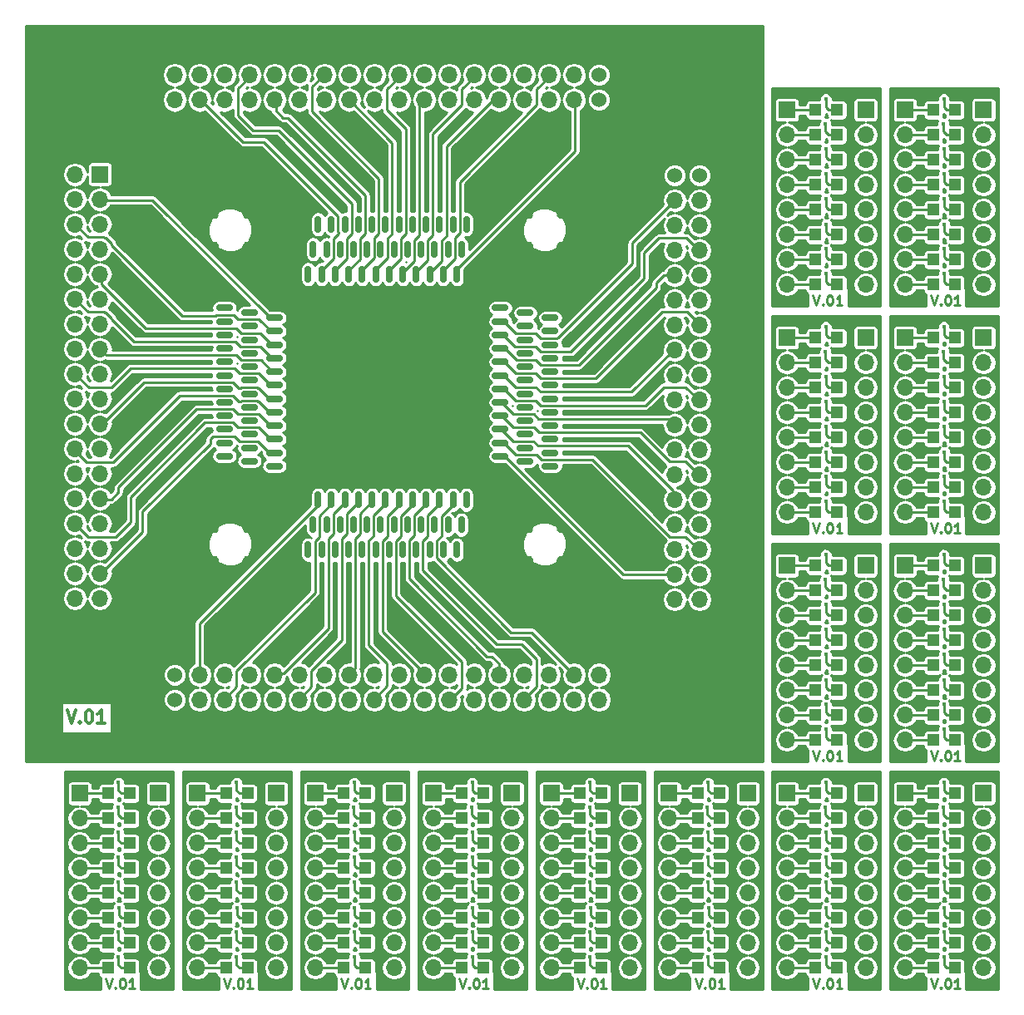
<source format=gtl>
%MOIN*%
%OFA0B0*%
%FSLAX46Y46*%
%IPPOS*%
%LPD*%
%ADD10C,0.0039370078740157488*%
%ADD11C,0.012795275590551183*%
%ADD12O,0.027559055118110236X0.068503937007874022*%
%ADD13O,0.068503937007874022X0.027559055118110236*%
%ADD14R,0.066929133858267723X0.066929133858267723*%
%ADD15O,0.066929133858267723X0.066929133858267723*%
%ADD16C,0.060000000000000005*%
%ADD17C,0.00984251968503937*%
%ADD18C,0.01*%
%ADD29C,0.0039370078740157488*%
%ADD30C,0.00984251968503937*%
%ADD31R,0.047244094488188976X0.047244094488188976*%
%ADD32R,0.066929133858267723X0.066929133858267723*%
%ADD33O,0.066929133858267723X0.066929133858267723*%
%ADD34C,0.017834645669291341*%
%ADD35C,0.01*%
%ADD36C,0.0039370078740157488*%
%ADD37C,0.00984251968503937*%
%ADD38R,0.047244094488188976X0.047244094488188976*%
%ADD39R,0.066929133858267723X0.066929133858267723*%
%ADD40O,0.066929133858267723X0.066929133858267723*%
%ADD41C,0.017834645669291341*%
%ADD42C,0.01*%
%ADD43C,0.0039370078740157488*%
%ADD44C,0.00984251968503937*%
%ADD45R,0.047244094488188976X0.047244094488188976*%
%ADD46R,0.066929133858267723X0.066929133858267723*%
%ADD47O,0.066929133858267723X0.066929133858267723*%
%ADD48C,0.017834645669291341*%
%ADD49C,0.01*%
%ADD50C,0.0039370078740157488*%
%ADD51C,0.00984251968503937*%
%ADD52R,0.047244094488188976X0.047244094488188976*%
%ADD53R,0.066929133858267723X0.066929133858267723*%
%ADD54O,0.066929133858267723X0.066929133858267723*%
%ADD55C,0.017834645669291341*%
%ADD56C,0.01*%
%ADD57C,0.0039370078740157488*%
%ADD58C,0.00984251968503937*%
%ADD59R,0.047244094488188976X0.047244094488188976*%
%ADD60R,0.066929133858267723X0.066929133858267723*%
%ADD61O,0.066929133858267723X0.066929133858267723*%
%ADD62C,0.017834645669291341*%
%ADD63C,0.01*%
%ADD64C,0.0039370078740157488*%
%ADD65C,0.00984251968503937*%
%ADD66R,0.047244094488188976X0.047244094488188976*%
%ADD67R,0.066929133858267723X0.066929133858267723*%
%ADD68O,0.066929133858267723X0.066929133858267723*%
%ADD69C,0.017834645669291341*%
%ADD70C,0.01*%
%ADD71C,0.0039370078740157488*%
%ADD72C,0.00984251968503937*%
%ADD73R,0.047244094488188976X0.047244094488188976*%
%ADD74R,0.066929133858267723X0.066929133858267723*%
%ADD75O,0.066929133858267723X0.066929133858267723*%
%ADD76C,0.017834645669291341*%
%ADD77C,0.01*%
%ADD78C,0.0039370078740157488*%
%ADD79C,0.00984251968503937*%
%ADD80R,0.047244094488188976X0.047244094488188976*%
%ADD81R,0.066929133858267723X0.066929133858267723*%
%ADD82O,0.066929133858267723X0.066929133858267723*%
%ADD83C,0.017834645669291341*%
%ADD84C,0.01*%
%ADD85C,0.0039370078740157488*%
%ADD86C,0.00984251968503937*%
%ADD87R,0.047244094488188976X0.047244094488188976*%
%ADD88R,0.066929133858267723X0.066929133858267723*%
%ADD89O,0.066929133858267723X0.066929133858267723*%
%ADD90C,0.017834645669291341*%
%ADD91C,0.01*%
%ADD92C,0.0039370078740157488*%
%ADD93C,0.00984251968503937*%
%ADD94R,0.047244094488188976X0.047244094488188976*%
%ADD95R,0.066929133858267723X0.066929133858267723*%
%ADD96O,0.066929133858267723X0.066929133858267723*%
%ADD97C,0.017834645669291341*%
%ADD98C,0.01*%
%ADD99C,0.0039370078740157488*%
%ADD100C,0.00984251968503937*%
%ADD101R,0.047244094488188976X0.047244094488188976*%
%ADD102R,0.066929133858267723X0.066929133858267723*%
%ADD103O,0.066929133858267723X0.066929133858267723*%
%ADD104C,0.017834645669291341*%
%ADD105C,0.01*%
%ADD106C,0.0039370078740157488*%
%ADD107C,0.00984251968503937*%
%ADD108R,0.047244094488188976X0.047244094488188976*%
%ADD109R,0.066929133858267723X0.066929133858267723*%
%ADD110O,0.066929133858267723X0.066929133858267723*%
%ADD111C,0.017834645669291341*%
%ADD112C,0.01*%
%ADD113C,0.0039370078740157488*%
%ADD114C,0.00984251968503937*%
%ADD115R,0.047244094488188976X0.047244094488188976*%
%ADD116R,0.066929133858267723X0.066929133858267723*%
%ADD117O,0.066929133858267723X0.066929133858267723*%
%ADD118C,0.017834645669291341*%
%ADD119C,0.01*%
%ADD120C,0.0039370078740157488*%
%ADD121C,0.00984251968503937*%
%ADD122R,0.047244094488188976X0.047244094488188976*%
%ADD123R,0.066929133858267723X0.066929133858267723*%
%ADD124O,0.066929133858267723X0.066929133858267723*%
%ADD125C,0.017834645669291341*%
%ADD126C,0.01*%
G01G01*
D10*
D11*
X0000185789Y0001171728D02*
X0000202849Y0001120547D01*
X0000219910Y0001171728D01*
X0000236970Y0001125421D02*
X0000239407Y0001122984D01*
X0000236970Y0001120547D01*
X0000234533Y0001122984D01*
X0000236970Y0001125421D01*
X0000236970Y0001120547D01*
X0000271091Y0001171728D02*
X0000275965Y0001171728D01*
X0000280839Y0001169291D01*
X0000283277Y0001166854D01*
X0000285714Y0001161979D01*
X0000288151Y0001152230D01*
X0000288151Y0001140045D01*
X0000285714Y0001130296D01*
X0000283277Y0001125421D01*
X0000280839Y0001122984D01*
X0000275965Y0001120547D01*
X0000271091Y0001120547D01*
X0000266216Y0001122984D01*
X0000263779Y0001125421D01*
X0000261342Y0001130296D01*
X0000258905Y0001140045D01*
X0000258905Y0001152230D01*
X0000261342Y0001161979D01*
X0000263779Y0001166854D01*
X0000266216Y0001169291D01*
X0000271091Y0001171728D01*
X0000336895Y0001120547D02*
X0000307649Y0001120547D01*
X0000322272Y0001120547D02*
X0000322272Y0001171728D01*
X0000317397Y0001164416D01*
X0000312523Y0001159542D01*
X0000307649Y0001157105D01*
D12*
X0001461712Y0002014763D03*
X0001407578Y0002014763D03*
D13*
X0000816338Y0002784940D03*
X0000816338Y0002730807D03*
X0000816338Y0002676673D03*
X0000816338Y0002622539D03*
X0000816338Y0002568405D03*
X0000816338Y0002514271D03*
X0000816338Y0002460137D03*
X0000816338Y0002406003D03*
X0000816338Y0002351870D03*
X0000816338Y0002297736D03*
X0000816338Y0002243602D03*
X0000816338Y0002189468D03*
X0002121850Y0002745570D03*
X0002121850Y0002691437D03*
X0002121850Y0002637303D03*
X0002121850Y0002583169D03*
X0002121850Y0002529035D03*
X0002121850Y0002474901D03*
X0002121850Y0002420767D03*
X0002121850Y0002366633D03*
X0002121850Y0002312500D03*
X0002121850Y0002258366D03*
X0002121850Y0002204232D03*
X0002121850Y0002150098D03*
X0002021850Y0002765255D03*
X0002021850Y0002711122D03*
X0002021850Y0002656988D03*
X0002021850Y0002602854D03*
X0002021850Y0002548720D03*
X0002021850Y0002494586D03*
X0002021850Y0002440452D03*
X0002021850Y0002386318D03*
X0002021850Y0002332185D03*
X0002021850Y0002278051D03*
X0002021850Y0002223917D03*
X0002021850Y0002169783D03*
X0000916338Y0002765255D03*
X0000916338Y0002711122D03*
X0000916338Y0002656988D03*
X0000916338Y0002602854D03*
X0000916338Y0002548720D03*
X0000916338Y0002494586D03*
X0000916338Y0002440452D03*
X0000916338Y0002386318D03*
X0000916338Y0002332185D03*
X0000916338Y0002278051D03*
X0000916338Y0002223917D03*
X0000916338Y0002169783D03*
X0001921850Y0002784940D03*
X0001921850Y0002730807D03*
X0001921850Y0002676673D03*
X0001921850Y0002622539D03*
X0001921850Y0002568405D03*
X0001921850Y0002514271D03*
X0001921850Y0002460137D03*
X0001921850Y0002406003D03*
X0001921850Y0002351870D03*
X0001921850Y0002297736D03*
X0001921850Y0002243602D03*
X0001016338Y0002745570D03*
X0001016338Y0002691437D03*
X0001016338Y0002637303D03*
X0001016338Y0002583169D03*
X0001016338Y0002529035D03*
X0001016338Y0002474901D03*
X0001016338Y0002420767D03*
X0001016338Y0002366633D03*
X0001016338Y0002312500D03*
X0001016338Y0002258366D03*
X0001016338Y0002204232D03*
X0001921850Y0002189468D03*
X0001016338Y0002150098D03*
D12*
X0001191043Y0003120275D03*
X0001191043Y0002014763D03*
X0001245177Y0003120275D03*
X0001299311Y0003120275D03*
X0001353444Y0003120275D03*
X0001407578Y0003120275D03*
X0001461712Y0003120275D03*
X0001515846Y0003120275D03*
X0001569980Y0003120275D03*
X0001624114Y0003120275D03*
X0001678248Y0003120275D03*
X0001732381Y0003120275D03*
X0001786515Y0003120275D03*
X0001245177Y0002014763D03*
X0001299311Y0002014763D03*
X0001353444Y0002014763D03*
X0001515846Y0002014763D03*
X0001569980Y0002014763D03*
X0001624114Y0002014763D03*
X0001678248Y0002014763D03*
X0001732381Y0002014763D03*
X0001786515Y0002014763D03*
X0001171358Y0003020275D03*
X0001225492Y0003020275D03*
X0001279626Y0003020275D03*
X0001333759Y0003020275D03*
X0001387893Y0003020275D03*
X0001442027Y0003020275D03*
X0001496161Y0003020275D03*
X0001550295Y0003020275D03*
X0001604429Y0003020275D03*
X0001658563Y0003020275D03*
X0001712696Y0003020275D03*
X0001766830Y0003020275D03*
X0001171358Y0001914763D03*
X0001225492Y0001914763D03*
X0001279626Y0001914763D03*
X0001333759Y0001914763D03*
X0001387893Y0001914763D03*
X0001442027Y0001914763D03*
X0001496161Y0001914763D03*
X0001550295Y0001914763D03*
X0001604429Y0001914763D03*
X0001658563Y0001914763D03*
X0001712696Y0001914763D03*
X0001766830Y0001914763D03*
X0001151673Y0001814763D03*
X0001205807Y0001814763D03*
X0001259940Y0001814763D03*
X0001314074Y0001814763D03*
X0001368208Y0001814763D03*
X0001422342Y0001814763D03*
X0001476476Y0001814763D03*
X0001530610Y0001814763D03*
X0001584744Y0001814763D03*
X0001638877Y0001814763D03*
X0001693011Y0001814763D03*
X0001747145Y0001814763D03*
X0001151673Y0002920275D03*
X0001205807Y0002920275D03*
X0001259940Y0002920275D03*
X0001314074Y0002920275D03*
X0001368208Y0002920275D03*
X0001422342Y0002920275D03*
X0001476476Y0002920275D03*
X0001530610Y0002920275D03*
X0001584744Y0002920275D03*
X0001638877Y0002920275D03*
X0001693011Y0002920275D03*
X0001747145Y0002920275D03*
D14*
X0000317716Y0003320472D03*
D15*
X0000217716Y0003320472D03*
X0000317716Y0003220472D03*
X0000217716Y0003220472D03*
X0000317716Y0003120472D03*
X0000217716Y0003120472D03*
X0000317716Y0003020472D03*
X0000217716Y0003020472D03*
X0000317716Y0002920472D03*
X0000217716Y0002920472D03*
X0000317716Y0002820472D03*
X0000217716Y0002820472D03*
X0000317716Y0002720472D03*
X0000217716Y0002720472D03*
X0000317716Y0002620472D03*
X0000217716Y0002620472D03*
X0000317716Y0002520472D03*
X0000217716Y0002520472D03*
X0000317716Y0002420472D03*
X0000217716Y0002420472D03*
X0000317716Y0002320472D03*
X0000217716Y0002320472D03*
X0000317716Y0002220472D03*
X0000217716Y0002220472D03*
X0000317716Y0002120472D03*
X0000217716Y0002120472D03*
X0000317716Y0002020472D03*
X0000217716Y0002020472D03*
X0000317716Y0001920472D03*
X0000217716Y0001920472D03*
X0000317716Y0001820472D03*
X0000217716Y0001820472D03*
X0000317716Y0001720472D03*
X0000217716Y0001720472D03*
X0000317716Y0001620472D03*
X0000217716Y0001620472D03*
D16*
X0000616929Y0001314173D03*
X0000616929Y0001214173D03*
D15*
X0000716929Y0001314173D03*
X0000716929Y0001214173D03*
X0000816929Y0001314173D03*
X0000816929Y0001214173D03*
X0000916929Y0001314173D03*
X0000916929Y0001214173D03*
X0001016929Y0001314173D03*
X0001016929Y0001214173D03*
X0001116929Y0001314173D03*
X0001116929Y0001214173D03*
X0001216929Y0001314173D03*
X0001216929Y0001214173D03*
X0001316929Y0001314173D03*
X0001316929Y0001214173D03*
X0001416929Y0001314173D03*
X0001416929Y0001214173D03*
X0001516929Y0001314173D03*
X0001516929Y0001214173D03*
X0001616929Y0001314173D03*
X0001616929Y0001214173D03*
X0001716929Y0001314173D03*
X0001716929Y0001214173D03*
X0001816929Y0001314173D03*
X0001816929Y0001214173D03*
X0001916929Y0001314173D03*
X0001916929Y0001214173D03*
X0002016929Y0001314173D03*
X0002016929Y0001214173D03*
X0002116929Y0001314173D03*
X0002116929Y0001214173D03*
X0002216929Y0001314173D03*
X0002216929Y0001214173D03*
X0002316929Y0001314173D03*
X0002316929Y0001214173D03*
D16*
X0002720472Y0003315354D03*
X0002620472Y0003315354D03*
D15*
X0002720472Y0003215354D03*
X0002620472Y0003215354D03*
X0002720472Y0003115354D03*
X0002620472Y0003115354D03*
X0002720472Y0003015354D03*
X0002620472Y0003015354D03*
X0002720472Y0002915354D03*
X0002620472Y0002915354D03*
X0002720472Y0002815354D03*
X0002620472Y0002815354D03*
X0002720472Y0002715354D03*
X0002620472Y0002715354D03*
X0002720472Y0002615354D03*
X0002620472Y0002615354D03*
X0002720472Y0002515354D03*
X0002620472Y0002515354D03*
X0002720472Y0002415354D03*
X0002620472Y0002415354D03*
X0002720472Y0002315354D03*
X0002620472Y0002315354D03*
X0002720472Y0002215354D03*
X0002620472Y0002215354D03*
X0002720472Y0002115354D03*
X0002620472Y0002115354D03*
X0002720472Y0002015354D03*
X0002620472Y0002015354D03*
X0002720472Y0001915354D03*
X0002620472Y0001915354D03*
X0002720472Y0001815354D03*
X0002620472Y0001815354D03*
X0002720472Y0001715354D03*
X0002620472Y0001715354D03*
X0002720472Y0001615354D03*
X0002620472Y0001615354D03*
D16*
X0002316929Y0003618897D03*
X0002316929Y0003718897D03*
D15*
X0002216929Y0003618897D03*
X0002216929Y0003718897D03*
X0002116929Y0003618897D03*
X0002116929Y0003718897D03*
X0002016929Y0003618897D03*
X0002016929Y0003718897D03*
X0001916929Y0003618897D03*
X0001916929Y0003718897D03*
X0001816929Y0003618897D03*
X0001816929Y0003718897D03*
X0001716929Y0003618897D03*
X0001716929Y0003718897D03*
X0001616929Y0003618897D03*
X0001616929Y0003718897D03*
X0001516929Y0003618897D03*
X0001516929Y0003718897D03*
X0001416929Y0003618897D03*
X0001416929Y0003718897D03*
X0001316929Y0003618897D03*
X0001316929Y0003718897D03*
X0001216929Y0003618897D03*
X0001216929Y0003718897D03*
X0001116929Y0003618897D03*
X0001116929Y0003718897D03*
X0001016929Y0003618897D03*
X0001016929Y0003718897D03*
X0000916929Y0003618897D03*
X0000916929Y0003718897D03*
X0000816929Y0003618897D03*
X0000816929Y0003718897D03*
X0000716929Y0003618897D03*
X0000716929Y0003718897D03*
X0000616929Y0003618897D03*
X0000616929Y0003718897D03*
D17*
X0001018700Y0002742027D02*
X0001002066Y0002742027D01*
X0001002066Y0002742027D02*
X0000527952Y0003216141D01*
X0000527952Y0003216141D02*
X0000318110Y0003216141D01*
X0000323841Y0003214099D02*
X0000321085Y0003216855D01*
X0000221085Y0003116855D02*
X0000269510Y0003068430D01*
X0000269510Y0003068430D02*
X0000333144Y0003068430D01*
X0000333144Y0003068430D02*
X0000334842Y0003066732D01*
X0000781733Y0002754257D02*
X0000784858Y0002757382D01*
X0000334842Y0003066732D02*
X0000339921Y0003066732D01*
X0000339921Y0003066732D02*
X0000363976Y0003042677D01*
X0000363976Y0003037598D02*
X0000647317Y0002754257D01*
X0000852853Y0002757382D02*
X0000871653Y0002738582D01*
X0000959055Y0002734251D02*
X0000959448Y0002734251D01*
X0000363976Y0003042677D02*
X0000363976Y0003037598D01*
X0000784858Y0002757382D02*
X0000852853Y0002757382D01*
X0000647317Y0002754257D02*
X0000781733Y0002754257D01*
X0000871653Y0002738582D02*
X0000954724Y0002738582D01*
X0000959448Y0002734251D02*
X0001005880Y0002687820D01*
X0000954724Y0002738582D02*
X0000959055Y0002734251D01*
X0001005880Y0002687820D02*
X0001019707Y0002687820D01*
X0001019707Y0002633686D02*
X0001011341Y0002633686D01*
X0001011341Y0002633686D02*
X0000961464Y0002683563D01*
X0000961464Y0002683563D02*
X0000884858Y0002683563D01*
X0000884858Y0002683563D02*
X0000864484Y0002703937D01*
X0000864484Y0002703937D02*
X0000500787Y0002703937D01*
X0000500787Y0002703937D02*
X0000324628Y0002880095D01*
X0000324628Y0002880095D02*
X0000324628Y0002920398D01*
X0000324628Y0002920398D02*
X0000321085Y0002916855D01*
X0001019707Y0002579552D02*
X0001010356Y0002579552D01*
X0000452362Y0002650000D02*
X0000363976Y0002738385D01*
X0001010356Y0002579552D02*
X0000960479Y0002629429D01*
X0000960479Y0002629429D02*
X0000879377Y0002629429D01*
X0000879377Y0002629429D02*
X0000858806Y0002650000D01*
X0000858806Y0002650000D02*
X0000452362Y0002650000D01*
X0000363976Y0002738385D02*
X0000363976Y0002742677D01*
X0000363976Y0002742677D02*
X0000339921Y0002766732D01*
X0000339921Y0002766732D02*
X0000335629Y0002766732D01*
X0000335629Y0002766732D02*
X0000333740Y0002768622D01*
X0000333740Y0002768622D02*
X0000269318Y0002768622D01*
X0000269318Y0002768622D02*
X0000221085Y0002816855D01*
X0001019707Y0002525418D02*
X0001011734Y0002525418D01*
X0001011734Y0002525418D02*
X0000962350Y0002574803D01*
X0000954231Y0002575295D02*
X0000884858Y0002575295D01*
X0000962350Y0002574803D02*
X0000954724Y0002574803D01*
X0000954724Y0002574803D02*
X0000954231Y0002575295D01*
X0000864566Y0002595275D02*
X0000342665Y0002595275D01*
X0000884858Y0002575295D02*
X0000884702Y0002575139D01*
X0000884702Y0002575139D02*
X0000864566Y0002595275D01*
X0000342665Y0002595275D02*
X0000321085Y0002616855D01*
X0000221085Y0002516855D02*
X0000272743Y0002465197D01*
X0000272743Y0002465197D02*
X0000293976Y0002465197D01*
X0000293976Y0002465197D02*
X0000295511Y0002466732D01*
X0000295511Y0002466732D02*
X0000339921Y0002466732D01*
X0001002876Y0002471284D02*
X0001019707Y0002471284D01*
X0000339921Y0002466732D02*
X0000341456Y0002465197D01*
X0000341456Y0002465197D02*
X0000362834Y0002465197D01*
X0000362834Y0002465197D02*
X0000438976Y0002541338D01*
X0000438976Y0002541338D02*
X0000858267Y0002541338D01*
X0000877952Y0002521653D02*
X0000884366Y0002521653D01*
X0000858267Y0002541338D02*
X0000877952Y0002521653D01*
X0000884366Y0002521653D02*
X0000884858Y0002521161D01*
X0000884858Y0002521161D02*
X0000952999Y0002521161D01*
X0000952999Y0002521161D02*
X0001002876Y0002471284D01*
X0000321085Y0002316855D02*
X0000325854Y0002312086D01*
X0000325854Y0002312086D02*
X0000325854Y0002317980D01*
X0000325854Y0002317980D02*
X0000495275Y0002487401D01*
X0000874234Y0002463705D02*
X0000881536Y0002463705D01*
X0000495275Y0002487401D02*
X0000850539Y0002487401D01*
X0000850539Y0002487401D02*
X0000874234Y0002463705D01*
X0000881536Y0002463705D02*
X0000884858Y0002467027D01*
X0000884858Y0002467027D02*
X0000947818Y0002467027D01*
X0000947818Y0002467027D02*
X0000951140Y0002463705D01*
X0000951140Y0002463705D02*
X0000953762Y0002463705D01*
X0000953762Y0002463705D02*
X0001000317Y0002417150D01*
X0001000317Y0002417150D02*
X0001019707Y0002417150D01*
X0000953762Y0002410162D02*
X0001000908Y0002363016D01*
X0000221085Y0002216855D02*
X0000221085Y0002207800D01*
X0000221085Y0002207800D02*
X0000263211Y0002165674D01*
X0000884858Y0002412894D02*
X0000947818Y0002412894D01*
X0000340979Y0002165674D02*
X0000370297Y0002165674D01*
X0000263211Y0002165674D02*
X0000294453Y0002165674D01*
X0000294453Y0002165674D02*
X0000295511Y0002166732D01*
X0000295511Y0002166732D02*
X0000339921Y0002166732D01*
X0000339921Y0002166732D02*
X0000340979Y0002165674D01*
X0000873841Y0002410162D02*
X0000882126Y0002410162D01*
X0000851326Y0002432677D02*
X0000873841Y0002410162D01*
X0000370297Y0002165674D02*
X0000637300Y0002432677D01*
X0001000908Y0002363016D02*
X0001019707Y0002363016D01*
X0000637300Y0002432677D02*
X0000851326Y0002432677D01*
X0000882126Y0002410162D02*
X0000884858Y0002412894D01*
X0000947818Y0002412894D02*
X0000950550Y0002410162D01*
X0000950550Y0002410162D02*
X0000953762Y0002410162D01*
X0000321085Y0002016855D02*
X0000362423Y0002016855D01*
X0000851326Y0002379527D02*
X0000871799Y0002359055D01*
X0000362423Y0002016855D02*
X0000391557Y0002045989D01*
X0000391557Y0002045989D02*
X0000391557Y0002064786D01*
X0000391557Y0002064786D02*
X0000705216Y0002378445D01*
X0001003073Y0002308883D02*
X0001019707Y0002308883D01*
X0000705216Y0002378445D02*
X0000846835Y0002378445D01*
X0000846835Y0002378445D02*
X0000847917Y0002379527D01*
X0000871799Y0002359055D02*
X0000879133Y0002359055D01*
X0000847917Y0002379527D02*
X0000851326Y0002379527D01*
X0000879428Y0002358760D02*
X0000953196Y0002358760D01*
X0001019707Y0002308883D02*
X0001001892Y0002308883D01*
X0000879133Y0002359055D02*
X0000879428Y0002358760D01*
X0000953196Y0002358760D02*
X0001003073Y0002308883D01*
X0000221085Y0001916855D02*
X0000271478Y0001866461D01*
X0000271478Y0001866461D02*
X0000295241Y0001866461D01*
X0000295511Y0001866732D02*
X0000339921Y0001866732D01*
X0000295241Y0001866461D02*
X0000295511Y0001866732D01*
X0000339921Y0001866732D02*
X0000340191Y0001866461D01*
X0000340191Y0001866461D02*
X0000381321Y0001866461D01*
X0000381321Y0001866461D02*
X0000440914Y0001926055D01*
X0000440914Y0001926055D02*
X0000440914Y0002027529D01*
X0000440914Y0002027529D02*
X0000737795Y0002324409D01*
X0000737795Y0002324409D02*
X0000851326Y0002324409D01*
X0000851326Y0002324409D02*
X0000871011Y0002304724D01*
X0000871011Y0002304724D02*
X0000953295Y0002304724D01*
X0000953295Y0002304724D02*
X0001003270Y0002254749D01*
X0001003270Y0002254749D02*
X0001019707Y0002254749D01*
X0000321085Y0001716855D02*
X0000321085Y0001718723D01*
X0000884858Y0002250492D02*
X0000951621Y0002250492D01*
X0000321085Y0001718723D02*
X0000488188Y0001885826D01*
X0000488188Y0001885826D02*
X0000488188Y0001968503D01*
X0000759842Y0002240157D02*
X0000759842Y0002258661D01*
X0001001498Y0002200615D02*
X0001019707Y0002200615D01*
X0000488188Y0001968503D02*
X0000759842Y0002240157D01*
X0000759842Y0002258661D02*
X0000772047Y0002270866D01*
X0000877952Y0002250787D02*
X0000884563Y0002250787D01*
X0000772047Y0002270866D02*
X0000857874Y0002270866D01*
X0000857874Y0002270866D02*
X0000877952Y0002250787D01*
X0000951621Y0002250492D02*
X0001001498Y0002200615D01*
X0000884563Y0002250787D02*
X0000884858Y0002250492D01*
X0002219611Y0003614347D02*
X0002222367Y0003617103D01*
X0002221653Y0003414173D02*
X0002221653Y0003620078D01*
X0001747539Y0002940059D02*
X0002221653Y0003414173D01*
X0001747539Y0002919488D02*
X0001747539Y0002940059D01*
X0002122367Y0003717103D02*
X0002066929Y0003661665D01*
X0001740255Y0002988795D02*
X0001740477Y0002988573D01*
X0002066929Y0003661665D02*
X0002066929Y0003598031D01*
X0002066929Y0003598031D02*
X0001759768Y0003290871D01*
X0001759768Y0003290871D02*
X0001759768Y0003086001D01*
X0001740255Y0003051755D02*
X0001740255Y0002988795D01*
X0001759768Y0003086001D02*
X0001740477Y0003066710D01*
X0001740477Y0003066710D02*
X0001740477Y0003051977D01*
X0001740477Y0003051977D02*
X0001740255Y0003051755D01*
X0001740477Y0002988573D02*
X0001740477Y0002983639D01*
X0001740477Y0002983639D02*
X0001693331Y0002936493D01*
X0001693331Y0002936493D02*
X0001693331Y0002918481D01*
X0001639198Y0002918481D02*
X0001639198Y0002926847D01*
X0001705438Y0003433390D02*
X0001885607Y0003613560D01*
X0001639198Y0002926847D02*
X0001686220Y0002973870D01*
X0001686220Y0002973870D02*
X0001686220Y0002988696D01*
X0001686220Y0002988696D02*
X0001686121Y0002988795D01*
X0001686121Y0002988795D02*
X0001686121Y0003051755D01*
X0001686121Y0003051755D02*
X0001686220Y0003051854D01*
X0001686220Y0003051854D02*
X0001686220Y0003054578D01*
X0001686220Y0003054578D02*
X0001705438Y0003073796D01*
X0001705438Y0003073796D02*
X0001705438Y0003433390D01*
X0001925910Y0003613560D02*
X0001922367Y0003617103D01*
X0001885607Y0003613560D02*
X0001925910Y0003613560D01*
X0001585064Y0002918481D02*
X0001585064Y0002927832D01*
X0001585064Y0002927832D02*
X0001631816Y0002974584D01*
X0001631816Y0002974584D02*
X0001631816Y0003055686D01*
X0001631816Y0003055686D02*
X0001651894Y0003075765D01*
X0001651672Y0003151755D02*
X0001651894Y0003151977D01*
X0001651894Y0003075765D02*
X0001651894Y0003088573D01*
X0001651894Y0003482209D02*
X0001767716Y0003598031D01*
X0001651894Y0003088573D02*
X0001651672Y0003088795D01*
X0001651672Y0003088795D02*
X0001651672Y0003151755D01*
X0001651894Y0003151977D02*
X0001651894Y0003482209D01*
X0001767716Y0003598031D02*
X0001767716Y0003662452D01*
X0001767716Y0003662452D02*
X0001822367Y0003717103D01*
X0001530930Y0002918481D02*
X0001530930Y0002926454D01*
X0001578346Y0002988302D02*
X0001577853Y0002988795D01*
X0001530930Y0002926454D02*
X0001578346Y0002973870D01*
X0001578346Y0002973870D02*
X0001578346Y0002988302D01*
X0001597564Y0003151781D02*
X0001597564Y0003592300D01*
X0001577853Y0002988795D02*
X0001577853Y0003051755D01*
X0001597564Y0003074977D02*
X0001597564Y0003088770D01*
X0001577853Y0003051755D02*
X0001578346Y0003052248D01*
X0001578346Y0003052248D02*
X0001578346Y0003055760D01*
X0001578346Y0003055760D02*
X0001597564Y0003074977D01*
X0001597564Y0003088770D02*
X0001597539Y0003088795D01*
X0001597539Y0003088795D02*
X0001597539Y0003151755D01*
X0001597539Y0003151755D02*
X0001597564Y0003151781D01*
X0001597564Y0003592300D02*
X0001622367Y0003617103D01*
X0001522367Y0003717103D02*
X0001466929Y0003661665D01*
X0001466929Y0003661665D02*
X0001466929Y0003579133D01*
X0001466929Y0003579133D02*
X0001543233Y0003502829D01*
X0001543233Y0003502829D02*
X0001543233Y0003083245D01*
X0001543233Y0003083245D02*
X0001523548Y0003063560D01*
X0001523548Y0003063560D02*
X0001523548Y0002982064D01*
X0001523548Y0002982064D02*
X0001476796Y0002935312D01*
X0001476796Y0002935312D02*
X0001476796Y0002918481D01*
X0001322367Y0003617103D02*
X0001317597Y0003612334D01*
X0001317597Y0003612334D02*
X0001323492Y0003612334D01*
X0001469217Y0003063954D02*
X0001469217Y0002984426D01*
X0001323492Y0003612334D02*
X0001488582Y0003447244D01*
X0001488582Y0003447244D02*
X0001488582Y0003083319D01*
X0001488582Y0003083319D02*
X0001469217Y0003063954D01*
X0001469217Y0002984426D02*
X0001422662Y0002937871D01*
X0001422662Y0002937871D02*
X0001422662Y0002918481D01*
X0001222367Y0003717103D02*
X0001213312Y0003717103D01*
X0001213312Y0003717103D02*
X0001167716Y0003671508D01*
X0001167716Y0003671508D02*
X0001167716Y0003571360D01*
X0001167716Y0003571360D02*
X0001434965Y0003304111D01*
X0001434965Y0003304111D02*
X0001434965Y0003083639D01*
X0001434965Y0003083639D02*
X0001415674Y0003064347D01*
X0001415674Y0002984426D02*
X0001368528Y0002937280D01*
X0001415674Y0003064347D02*
X0001415674Y0003051977D01*
X0001415674Y0003051977D02*
X0001415452Y0003051755D01*
X0001415452Y0003051755D02*
X0001415452Y0002988795D01*
X0001415452Y0002988795D02*
X0001415674Y0002988573D01*
X0001415674Y0002988573D02*
X0001415674Y0002984426D01*
X0001368528Y0002937280D02*
X0001368528Y0002918481D01*
X0001381003Y0003151755D02*
X0001381003Y0003088795D01*
X0001360335Y0003051755D02*
X0001360335Y0002988795D01*
X0001022367Y0003617103D02*
X0001022367Y0003575765D01*
X0001022367Y0003575765D02*
X0001051501Y0003546631D01*
X0001051501Y0003546631D02*
X0001070297Y0003546631D01*
X0001070297Y0003546631D02*
X0001381028Y0003235900D01*
X0001381028Y0003235900D02*
X0001381028Y0003151781D01*
X0001381028Y0003082851D02*
X0001360236Y0003062059D01*
X0001381028Y0003151781D02*
X0001381003Y0003151755D01*
X0001381003Y0003088795D02*
X0001381028Y0003088770D01*
X0001360236Y0002980956D02*
X0001314394Y0002935115D01*
X0001381028Y0003088770D02*
X0001381028Y0003082851D01*
X0001360236Y0003062059D02*
X0001360236Y0003051854D01*
X0001360236Y0003051854D02*
X0001360335Y0003051755D01*
X0001360335Y0002988795D02*
X0001360236Y0002988696D01*
X0001360236Y0002988696D02*
X0001360236Y0002980956D01*
X0001314394Y0002935115D02*
X0001314394Y0002918481D01*
X0001314394Y0002918481D02*
X0001314394Y0002936296D01*
X0000922367Y0003717103D02*
X0000871973Y0003666710D01*
X0000871973Y0003556867D02*
X0000931567Y0003497274D01*
X0000871973Y0003595388D02*
X0000871973Y0003556867D01*
X0000871973Y0003666710D02*
X0000871973Y0003642406D01*
X0000871973Y0003642406D02*
X0000870669Y0003641102D01*
X0001326869Y0003151755D02*
X0001326869Y0003088795D01*
X0001327091Y0003151977D02*
X0001326869Y0003151755D01*
X0000870669Y0003641102D02*
X0000870669Y0003596692D01*
X0000931567Y0003497274D02*
X0001033040Y0003497274D01*
X0000870669Y0003596692D02*
X0000871973Y0003595388D01*
X0001033040Y0003497274D02*
X0001327091Y0003203223D01*
X0001327091Y0003088573D02*
X0001327091Y0003084032D01*
X0001327091Y0003203223D02*
X0001327091Y0003151977D01*
X0001306692Y0003063634D02*
X0001306692Y0002981350D01*
X0001326869Y0003088795D02*
X0001327091Y0003088573D01*
X0001327091Y0003084032D02*
X0001306692Y0003063634D01*
X0001306692Y0002981350D02*
X0001260261Y0002934918D01*
X0001260261Y0002934918D02*
X0001260261Y0002918481D01*
X0000722367Y0003617103D02*
X0000724234Y0003617103D01*
X0001270078Y0003153429D02*
X0001271752Y0003151755D01*
X0000724234Y0003617103D02*
X0000891338Y0003450000D01*
X0000891338Y0003450000D02*
X0000974015Y0003450000D01*
X0001272761Y0003083245D02*
X0001252755Y0003063240D01*
X0001252755Y0003063240D02*
X0001252755Y0002983319D01*
X0000974015Y0003450000D02*
X0001270078Y0003153937D01*
X0001270078Y0003153937D02*
X0001270078Y0003153429D01*
X0001271752Y0003151755D02*
X0001271752Y0003089778D01*
X0001252755Y0002983319D02*
X0001206127Y0002936690D01*
X0001271752Y0003089778D02*
X0001272761Y0003088770D01*
X0001206127Y0002936690D02*
X0001206127Y0002918481D01*
X0001272761Y0003088770D02*
X0001272761Y0003083245D01*
X0001191043Y0002014763D02*
X0001191043Y0001994192D01*
X0001191043Y0001994192D02*
X0000716929Y0001520078D01*
X0000716929Y0001520078D02*
X0000716929Y0001314173D01*
X0000718971Y0001319904D02*
X0000716215Y0001317148D01*
X0000816215Y0001217148D02*
X0000864640Y0001265573D01*
X0000864640Y0001265573D02*
X0000864640Y0001329207D01*
X0001178813Y0001848250D02*
X0001198105Y0001867541D01*
X0001198105Y0001867541D02*
X0001198105Y0001950612D01*
X0000864640Y0001329207D02*
X0001178813Y0001643380D01*
X0001178813Y0001643380D02*
X0001178813Y0001848250D01*
X0001198105Y0001950612D02*
X0001245250Y0001997758D01*
X0001245250Y0001997758D02*
X0001245250Y0002015770D01*
X0001299384Y0002015770D02*
X0001299384Y0002007404D01*
X0001299384Y0002007404D02*
X0001252435Y0001960455D01*
X0001252435Y0001879746D02*
X0001233144Y0001860455D01*
X0001233144Y0001860455D02*
X0001233144Y0001500860D01*
X0001252435Y0001960455D02*
X0001252435Y0001879746D01*
X0001233144Y0001500860D02*
X0001052975Y0001320691D01*
X0001012672Y0001320691D02*
X0001016215Y0001317148D01*
X0001052975Y0001320691D02*
X0001012672Y0001320691D01*
X0001353518Y0002015770D02*
X0001353518Y0002006419D01*
X0001353518Y0002006419D02*
X0001306766Y0001959667D01*
X0001306766Y0001959667D02*
X0001306766Y0001878565D01*
X0001306766Y0001878565D02*
X0001286687Y0001858486D01*
X0001286687Y0001858486D02*
X0001286687Y0001452042D01*
X0001286687Y0001452042D02*
X0001164448Y0001329803D01*
X0001164448Y0001265381D02*
X0001116215Y0001217148D01*
X0001164448Y0001329803D02*
X0001164448Y0001265381D01*
X0001316215Y0001317148D02*
X0001341018Y0001341951D01*
X0001360703Y0001960849D02*
X0001407652Y0002007797D01*
X0001360703Y0001960849D02*
X0001360703Y0001878959D01*
X0001360703Y0001878959D02*
X0001341018Y0001859274D01*
X0001341018Y0001859274D02*
X0001341018Y0001341951D01*
X0001407652Y0002015770D02*
X0001407652Y0002007797D01*
X0001416215Y0001217148D02*
X0001467873Y0001268806D01*
X0001461786Y0001998939D02*
X0001461786Y0002015770D01*
X0001467873Y0001268806D02*
X0001467873Y0001358897D01*
X0001395349Y0001851006D02*
X0001415034Y0001870691D01*
X0001467873Y0001358897D02*
X0001395349Y0001431422D01*
X0001395349Y0001431422D02*
X0001395349Y0001851006D01*
X0001415034Y0001870691D02*
X0001415034Y0001952187D01*
X0001415034Y0001952187D02*
X0001461786Y0001998939D01*
X0001616215Y0001317148D02*
X0001620984Y0001321917D01*
X0001620984Y0001321917D02*
X0001615090Y0001321917D01*
X0001615090Y0001321917D02*
X0001449679Y0001487327D01*
X0001449679Y0001487327D02*
X0001449679Y0001850612D01*
X0001449679Y0001850612D02*
X0001469364Y0001870297D01*
X0001469364Y0001870297D02*
X0001469364Y0001949825D01*
X0001469364Y0001949825D02*
X0001515920Y0001996380D01*
X0001515920Y0001996380D02*
X0001515920Y0002015770D01*
X0001716215Y0001217148D02*
X0001725270Y0001217148D01*
X0001725270Y0001217148D02*
X0001767396Y0001259274D01*
X0001503616Y0001850612D02*
X0001522908Y0001869904D01*
X0001767396Y0001259274D02*
X0001767396Y0001366360D01*
X0001767396Y0001366360D02*
X0001503616Y0001630140D01*
X0001570053Y0001996971D02*
X0001570053Y0002015770D01*
X0001503616Y0001630140D02*
X0001503616Y0001850612D01*
X0001522908Y0001869904D02*
X0001522908Y0001949825D01*
X0001522908Y0001949825D02*
X0001570053Y0001996971D01*
X0001916215Y0001317148D02*
X0001916215Y0001358486D01*
X0001624187Y0001999136D02*
X0001624187Y0002015770D01*
X0001916215Y0001358486D02*
X0001887081Y0001387620D01*
X0001577238Y0001871085D02*
X0001577238Y0001952187D01*
X0001887081Y0001387620D02*
X0001868284Y0001387620D01*
X0001868284Y0001387620D02*
X0001557553Y0001698351D01*
X0001557553Y0001698351D02*
X0001557553Y0001851400D01*
X0001557553Y0001851400D02*
X0001577238Y0001871085D01*
X0001577238Y0001952187D02*
X0001624187Y0001999136D01*
X0001624187Y0002015770D02*
X0001624187Y0001997955D01*
X0002016215Y0001217148D02*
X0002066609Y0001267541D01*
X0002066609Y0001267541D02*
X0002066609Y0001377384D01*
X0001611490Y0001850219D02*
X0001631175Y0001869904D01*
X0002066609Y0001377384D02*
X0002007015Y0001436977D01*
X0002007015Y0001436977D02*
X0001905541Y0001436977D01*
X0001905541Y0001436977D02*
X0001611490Y0001731028D01*
X0001611490Y0001731028D02*
X0001611490Y0001850219D01*
X0001631175Y0001869904D02*
X0001631175Y0001952187D01*
X0001631175Y0001952187D02*
X0001678321Y0001999333D01*
X0001678321Y0001999333D02*
X0001678321Y0002015770D01*
X0002216215Y0001317148D02*
X0002214347Y0001317148D01*
X0001685506Y0001870691D02*
X0001685506Y0001950612D01*
X0002214347Y0001317148D02*
X0002047244Y0001484251D01*
X0001964566Y0001484251D02*
X0001665821Y0001782997D01*
X0002047244Y0001484251D02*
X0001964566Y0001484251D01*
X0001665821Y0001782997D02*
X0001665821Y0001851006D01*
X0001665821Y0001851006D02*
X0001685506Y0001870691D01*
X0001685506Y0001950612D02*
X0001732455Y0001997561D01*
X0001732455Y0001997561D02*
X0001732455Y0002015770D01*
X0002617395Y0003214396D02*
X0002617395Y0003212528D01*
X0002083536Y0002664002D02*
X0002063531Y0002684007D01*
X0002617395Y0003212528D02*
X0002450291Y0003045425D01*
X0002450291Y0003045425D02*
X0002450291Y0002961822D01*
X0002063531Y0002684007D02*
X0001983610Y0002684007D01*
X0002450291Y0002961822D02*
X0002153330Y0002664861D01*
X0002151038Y0002664002D02*
X0002083536Y0002664002D01*
X0002153330Y0002664861D02*
X0002151897Y0002664861D01*
X0002151897Y0002664861D02*
X0002151038Y0002664002D01*
X0001983610Y0002684007D02*
X0001936981Y0002730636D01*
X0001936981Y0002730636D02*
X0001918772Y0002730636D01*
X0001935210Y0002676502D02*
X0001918772Y0002676502D01*
X0001981641Y0002630070D02*
X0001935210Y0002676502D01*
X0002084324Y0002609672D02*
X0002063925Y0002630070D01*
X0002089086Y0002609894D02*
X0002088864Y0002609672D01*
X0002063925Y0002630070D02*
X0001981641Y0002630070D01*
X0002203514Y0002609672D02*
X0002152269Y0002609672D01*
X0002088864Y0002609672D02*
X0002084324Y0002609672D01*
X0002497565Y0002903722D02*
X0002203514Y0002609672D01*
X0002596984Y0003066094D02*
X0002595679Y0003064790D01*
X0002497565Y0003005196D02*
X0002497565Y0002903722D01*
X0002641393Y0003066094D02*
X0002596984Y0003066094D01*
X0002152269Y0002609672D02*
X0002152047Y0002609894D01*
X0002152047Y0002609894D02*
X0002089086Y0002609894D01*
X0002642698Y0003064790D02*
X0002641393Y0003066094D01*
X0002667001Y0003064790D02*
X0002642698Y0003064790D01*
X0002595679Y0003064790D02*
X0002557158Y0003064790D01*
X0002557158Y0003064790D02*
X0002497565Y0003005196D01*
X0002717395Y0003014396D02*
X0002667001Y0003064790D01*
X0002617395Y0002914396D02*
X0002576056Y0002914396D01*
X0002576056Y0002914396D02*
X0002546922Y0002885262D01*
X0002546922Y0002866465D02*
X0002236191Y0002555735D01*
X0002546922Y0002885262D02*
X0002546922Y0002866465D01*
X0002236191Y0002555735D02*
X0002152072Y0002555735D01*
X0002152072Y0002555735D02*
X0002152047Y0002555760D01*
X0002053579Y0002576527D02*
X0002053330Y0002576279D01*
X0002152047Y0002555760D02*
X0002089086Y0002555760D01*
X0001990370Y0002576279D02*
X0001989681Y0002575590D01*
X0002089086Y0002555760D02*
X0002089061Y0002555735D01*
X0002089061Y0002555735D02*
X0002083143Y0002555735D01*
X0002053330Y0002576279D02*
X0001990370Y0002576279D01*
X0002083143Y0002555735D02*
X0002062350Y0002576527D01*
X0002062350Y0002576527D02*
X0002053579Y0002576527D01*
X0001989681Y0002575590D02*
X0001987795Y0002575590D01*
X0001987795Y0002575590D02*
X0001941016Y0002622368D01*
X0001941016Y0002622368D02*
X0001918772Y0002622368D01*
X0001918772Y0002622368D02*
X0001936587Y0002622368D01*
X0001937572Y0002568235D02*
X0001918772Y0002568235D01*
X0001988864Y0002521089D02*
X0001984717Y0002521089D01*
X0001989086Y0002521311D02*
X0001988864Y0002521089D01*
X0002052047Y0002521311D02*
X0001989086Y0002521311D01*
X0002052269Y0002521089D02*
X0002052047Y0002521311D01*
X0002064639Y0002521089D02*
X0002052269Y0002521089D01*
X0001984717Y0002521089D02*
X0001937572Y0002568235D01*
X0002083930Y0002501797D02*
X0002064639Y0002521089D01*
X0002304402Y0002501797D02*
X0002083930Y0002501797D01*
X0002571652Y0002769047D02*
X0002304402Y0002501797D01*
X0002671799Y0002769047D02*
X0002571652Y0002769047D01*
X0002717395Y0002723451D02*
X0002671799Y0002769047D01*
X0002717395Y0002714396D02*
X0002717395Y0002723451D01*
X0001938162Y0002514101D02*
X0001918772Y0002514101D01*
X0001984717Y0002467546D02*
X0001938162Y0002514101D01*
X0002083610Y0002448181D02*
X0002064245Y0002467546D01*
X0002447535Y0002448181D02*
X0002083610Y0002448181D01*
X0002612625Y0002613271D02*
X0002447535Y0002448181D01*
X0002064245Y0002467546D02*
X0001984717Y0002467546D01*
X0002612625Y0002619165D02*
X0002612625Y0002613271D01*
X0002617395Y0002614396D02*
X0002612625Y0002619165D01*
X0002717395Y0002414396D02*
X0002665256Y0002466535D01*
X0002665256Y0002466535D02*
X0002576125Y0002466535D01*
X0002576125Y0002466535D02*
X0002503120Y0002393530D01*
X0002063851Y0002413215D02*
X0001982355Y0002413215D01*
X0002503120Y0002393530D02*
X0002083536Y0002393530D01*
X0002083536Y0002393530D02*
X0002063851Y0002413215D01*
X0001935603Y0002459967D02*
X0001918772Y0002459967D01*
X0001982355Y0002413215D02*
X0001935603Y0002459967D01*
X0002592591Y0002339199D02*
X0002617395Y0002314396D01*
X0002152047Y0002339224D02*
X0002152072Y0002339199D01*
X0002089086Y0002339224D02*
X0002152047Y0002339224D01*
X0002089061Y0002339199D02*
X0002089086Y0002339224D01*
X0002056051Y0002358417D02*
X0002075269Y0002339199D01*
X0002052539Y0002358417D02*
X0002056051Y0002358417D01*
X0002052047Y0002358909D02*
X0002052539Y0002358417D01*
X0002075269Y0002339199D02*
X0002089061Y0002339199D01*
X0001989086Y0002358909D02*
X0002052047Y0002358909D01*
X0002152072Y0002339199D02*
X0002592591Y0002339199D01*
X0001974161Y0002358417D02*
X0001988594Y0002358417D01*
X0001926745Y0002405833D02*
X0001974161Y0002358417D01*
X0001988594Y0002358417D02*
X0001989086Y0002358909D01*
X0001918772Y0002405833D02*
X0001926745Y0002405833D01*
X0001918772Y0002351699D02*
X0001928123Y0002351699D01*
X0002664074Y0002167716D02*
X0002717395Y0002114396D01*
X0001928123Y0002351699D02*
X0001974875Y0002304947D01*
X0002152047Y0002285090D02*
X0002152269Y0002284868D01*
X0001974875Y0002304947D02*
X0002055977Y0002304947D01*
X0002152269Y0002284868D02*
X0002482501Y0002284868D01*
X0002055977Y0002304947D02*
X0002076056Y0002284868D01*
X0002076056Y0002284868D02*
X0002088864Y0002284868D01*
X0002088864Y0002284868D02*
X0002089086Y0002285090D01*
X0002089086Y0002285090D02*
X0002152047Y0002285090D01*
X0002482501Y0002284868D02*
X0002599653Y0002167716D01*
X0002599653Y0002167716D02*
X0002664074Y0002167716D01*
X0002613851Y0002051156D02*
X0002613851Y0002010853D01*
X0002613851Y0002010853D02*
X0002617395Y0002014396D01*
X0002074087Y0002231325D02*
X0002433682Y0002231325D01*
X0002054870Y0002250543D02*
X0002074087Y0002231325D01*
X0002052145Y0002250543D02*
X0002054870Y0002250543D01*
X0002052047Y0002250642D02*
X0002052145Y0002250543D01*
X0001989086Y0002250642D02*
X0002052047Y0002250642D01*
X0001988987Y0002250543D02*
X0001989086Y0002250642D01*
X0001974161Y0002250543D02*
X0001988987Y0002250543D01*
X0001927139Y0002297565D02*
X0001974161Y0002250543D01*
X0002433682Y0002231325D02*
X0002613851Y0002051156D01*
X0001918772Y0002297565D02*
X0001927139Y0002297565D01*
X0002717395Y0001814396D02*
X0002665256Y0001866535D01*
X0002052047Y0002196508D02*
X0001989086Y0002196508D01*
X0002665256Y0001866535D02*
X0002601622Y0001866535D01*
X0002601622Y0001866535D02*
X0002291162Y0002176994D01*
X0002291162Y0002176994D02*
X0002086292Y0002176994D01*
X0002086292Y0002176994D02*
X0002067001Y0002196286D01*
X0002067001Y0002196286D02*
X0002052269Y0002196286D01*
X0002052269Y0002196286D02*
X0002052047Y0002196508D01*
X0001989086Y0002196508D02*
X0001988864Y0002196286D01*
X0001988864Y0002196286D02*
X0001983930Y0002196286D01*
X0001983930Y0002196286D02*
X0001936784Y0002243431D01*
X0001936784Y0002243431D02*
X0001918772Y0002243431D01*
X0001919779Y0002189224D02*
X0001940350Y0002189224D01*
X0001940350Y0002189224D02*
X0002414464Y0001715110D01*
X0002414464Y0001715110D02*
X0002620370Y0001715110D01*
X0002614639Y0001717152D02*
X0002617395Y0001714396D01*
X0002619291Y0001717322D02*
X0002622047Y0001714566D01*
D18*
G36*
X0002972362Y0000964645D02*
X0000019763Y0000964645D01*
X0000019763Y0001202736D01*
X0000164103Y0001202736D01*
X0000164103Y0001079547D01*
X0000363455Y0001079547D01*
X0000363455Y0001202736D01*
X0000164103Y0001202736D01*
X0000019763Y0001202736D01*
X0000019763Y0001204902D01*
X0000570110Y0001204902D01*
X0000577221Y0001187691D01*
X0000590378Y0001174511D01*
X0000607577Y0001167370D01*
X0000626199Y0001167354D01*
X0000643410Y0001174465D01*
X0000656590Y0001187622D01*
X0000663732Y0001204821D01*
X0000663748Y0001223443D01*
X0000656636Y0001240654D01*
X0000643480Y0001253834D01*
X0000626281Y0001260976D01*
X0000607658Y0001260992D01*
X0000590447Y0001253880D01*
X0000577267Y0001240724D01*
X0000570126Y0001223525D01*
X0000570110Y0001204902D01*
X0000019763Y0001204902D01*
X0000019763Y0001304902D01*
X0000570110Y0001304902D01*
X0000577221Y0001287691D01*
X0000590378Y0001274511D01*
X0000607577Y0001267370D01*
X0000626199Y0001267354D01*
X0000643410Y0001274465D01*
X0000656590Y0001287622D01*
X0000663732Y0001304821D01*
X0000663741Y0001315158D01*
X0000666653Y0001315158D01*
X0000666653Y0001313188D01*
X0000670480Y0001293948D01*
X0000681378Y0001277638D01*
X0000697689Y0001266739D01*
X0000710591Y0001264173D01*
X0000697689Y0001261606D01*
X0000681378Y0001250708D01*
X0000670480Y0001234397D01*
X0000666653Y0001215158D01*
X0000666653Y0001213188D01*
X0000670480Y0001193948D01*
X0000681378Y0001177638D01*
X0000697689Y0001166739D01*
X0000716929Y0001162912D01*
X0000736168Y0001166739D01*
X0000752479Y0001177638D01*
X0000763377Y0001193948D01*
X0000766929Y0001211802D01*
X0000770480Y0001193948D01*
X0000781378Y0001177638D01*
X0000797689Y0001166739D01*
X0000816929Y0001162912D01*
X0000836168Y0001166739D01*
X0000852479Y0001177638D01*
X0000863377Y0001193948D01*
X0000866929Y0001211802D01*
X0000870480Y0001193948D01*
X0000881378Y0001177638D01*
X0000897689Y0001166739D01*
X0000916929Y0001162912D01*
X0000936168Y0001166739D01*
X0000952479Y0001177638D01*
X0000963377Y0001193948D01*
X0000966929Y0001211802D01*
X0000970480Y0001193948D01*
X0000981378Y0001177638D01*
X0000997689Y0001166739D01*
X0001016929Y0001162912D01*
X0001036168Y0001166739D01*
X0001052479Y0001177638D01*
X0001063377Y0001193948D01*
X0001066929Y0001211802D01*
X0001070480Y0001193948D01*
X0001081378Y0001177638D01*
X0001097689Y0001166739D01*
X0001116929Y0001162912D01*
X0001136168Y0001166739D01*
X0001152479Y0001177638D01*
X0001163377Y0001193948D01*
X0001166929Y0001211802D01*
X0001170480Y0001193948D01*
X0001181378Y0001177638D01*
X0001197689Y0001166739D01*
X0001216929Y0001162912D01*
X0001236168Y0001166739D01*
X0001252479Y0001177638D01*
X0001263377Y0001193948D01*
X0001266929Y0001211802D01*
X0001270480Y0001193948D01*
X0001281378Y0001177638D01*
X0001297689Y0001166739D01*
X0001316929Y0001162912D01*
X0001336168Y0001166739D01*
X0001352479Y0001177638D01*
X0001363377Y0001193948D01*
X0001366929Y0001211802D01*
X0001370480Y0001193948D01*
X0001381378Y0001177638D01*
X0001397689Y0001166739D01*
X0001416929Y0001162912D01*
X0001436168Y0001166739D01*
X0001452479Y0001177638D01*
X0001463377Y0001193948D01*
X0001466929Y0001211802D01*
X0001470480Y0001193948D01*
X0001481378Y0001177638D01*
X0001497689Y0001166739D01*
X0001516929Y0001162912D01*
X0001536168Y0001166739D01*
X0001552479Y0001177638D01*
X0001563377Y0001193948D01*
X0001566929Y0001211802D01*
X0001570480Y0001193948D01*
X0001581378Y0001177638D01*
X0001597689Y0001166739D01*
X0001616929Y0001162912D01*
X0001636168Y0001166739D01*
X0001652479Y0001177638D01*
X0001663377Y0001193948D01*
X0001666929Y0001211802D01*
X0001670480Y0001193948D01*
X0001681378Y0001177638D01*
X0001697689Y0001166739D01*
X0001716929Y0001162912D01*
X0001736168Y0001166739D01*
X0001752479Y0001177638D01*
X0001763377Y0001193948D01*
X0001766929Y0001211802D01*
X0001770480Y0001193948D01*
X0001781378Y0001177638D01*
X0001797689Y0001166739D01*
X0001816929Y0001162912D01*
X0001836168Y0001166739D01*
X0001852479Y0001177638D01*
X0001863377Y0001193948D01*
X0001866929Y0001211802D01*
X0001870480Y0001193948D01*
X0001881378Y0001177638D01*
X0001897689Y0001166739D01*
X0001916929Y0001162912D01*
X0001936168Y0001166739D01*
X0001952479Y0001177638D01*
X0001963377Y0001193948D01*
X0001966929Y0001211802D01*
X0001970480Y0001193948D01*
X0001981378Y0001177638D01*
X0001997689Y0001166739D01*
X0002016929Y0001162912D01*
X0002036168Y0001166739D01*
X0002052479Y0001177638D01*
X0002063377Y0001193948D01*
X0002066929Y0001211802D01*
X0002070480Y0001193948D01*
X0002081378Y0001177638D01*
X0002097689Y0001166739D01*
X0002116929Y0001162912D01*
X0002136168Y0001166739D01*
X0002152479Y0001177638D01*
X0002163377Y0001193948D01*
X0002166929Y0001211802D01*
X0002170480Y0001193948D01*
X0002181378Y0001177638D01*
X0002197689Y0001166739D01*
X0002216929Y0001162912D01*
X0002236168Y0001166739D01*
X0002252479Y0001177638D01*
X0002263377Y0001193948D01*
X0002266929Y0001211802D01*
X0002270480Y0001193948D01*
X0002281378Y0001177638D01*
X0002297689Y0001166739D01*
X0002316929Y0001162912D01*
X0002336168Y0001166739D01*
X0002352479Y0001177638D01*
X0002363377Y0001193948D01*
X0002367204Y0001213188D01*
X0002367204Y0001215158D01*
X0002363377Y0001234397D01*
X0002352479Y0001250708D01*
X0002336168Y0001261606D01*
X0002323266Y0001264173D01*
X0002336168Y0001266739D01*
X0002352479Y0001277638D01*
X0002363377Y0001293948D01*
X0002367204Y0001313188D01*
X0002367204Y0001315158D01*
X0002363377Y0001334397D01*
X0002352479Y0001350708D01*
X0002336168Y0001361606D01*
X0002316929Y0001365433D01*
X0002297689Y0001361606D01*
X0002281378Y0001350708D01*
X0002270480Y0001334397D01*
X0002266929Y0001316543D01*
X0002263377Y0001334397D01*
X0002252479Y0001350708D01*
X0002236168Y0001361606D01*
X0002216929Y0001365433D01*
X0002200136Y0001362093D01*
X0002062611Y0001499619D01*
X0002055560Y0001504330D01*
X0002047244Y0001505984D01*
X0001973568Y0001505984D01*
X0001710596Y0001768956D01*
X0001714642Y0001771660D01*
X0001720078Y0001779795D01*
X0001725514Y0001771660D01*
X0001735439Y0001765028D01*
X0001747145Y0001762700D01*
X0001758852Y0001765028D01*
X0001768776Y0001771660D01*
X0001775407Y0001781584D01*
X0001777736Y0001793290D01*
X0001777736Y0001836236D01*
X0001775407Y0001847943D01*
X0001771595Y0001853647D01*
X0002010747Y0001853647D01*
X0002011324Y0001818647D01*
X0002023607Y0001788991D01*
X0002036566Y0001782220D01*
X0002039053Y0001784707D01*
X0002046118Y0001777630D01*
X0002043637Y0001775149D01*
X0002050409Y0001762190D01*
X0002082966Y0001749329D01*
X0002117967Y0001749906D01*
X0002147622Y0001762190D01*
X0002154393Y0001775149D01*
X0002151906Y0001777636D01*
X0002158983Y0001784701D01*
X0002161464Y0001782220D01*
X0002174423Y0001788991D01*
X0002187284Y0001821549D01*
X0002186707Y0001856549D01*
X0002174423Y0001886205D01*
X0002161464Y0001892976D01*
X0002158977Y0001890489D01*
X0002151912Y0001897566D01*
X0002154393Y0001900047D01*
X0002147622Y0001913006D01*
X0002115065Y0001925867D01*
X0002080064Y0001925289D01*
X0002050409Y0001913006D01*
X0002043637Y0001900047D01*
X0002046125Y0001897560D01*
X0002039047Y0001890495D01*
X0002036566Y0001892976D01*
X0002023607Y0001886205D01*
X0002010747Y0001853647D01*
X0001771595Y0001853647D01*
X0001768776Y0001857867D01*
X0001759302Y0001864197D01*
X0001766830Y0001862700D01*
X0001778537Y0001865028D01*
X0001788461Y0001871660D01*
X0001795092Y0001881584D01*
X0001797421Y0001893290D01*
X0001797421Y0001936236D01*
X0001795092Y0001947943D01*
X0001788461Y0001957867D01*
X0001778987Y0001964197D01*
X0001786515Y0001962700D01*
X0001798222Y0001965028D01*
X0001808146Y0001971660D01*
X0001814777Y0001981584D01*
X0001817106Y0001993290D01*
X0001817106Y0002036236D01*
X0001814777Y0002047943D01*
X0001808146Y0002057867D01*
X0001798222Y0002064498D01*
X0001786515Y0002066827D01*
X0001774809Y0002064498D01*
X0001764885Y0002057867D01*
X0001759448Y0002049731D01*
X0001754012Y0002057867D01*
X0001744088Y0002064498D01*
X0001732381Y0002066827D01*
X0001720675Y0002064498D01*
X0001710751Y0002057867D01*
X0001705315Y0002049731D01*
X0001699878Y0002057867D01*
X0001689954Y0002064498D01*
X0001678248Y0002066827D01*
X0001666541Y0002064498D01*
X0001656617Y0002057867D01*
X0001651181Y0002049731D01*
X0001645745Y0002057867D01*
X0001635820Y0002064498D01*
X0001624114Y0002066827D01*
X0001612407Y0002064498D01*
X0001602483Y0002057867D01*
X0001597047Y0002049731D01*
X0001591611Y0002057867D01*
X0001581686Y0002064498D01*
X0001569980Y0002066827D01*
X0001558273Y0002064498D01*
X0001548349Y0002057867D01*
X0001542913Y0002049731D01*
X0001537477Y0002057867D01*
X0001527552Y0002064498D01*
X0001515846Y0002066827D01*
X0001504140Y0002064498D01*
X0001494215Y0002057867D01*
X0001488779Y0002049731D01*
X0001483343Y0002057867D01*
X0001473419Y0002064498D01*
X0001461712Y0002066827D01*
X0001450006Y0002064498D01*
X0001440081Y0002057867D01*
X0001434645Y0002049731D01*
X0001429209Y0002057867D01*
X0001419285Y0002064498D01*
X0001407578Y0002066827D01*
X0001395872Y0002064498D01*
X0001385947Y0002057867D01*
X0001380511Y0002049731D01*
X0001375075Y0002057867D01*
X0001365151Y0002064498D01*
X0001353444Y0002066827D01*
X0001341738Y0002064498D01*
X0001331814Y0002057867D01*
X0001326377Y0002049731D01*
X0001320941Y0002057867D01*
X0001311017Y0002064498D01*
X0001299311Y0002066827D01*
X0001287604Y0002064498D01*
X0001277680Y0002057867D01*
X0001272244Y0002049731D01*
X0001266807Y0002057867D01*
X0001256883Y0002064498D01*
X0001245177Y0002066827D01*
X0001233470Y0002064498D01*
X0001223546Y0002057867D01*
X0001218110Y0002049731D01*
X0001212674Y0002057867D01*
X0001202749Y0002064498D01*
X0001191043Y0002066827D01*
X0001179336Y0002064498D01*
X0001169412Y0002057867D01*
X0001162781Y0002047943D01*
X0001160452Y0002036236D01*
X0001160452Y0001994336D01*
X0000701562Y0001535445D01*
X0000696851Y0001528395D01*
X0000696851Y0001528395D01*
X0000695196Y0001520078D01*
X0000695196Y0001359941D01*
X0000681378Y0001350708D01*
X0000670480Y0001334397D01*
X0000666653Y0001315158D01*
X0000663741Y0001315158D01*
X0000663748Y0001323443D01*
X0000656636Y0001340654D01*
X0000643480Y0001353834D01*
X0000626281Y0001360976D01*
X0000607658Y0001360992D01*
X0000590447Y0001353880D01*
X0000577267Y0001340724D01*
X0000570126Y0001323525D01*
X0000570110Y0001304902D01*
X0000019763Y0001304902D01*
X0000019763Y0003320472D01*
X0000166455Y0003320472D01*
X0000170282Y0003301232D01*
X0000181181Y0003284922D01*
X0000197491Y0003274023D01*
X0000215346Y0003270472D01*
X0000197491Y0003266921D01*
X0000181181Y0003256022D01*
X0000170282Y0003239712D01*
X0000166455Y0003220472D01*
X0000170282Y0003201232D01*
X0000181181Y0003184922D01*
X0000197491Y0003174023D01*
X0000215346Y0003170472D01*
X0000197491Y0003166921D01*
X0000181181Y0003156022D01*
X0000170282Y0003139712D01*
X0000166455Y0003120472D01*
X0000170282Y0003101232D01*
X0000181181Y0003084922D01*
X0000197491Y0003074023D01*
X0000215346Y0003070472D01*
X0000197491Y0003066921D01*
X0000181181Y0003056022D01*
X0000170282Y0003039712D01*
X0000166455Y0003020472D01*
X0000170282Y0003001232D01*
X0000181181Y0002984922D01*
X0000197491Y0002974023D01*
X0000215346Y0002970472D01*
X0000197491Y0002966921D01*
X0000181181Y0002956022D01*
X0000170282Y0002939712D01*
X0000166455Y0002920472D01*
X0000170282Y0002901232D01*
X0000181181Y0002884922D01*
X0000197491Y0002874023D01*
X0000215346Y0002870472D01*
X0000197491Y0002866921D01*
X0000181181Y0002856022D01*
X0000170282Y0002839712D01*
X0000166455Y0002820472D01*
X0000170282Y0002801232D01*
X0000181181Y0002784922D01*
X0000197491Y0002774023D01*
X0000215346Y0002770472D01*
X0000197491Y0002766921D01*
X0000181181Y0002756022D01*
X0000170282Y0002739712D01*
X0000166455Y0002720472D01*
X0000170282Y0002701232D01*
X0000181181Y0002684922D01*
X0000197491Y0002674023D01*
X0000215346Y0002670472D01*
X0000197491Y0002666921D01*
X0000181181Y0002656022D01*
X0000170282Y0002639712D01*
X0000166455Y0002620472D01*
X0000170282Y0002601232D01*
X0000181181Y0002584922D01*
X0000197491Y0002574023D01*
X0000215346Y0002570472D01*
X0000197491Y0002566921D01*
X0000181181Y0002556022D01*
X0000170282Y0002539712D01*
X0000166455Y0002520472D01*
X0000170282Y0002501232D01*
X0000181181Y0002484922D01*
X0000197491Y0002474023D01*
X0000215346Y0002470472D01*
X0000197491Y0002466921D01*
X0000181181Y0002456022D01*
X0000170282Y0002439712D01*
X0000166455Y0002420472D01*
X0000170282Y0002401232D01*
X0000181181Y0002384922D01*
X0000197491Y0002374023D01*
X0000215346Y0002370472D01*
X0000197491Y0002366921D01*
X0000181181Y0002356022D01*
X0000170282Y0002339712D01*
X0000166455Y0002320472D01*
X0000170282Y0002301232D01*
X0000181181Y0002284922D01*
X0000197491Y0002274023D01*
X0000215346Y0002270472D01*
X0000197491Y0002266921D01*
X0000181181Y0002256022D01*
X0000170282Y0002239712D01*
X0000166455Y0002220472D01*
X0000170282Y0002201232D01*
X0000181181Y0002184922D01*
X0000197491Y0002174023D01*
X0000215346Y0002170472D01*
X0000197491Y0002166921D01*
X0000181181Y0002156022D01*
X0000170282Y0002139712D01*
X0000166455Y0002120472D01*
X0000170282Y0002101232D01*
X0000181181Y0002084922D01*
X0000197491Y0002074023D01*
X0000215346Y0002070472D01*
X0000197491Y0002066921D01*
X0000181181Y0002056022D01*
X0000170282Y0002039712D01*
X0000166455Y0002020472D01*
X0000170282Y0002001232D01*
X0000181181Y0001984922D01*
X0000197491Y0001974023D01*
X0000215346Y0001970472D01*
X0000197491Y0001966921D01*
X0000181181Y0001956022D01*
X0000170282Y0001939712D01*
X0000166455Y0001920472D01*
X0000170282Y0001901232D01*
X0000181181Y0001884922D01*
X0000197491Y0001874023D01*
X0000215346Y0001870472D01*
X0000197491Y0001866921D01*
X0000181181Y0001856022D01*
X0000170282Y0001839712D01*
X0000166455Y0001820472D01*
X0000170282Y0001801232D01*
X0000181181Y0001784922D01*
X0000197491Y0001774023D01*
X0000215346Y0001770472D01*
X0000197491Y0001766921D01*
X0000181181Y0001756022D01*
X0000170282Y0001739712D01*
X0000166455Y0001720472D01*
X0000170282Y0001701232D01*
X0000181181Y0001684922D01*
X0000197491Y0001674023D01*
X0000215346Y0001670472D01*
X0000197491Y0001666921D01*
X0000181181Y0001656022D01*
X0000170282Y0001639712D01*
X0000166455Y0001620472D01*
X0000170282Y0001601232D01*
X0000181181Y0001584922D01*
X0000197491Y0001574023D01*
X0000216731Y0001570196D01*
X0000218701Y0001570196D01*
X0000237941Y0001574023D01*
X0000254251Y0001584922D01*
X0000265150Y0001601232D01*
X0000267716Y0001614135D01*
X0000270282Y0001601232D01*
X0000281181Y0001584922D01*
X0000297491Y0001574023D01*
X0000316731Y0001570196D01*
X0000318701Y0001570196D01*
X0000337941Y0001574023D01*
X0000354251Y0001584922D01*
X0000365150Y0001601232D01*
X0000368977Y0001620472D01*
X0000365150Y0001639712D01*
X0000354251Y0001656022D01*
X0000337941Y0001666921D01*
X0000320086Y0001670472D01*
X0000337941Y0001674023D01*
X0000354251Y0001684922D01*
X0000365150Y0001701232D01*
X0000368977Y0001720472D01*
X0000366420Y0001733324D01*
X0000486744Y0001853647D01*
X0000750904Y0001853647D01*
X0000751481Y0001818647D01*
X0000763765Y0001788991D01*
X0000776724Y0001782220D01*
X0000779211Y0001784707D01*
X0000786276Y0001777630D01*
X0000783795Y0001775149D01*
X0000790566Y0001762190D01*
X0000823123Y0001749329D01*
X0000858124Y0001749906D01*
X0000887779Y0001762190D01*
X0000894551Y0001775149D01*
X0000892064Y0001777636D01*
X0000899141Y0001784701D01*
X0000901622Y0001782220D01*
X0000914581Y0001788991D01*
X0000927442Y0001821549D01*
X0000926864Y0001856549D01*
X0000914581Y0001886205D01*
X0000901622Y0001892976D01*
X0000899135Y0001890489D01*
X0000892070Y0001897566D01*
X0000894551Y0001900047D01*
X0000887779Y0001913006D01*
X0000855222Y0001925867D01*
X0000820221Y0001925289D01*
X0000790566Y0001913006D01*
X0000783795Y0001900047D01*
X0000786282Y0001897560D01*
X0000779205Y0001890495D01*
X0000776724Y0001892976D01*
X0000763765Y0001886205D01*
X0000750904Y0001853647D01*
X0000486744Y0001853647D01*
X0000503556Y0001870459D01*
X0000508267Y0001877510D01*
X0000509921Y0001885826D01*
X0000509921Y0001959502D01*
X0000772896Y0002222477D01*
X0000773235Y0002221971D01*
X0000781370Y0002216535D01*
X0000773235Y0002211099D01*
X0000766603Y0002201175D01*
X0000764275Y0002189468D01*
X0000766603Y0002177762D01*
X0000773235Y0002167837D01*
X0000783159Y0002161206D01*
X0000794865Y0002158877D01*
X0000837811Y0002158877D01*
X0000849517Y0002161206D01*
X0000859442Y0002167837D01*
X0000865772Y0002177312D01*
X0000864275Y0002169783D01*
X0000866603Y0002158076D01*
X0000873235Y0002148152D01*
X0000883159Y0002141521D01*
X0000894865Y0002139192D01*
X0000937811Y0002139192D01*
X0000949517Y0002141521D01*
X0000959442Y0002148152D01*
X0000965772Y0002157627D01*
X0000964275Y0002150098D01*
X0000966603Y0002138391D01*
X0000973235Y0002128467D01*
X0000983159Y0002121836D01*
X0000994865Y0002119507D01*
X0001037811Y0002119507D01*
X0001049517Y0002121836D01*
X0001059442Y0002128467D01*
X0001066073Y0002138391D01*
X0001068402Y0002150098D01*
X0001066073Y0002161804D01*
X0001059442Y0002171729D01*
X0001051306Y0002177165D01*
X0001059442Y0002182601D01*
X0001066073Y0002192525D01*
X0001068402Y0002204232D01*
X0001066073Y0002215938D01*
X0001059442Y0002225863D01*
X0001051306Y0002231299D01*
X0001059442Y0002236735D01*
X0001066073Y0002246659D01*
X0001068402Y0002258366D01*
X0001066073Y0002270072D01*
X0001059442Y0002279996D01*
X0001051306Y0002285433D01*
X0001059442Y0002290869D01*
X0001066073Y0002300793D01*
X0001068402Y0002312500D01*
X0001066073Y0002324206D01*
X0001059442Y0002334130D01*
X0001051306Y0002339566D01*
X0001059442Y0002345003D01*
X0001066073Y0002354927D01*
X0001068402Y0002366633D01*
X0001066073Y0002378340D01*
X0001059442Y0002388264D01*
X0001051306Y0002393700D01*
X0001059442Y0002399136D01*
X0001066073Y0002409061D01*
X0001068402Y0002420767D01*
X0001066073Y0002432474D01*
X0001059442Y0002442398D01*
X0001051306Y0002447834D01*
X0001059442Y0002453270D01*
X0001066073Y0002463195D01*
X0001068402Y0002474901D01*
X0001066073Y0002486608D01*
X0001059442Y0002496532D01*
X0001051306Y0002501968D01*
X0001059442Y0002507404D01*
X0001066073Y0002517328D01*
X0001068402Y0002529035D01*
X0001066073Y0002540741D01*
X0001059442Y0002550666D01*
X0001051306Y0002556102D01*
X0001059442Y0002561538D01*
X0001066073Y0002571462D01*
X0001068402Y0002583169D01*
X0001066073Y0002594875D01*
X0001059442Y0002604800D01*
X0001051306Y0002610236D01*
X0001059442Y0002615672D01*
X0001066073Y0002625596D01*
X0001068402Y0002637303D01*
X0001066073Y0002649009D01*
X0001059442Y0002658933D01*
X0001051306Y0002664370D01*
X0001059442Y0002669806D01*
X0001066073Y0002679730D01*
X0001068402Y0002691437D01*
X0001066073Y0002703143D01*
X0001059442Y0002713067D01*
X0001051306Y0002718503D01*
X0001059442Y0002723940D01*
X0001066073Y0002733864D01*
X0001068402Y0002745570D01*
X0001066073Y0002757277D01*
X0001059442Y0002767201D01*
X0001049517Y0002773832D01*
X0001037811Y0002776161D01*
X0000998667Y0002776161D01*
X0000989887Y0002784940D01*
X0001869787Y0002784940D01*
X0001872115Y0002773234D01*
X0001878746Y0002763310D01*
X0001886882Y0002757874D01*
X0001878746Y0002752437D01*
X0001872115Y0002742513D01*
X0001869787Y0002730807D01*
X0001872115Y0002719100D01*
X0001878746Y0002709176D01*
X0001886882Y0002703740D01*
X0001878746Y0002698304D01*
X0001872115Y0002688379D01*
X0001869787Y0002676673D01*
X0001872115Y0002664966D01*
X0001878746Y0002655042D01*
X0001886882Y0002649606D01*
X0001878746Y0002644170D01*
X0001872115Y0002634245D01*
X0001869787Y0002622539D01*
X0001872115Y0002610832D01*
X0001878746Y0002600908D01*
X0001886882Y0002595472D01*
X0001878746Y0002590036D01*
X0001872115Y0002580111D01*
X0001869787Y0002568405D01*
X0001872115Y0002556699D01*
X0001878746Y0002546774D01*
X0001886882Y0002541338D01*
X0001878746Y0002535902D01*
X0001872115Y0002525978D01*
X0001869787Y0002514271D01*
X0001872115Y0002502565D01*
X0001878746Y0002492640D01*
X0001886882Y0002487204D01*
X0001878746Y0002481768D01*
X0001872115Y0002471844D01*
X0001869787Y0002460137D01*
X0001872115Y0002448431D01*
X0001878746Y0002438507D01*
X0001886882Y0002433070D01*
X0001878746Y0002427634D01*
X0001872115Y0002417710D01*
X0001869787Y0002406003D01*
X0001872115Y0002394297D01*
X0001878746Y0002384373D01*
X0001886882Y0002378937D01*
X0001878746Y0002373500D01*
X0001872115Y0002363576D01*
X0001869787Y0002351870D01*
X0001872115Y0002340163D01*
X0001878746Y0002330239D01*
X0001886882Y0002324803D01*
X0001878746Y0002319367D01*
X0001872115Y0002309442D01*
X0001869787Y0002297736D01*
X0001872115Y0002286029D01*
X0001878746Y0002276105D01*
X0001886882Y0002270669D01*
X0001878746Y0002265233D01*
X0001872115Y0002255308D01*
X0001869787Y0002243602D01*
X0001872115Y0002231895D01*
X0001878746Y0002221971D01*
X0001886882Y0002216535D01*
X0001878746Y0002211099D01*
X0001872115Y0002201175D01*
X0001869787Y0002189468D01*
X0001872115Y0002177762D01*
X0001878746Y0002167837D01*
X0001888671Y0002161206D01*
X0001900377Y0002158877D01*
X0001939962Y0002158877D01*
X0002399097Y0001699743D01*
X0002406147Y0001695032D01*
X0002414464Y0001693377D01*
X0002574867Y0001693377D01*
X0002583937Y0001679804D01*
X0002600247Y0001668905D01*
X0002618102Y0001665354D01*
X0002600247Y0001661802D01*
X0002583937Y0001650904D01*
X0002573038Y0001634593D01*
X0002569211Y0001615354D01*
X0002573038Y0001596114D01*
X0002583937Y0001579804D01*
X0002600247Y0001568905D01*
X0002619487Y0001565078D01*
X0002621457Y0001565078D01*
X0002640697Y0001568905D01*
X0002657007Y0001579804D01*
X0002667905Y0001596114D01*
X0002670472Y0001609017D01*
X0002673038Y0001596114D01*
X0002683937Y0001579804D01*
X0002700247Y0001568905D01*
X0002719487Y0001565078D01*
X0002721457Y0001565078D01*
X0002740697Y0001568905D01*
X0002757007Y0001579804D01*
X0002767905Y0001596114D01*
X0002771732Y0001615354D01*
X0002767905Y0001634593D01*
X0002757007Y0001650904D01*
X0002740697Y0001661802D01*
X0002722842Y0001665354D01*
X0002740697Y0001668905D01*
X0002757007Y0001679804D01*
X0002767905Y0001696114D01*
X0002771732Y0001715354D01*
X0002767905Y0001734593D01*
X0002757007Y0001750904D01*
X0002740697Y0001761802D01*
X0002722842Y0001765354D01*
X0002740697Y0001768905D01*
X0002757007Y0001779804D01*
X0002767905Y0001796114D01*
X0002771732Y0001815354D01*
X0002767905Y0001834593D01*
X0002757007Y0001850904D01*
X0002740697Y0001861802D01*
X0002722842Y0001865354D01*
X0002740697Y0001868905D01*
X0002757007Y0001879804D01*
X0002767905Y0001896114D01*
X0002771732Y0001915354D01*
X0002767905Y0001934593D01*
X0002757007Y0001950904D01*
X0002740697Y0001961802D01*
X0002722842Y0001965354D01*
X0002740697Y0001968905D01*
X0002757007Y0001979804D01*
X0002767905Y0001996114D01*
X0002771732Y0002015354D01*
X0002767905Y0002034593D01*
X0002757007Y0002050904D01*
X0002740697Y0002061802D01*
X0002722842Y0002065354D01*
X0002740697Y0002068905D01*
X0002757007Y0002079804D01*
X0002767905Y0002096114D01*
X0002771732Y0002115354D01*
X0002767905Y0002134593D01*
X0002757007Y0002150904D01*
X0002740697Y0002161802D01*
X0002722842Y0002165354D01*
X0002740697Y0002168905D01*
X0002757007Y0002179804D01*
X0002767905Y0002196114D01*
X0002771732Y0002215354D01*
X0002767905Y0002234593D01*
X0002757007Y0002250904D01*
X0002740697Y0002261802D01*
X0002722842Y0002265354D01*
X0002740697Y0002268905D01*
X0002757007Y0002279804D01*
X0002767905Y0002296114D01*
X0002771732Y0002315354D01*
X0002767905Y0002334593D01*
X0002757007Y0002350904D01*
X0002740697Y0002361802D01*
X0002722842Y0002365354D01*
X0002740697Y0002368905D01*
X0002757007Y0002379804D01*
X0002767905Y0002396114D01*
X0002771732Y0002415354D01*
X0002767905Y0002434593D01*
X0002757007Y0002450904D01*
X0002740697Y0002461802D01*
X0002722842Y0002465354D01*
X0002740697Y0002468905D01*
X0002757007Y0002479804D01*
X0002767905Y0002496114D01*
X0002771732Y0002515354D01*
X0002767905Y0002534593D01*
X0002757007Y0002550904D01*
X0002740697Y0002561802D01*
X0002722842Y0002565354D01*
X0002740697Y0002568905D01*
X0002757007Y0002579804D01*
X0002767905Y0002596114D01*
X0002771732Y0002615354D01*
X0002767905Y0002634593D01*
X0002757007Y0002650904D01*
X0002740697Y0002661802D01*
X0002722842Y0002665354D01*
X0002740697Y0002668905D01*
X0002757007Y0002679804D01*
X0002767905Y0002696114D01*
X0002771732Y0002715354D01*
X0002767905Y0002734593D01*
X0002757007Y0002750904D01*
X0002740697Y0002761802D01*
X0002722842Y0002765354D01*
X0002740697Y0002768905D01*
X0002757007Y0002779804D01*
X0002767905Y0002796114D01*
X0002771732Y0002815354D01*
X0002767905Y0002834593D01*
X0002757007Y0002850904D01*
X0002740697Y0002861802D01*
X0002722842Y0002865354D01*
X0002740697Y0002868905D01*
X0002757007Y0002879804D01*
X0002767905Y0002896114D01*
X0002771732Y0002915354D01*
X0002767905Y0002934593D01*
X0002757007Y0002950904D01*
X0002740697Y0002961802D01*
X0002722842Y0002965354D01*
X0002740697Y0002968905D01*
X0002757007Y0002979804D01*
X0002767905Y0002996114D01*
X0002771732Y0003015354D01*
X0002767905Y0003034593D01*
X0002757007Y0003050904D01*
X0002740697Y0003061802D01*
X0002722842Y0003065354D01*
X0002740697Y0003068905D01*
X0002757007Y0003079804D01*
X0002767905Y0003096114D01*
X0002771732Y0003115354D01*
X0002767905Y0003134593D01*
X0002757007Y0003150904D01*
X0002740697Y0003161802D01*
X0002722842Y0003165354D01*
X0002740697Y0003168905D01*
X0002757007Y0003179804D01*
X0002767905Y0003196114D01*
X0002771732Y0003215354D01*
X0002767905Y0003234593D01*
X0002757007Y0003250904D01*
X0002740697Y0003261802D01*
X0002721457Y0003265629D01*
X0002719487Y0003265629D01*
X0002700247Y0003261802D01*
X0002683937Y0003250904D01*
X0002673038Y0003234593D01*
X0002670472Y0003221691D01*
X0002667905Y0003234593D01*
X0002657007Y0003250904D01*
X0002640697Y0003261802D01*
X0002621457Y0003265629D01*
X0002619487Y0003265629D01*
X0002600247Y0003261802D01*
X0002583937Y0003250904D01*
X0002573038Y0003234593D01*
X0002569211Y0003215354D01*
X0002572575Y0003198443D01*
X0002434924Y0003060792D01*
X0002430213Y0003053741D01*
X0002428945Y0003047369D01*
X0002428559Y0003045425D01*
X0002428559Y0002970824D01*
X0002167296Y0002709561D01*
X0002164954Y0002713067D01*
X0002156818Y0002718503D01*
X0002164954Y0002723940D01*
X0002171585Y0002733864D01*
X0002173913Y0002745570D01*
X0002171585Y0002757277D01*
X0002164954Y0002767201D01*
X0002155029Y0002773832D01*
X0002143323Y0002776161D01*
X0002100377Y0002776161D01*
X0002088671Y0002773832D01*
X0002078746Y0002767201D01*
X0002072416Y0002757727D01*
X0002073913Y0002765255D01*
X0002071585Y0002776962D01*
X0002064954Y0002786886D01*
X0002055029Y0002793517D01*
X0002043323Y0002795846D01*
X0002000377Y0002795846D01*
X0001988671Y0002793517D01*
X0001978746Y0002786886D01*
X0001972416Y0002777412D01*
X0001973913Y0002784940D01*
X0001971585Y0002796647D01*
X0001964954Y0002806571D01*
X0001955029Y0002813202D01*
X0001943323Y0002815531D01*
X0001900377Y0002815531D01*
X0001888671Y0002813202D01*
X0001878746Y0002806571D01*
X0001872115Y0002796647D01*
X0001869787Y0002784940D01*
X0000989887Y0002784940D01*
X0000661338Y0003113490D01*
X0000750904Y0003113490D01*
X0000751481Y0003078489D01*
X0000763765Y0003048834D01*
X0000776724Y0003042063D01*
X0000779211Y0003044550D01*
X0000786276Y0003037472D01*
X0000783795Y0003034992D01*
X0000790566Y0003022033D01*
X0000823123Y0003009172D01*
X0000858124Y0003009749D01*
X0000887779Y0003022033D01*
X0000894551Y0003034992D01*
X0000892064Y0003037479D01*
X0000899141Y0003044544D01*
X0000901622Y0003042063D01*
X0000914581Y0003048834D01*
X0000927442Y0003081391D01*
X0000926864Y0003116392D01*
X0000914581Y0003146047D01*
X0000901622Y0003152818D01*
X0000899135Y0003150331D01*
X0000892070Y0003157408D01*
X0000894551Y0003159889D01*
X0000887779Y0003172848D01*
X0000855222Y0003185709D01*
X0000820221Y0003185132D01*
X0000790566Y0003172848D01*
X0000783795Y0003159889D01*
X0000786282Y0003157402D01*
X0000779205Y0003150337D01*
X0000776724Y0003152818D01*
X0000763765Y0003146047D01*
X0000750904Y0003113490D01*
X0000661338Y0003113490D01*
X0000543319Y0003231508D01*
X0000536269Y0003236219D01*
X0000527952Y0003237874D01*
X0000365515Y0003237874D01*
X0000365150Y0003239712D01*
X0000354251Y0003256022D01*
X0000337941Y0003266921D01*
X0000323128Y0003269867D01*
X0000351181Y0003269867D01*
X0000357410Y0003271039D01*
X0000363132Y0003274721D01*
X0000366971Y0003280339D01*
X0000368321Y0003287007D01*
X0000368321Y0003353937D01*
X0000367149Y0003360166D01*
X0000363467Y0003365888D01*
X0000357849Y0003369726D01*
X0000351181Y0003371077D01*
X0000284251Y0003371077D01*
X0000278022Y0003369905D01*
X0000272300Y0003366223D01*
X0000268462Y0003360605D01*
X0000267111Y0003353937D01*
X0000267111Y0003329850D01*
X0000265150Y0003339712D01*
X0000254251Y0003356022D01*
X0000237941Y0003366921D01*
X0000218701Y0003370748D01*
X0000216731Y0003370748D01*
X0000197491Y0003366921D01*
X0000181181Y0003356022D01*
X0000170282Y0003339712D01*
X0000166455Y0003320472D01*
X0000019763Y0003320472D01*
X0000019763Y0003719882D01*
X0000566653Y0003719882D01*
X0000566653Y0003717912D01*
X0000570480Y0003698673D01*
X0000581378Y0003682362D01*
X0000597689Y0003671464D01*
X0000610591Y0003668897D01*
X0000597689Y0003666331D01*
X0000581378Y0003655432D01*
X0000570480Y0003639122D01*
X0000566653Y0003619882D01*
X0000566653Y0003617912D01*
X0000570480Y0003598673D01*
X0000581378Y0003582362D01*
X0000597689Y0003571464D01*
X0000616929Y0003567637D01*
X0000636168Y0003571464D01*
X0000652479Y0003582362D01*
X0000663377Y0003598673D01*
X0000666929Y0003616527D01*
X0000670480Y0003598673D01*
X0000681378Y0003582362D01*
X0000697689Y0003571464D01*
X0000716929Y0003567637D01*
X0000736168Y0003571464D01*
X0000737950Y0003572654D01*
X0000875971Y0003434632D01*
X0000883022Y0003429921D01*
X0000891338Y0003428267D01*
X0000965013Y0003428267D01*
X0001227356Y0003165925D01*
X0001223546Y0003163379D01*
X0001218110Y0003155243D01*
X0001212674Y0003163379D01*
X0001202749Y0003170010D01*
X0001191043Y0003172338D01*
X0001179336Y0003170010D01*
X0001169412Y0003163379D01*
X0001162781Y0003153454D01*
X0001160452Y0003141748D01*
X0001160452Y0003098802D01*
X0001162781Y0003087096D01*
X0001169412Y0003077171D01*
X0001178886Y0003070841D01*
X0001171358Y0003072338D01*
X0001159651Y0003070010D01*
X0001149727Y0003063379D01*
X0001143096Y0003053454D01*
X0001140767Y0003041748D01*
X0001140767Y0002998802D01*
X0001143096Y0002987096D01*
X0001149727Y0002977171D01*
X0001159201Y0002970841D01*
X0001151673Y0002972338D01*
X0001139966Y0002970010D01*
X0001130042Y0002963379D01*
X0001123411Y0002953454D01*
X0001121082Y0002941748D01*
X0001121082Y0002898802D01*
X0001123411Y0002887096D01*
X0001130042Y0002877171D01*
X0001139966Y0002870540D01*
X0001151673Y0002868212D01*
X0001163379Y0002870540D01*
X0001173304Y0002877171D01*
X0001178740Y0002885307D01*
X0001184176Y0002877171D01*
X0001194100Y0002870540D01*
X0001205807Y0002868212D01*
X0001217513Y0002870540D01*
X0001227437Y0002877171D01*
X0001232874Y0002885307D01*
X0001238310Y0002877171D01*
X0001248234Y0002870540D01*
X0001259940Y0002868212D01*
X0001271647Y0002870540D01*
X0001281571Y0002877171D01*
X0001287007Y0002885307D01*
X0001292444Y0002877171D01*
X0001302368Y0002870540D01*
X0001314074Y0002868212D01*
X0001325781Y0002870540D01*
X0001335705Y0002877171D01*
X0001341141Y0002885307D01*
X0001346577Y0002877171D01*
X0001356502Y0002870540D01*
X0001368208Y0002868212D01*
X0001379915Y0002870540D01*
X0001389839Y0002877171D01*
X0001395275Y0002885307D01*
X0001400711Y0002877171D01*
X0001410636Y0002870540D01*
X0001422342Y0002868212D01*
X0001434049Y0002870540D01*
X0001443973Y0002877171D01*
X0001449409Y0002885307D01*
X0001454845Y0002877171D01*
X0001464769Y0002870540D01*
X0001476476Y0002868212D01*
X0001488182Y0002870540D01*
X0001498107Y0002877171D01*
X0001503543Y0002885307D01*
X0001508979Y0002877171D01*
X0001518903Y0002870540D01*
X0001530610Y0002868212D01*
X0001542316Y0002870540D01*
X0001552241Y0002877171D01*
X0001557677Y0002885307D01*
X0001563113Y0002877171D01*
X0001573037Y0002870540D01*
X0001584744Y0002868212D01*
X0001596450Y0002870540D01*
X0001606374Y0002877171D01*
X0001611811Y0002885307D01*
X0001617247Y0002877171D01*
X0001627171Y0002870540D01*
X0001638877Y0002868212D01*
X0001650584Y0002870540D01*
X0001660508Y0002877171D01*
X0001665944Y0002885307D01*
X0001671381Y0002877171D01*
X0001681305Y0002870540D01*
X0001693011Y0002868212D01*
X0001704718Y0002870540D01*
X0001714642Y0002877171D01*
X0001720078Y0002885307D01*
X0001725514Y0002877171D01*
X0001735439Y0002870540D01*
X0001747145Y0002868212D01*
X0001758852Y0002870540D01*
X0001768776Y0002877171D01*
X0001775407Y0002887096D01*
X0001777736Y0002898802D01*
X0001777736Y0002939521D01*
X0001951704Y0003113490D01*
X0002010747Y0003113490D01*
X0002011324Y0003078489D01*
X0002023607Y0003048834D01*
X0002036566Y0003042063D01*
X0002039053Y0003044550D01*
X0002046118Y0003037472D01*
X0002043637Y0003034992D01*
X0002050409Y0003022033D01*
X0002082966Y0003009172D01*
X0002117967Y0003009749D01*
X0002147622Y0003022033D01*
X0002154393Y0003034992D01*
X0002151906Y0003037479D01*
X0002158983Y0003044544D01*
X0002161464Y0003042063D01*
X0002174423Y0003048834D01*
X0002187284Y0003081391D01*
X0002186707Y0003116392D01*
X0002174423Y0003146047D01*
X0002161464Y0003152818D01*
X0002158977Y0003150331D01*
X0002151912Y0003157408D01*
X0002154393Y0003159889D01*
X0002147622Y0003172848D01*
X0002115065Y0003185709D01*
X0002080064Y0003185132D01*
X0002050409Y0003172848D01*
X0002043637Y0003159889D01*
X0002046125Y0003157402D01*
X0002039047Y0003150337D01*
X0002036566Y0003152818D01*
X0002023607Y0003146047D01*
X0002010747Y0003113490D01*
X0001951704Y0003113490D01*
X0002144298Y0003306083D01*
X0002573653Y0003306083D01*
X0002580764Y0003288872D01*
X0002593921Y0003275693D01*
X0002611120Y0003268551D01*
X0002629742Y0003268535D01*
X0002646954Y0003275646D01*
X0002660133Y0003288803D01*
X0002667275Y0003306002D01*
X0002667275Y0003306083D01*
X0002673653Y0003306083D01*
X0002680764Y0003288872D01*
X0002693921Y0003275693D01*
X0002711120Y0003268551D01*
X0002729742Y0003268535D01*
X0002746954Y0003275646D01*
X0002760133Y0003288803D01*
X0002767275Y0003306002D01*
X0002767291Y0003324624D01*
X0002760180Y0003341836D01*
X0002747023Y0003355015D01*
X0002729824Y0003362157D01*
X0002711202Y0003362173D01*
X0002693990Y0003355061D01*
X0002680811Y0003341905D01*
X0002673669Y0003324706D01*
X0002673653Y0003306083D01*
X0002667275Y0003306083D01*
X0002667291Y0003324624D01*
X0002660180Y0003341836D01*
X0002647023Y0003355015D01*
X0002629824Y0003362157D01*
X0002611201Y0003362173D01*
X0002593990Y0003355061D01*
X0002580811Y0003341905D01*
X0002573669Y0003324706D01*
X0002573653Y0003306083D01*
X0002144298Y0003306083D01*
X0002237020Y0003398806D01*
X0002241731Y0003405856D01*
X0002243385Y0003414173D01*
X0002243385Y0003576286D01*
X0002252479Y0003582362D01*
X0002263377Y0003598673D01*
X0002265556Y0003609627D01*
X0002270110Y0003609627D01*
X0002277221Y0003592415D01*
X0002290378Y0003579236D01*
X0002307577Y0003572094D01*
X0002326199Y0003572078D01*
X0002343410Y0003579190D01*
X0002356590Y0003592346D01*
X0002363732Y0003609545D01*
X0002363748Y0003628168D01*
X0002356636Y0003645379D01*
X0002343480Y0003658558D01*
X0002326281Y0003665700D01*
X0002307658Y0003665716D01*
X0002290447Y0003658605D01*
X0002277267Y0003645448D01*
X0002270126Y0003628249D01*
X0002270110Y0003609627D01*
X0002265556Y0003609627D01*
X0002267204Y0003617912D01*
X0002267204Y0003619882D01*
X0002263377Y0003639122D01*
X0002252479Y0003655432D01*
X0002236168Y0003666331D01*
X0002223266Y0003668897D01*
X0002236168Y0003671464D01*
X0002252479Y0003682362D01*
X0002263377Y0003698673D01*
X0002265556Y0003709627D01*
X0002270110Y0003709627D01*
X0002277221Y0003692415D01*
X0002290378Y0003679236D01*
X0002307577Y0003672094D01*
X0002326199Y0003672078D01*
X0002343410Y0003679190D01*
X0002356590Y0003692346D01*
X0002363732Y0003709545D01*
X0002363748Y0003728168D01*
X0002356636Y0003745379D01*
X0002343480Y0003758558D01*
X0002326281Y0003765700D01*
X0002307658Y0003765716D01*
X0002290447Y0003758605D01*
X0002277267Y0003745448D01*
X0002270126Y0003728249D01*
X0002270110Y0003709627D01*
X0002265556Y0003709627D01*
X0002267204Y0003717912D01*
X0002267204Y0003719882D01*
X0002263377Y0003739122D01*
X0002252479Y0003755432D01*
X0002236168Y0003766331D01*
X0002216929Y0003770158D01*
X0002197689Y0003766331D01*
X0002181378Y0003755432D01*
X0002170480Y0003739122D01*
X0002166929Y0003721268D01*
X0002163377Y0003739122D01*
X0002152479Y0003755432D01*
X0002136168Y0003766331D01*
X0002116929Y0003770158D01*
X0002097689Y0003766331D01*
X0002081378Y0003755432D01*
X0002070480Y0003739122D01*
X0002066929Y0003721268D01*
X0002063377Y0003739122D01*
X0002052479Y0003755432D01*
X0002036168Y0003766331D01*
X0002016929Y0003770158D01*
X0001997689Y0003766331D01*
X0001981378Y0003755432D01*
X0001970480Y0003739122D01*
X0001966929Y0003721268D01*
X0001963377Y0003739122D01*
X0001952479Y0003755432D01*
X0001936168Y0003766331D01*
X0001916929Y0003770158D01*
X0001897689Y0003766331D01*
X0001881378Y0003755432D01*
X0001870480Y0003739122D01*
X0001866929Y0003721268D01*
X0001863377Y0003739122D01*
X0001852479Y0003755432D01*
X0001836168Y0003766331D01*
X0001816929Y0003770158D01*
X0001797689Y0003766331D01*
X0001781378Y0003755432D01*
X0001770480Y0003739122D01*
X0001766929Y0003721268D01*
X0001763377Y0003739122D01*
X0001752479Y0003755432D01*
X0001736168Y0003766331D01*
X0001716929Y0003770158D01*
X0001697689Y0003766331D01*
X0001681378Y0003755432D01*
X0001670480Y0003739122D01*
X0001666929Y0003721268D01*
X0001663377Y0003739122D01*
X0001652479Y0003755432D01*
X0001636168Y0003766331D01*
X0001616929Y0003770158D01*
X0001597689Y0003766331D01*
X0001581378Y0003755432D01*
X0001570480Y0003739122D01*
X0001566929Y0003721268D01*
X0001563377Y0003739122D01*
X0001552479Y0003755432D01*
X0001536168Y0003766331D01*
X0001516929Y0003770158D01*
X0001497689Y0003766331D01*
X0001481378Y0003755432D01*
X0001470480Y0003739122D01*
X0001466929Y0003721268D01*
X0001463377Y0003739122D01*
X0001452479Y0003755432D01*
X0001436168Y0003766331D01*
X0001416929Y0003770158D01*
X0001397689Y0003766331D01*
X0001381378Y0003755432D01*
X0001370480Y0003739122D01*
X0001366929Y0003721268D01*
X0001363377Y0003739122D01*
X0001352479Y0003755432D01*
X0001336168Y0003766331D01*
X0001316929Y0003770158D01*
X0001297689Y0003766331D01*
X0001281378Y0003755432D01*
X0001270480Y0003739122D01*
X0001266929Y0003721268D01*
X0001263377Y0003739122D01*
X0001252479Y0003755432D01*
X0001236168Y0003766331D01*
X0001216929Y0003770158D01*
X0001197689Y0003766331D01*
X0001181378Y0003755432D01*
X0001170480Y0003739122D01*
X0001166929Y0003721268D01*
X0001163377Y0003739122D01*
X0001152479Y0003755432D01*
X0001136168Y0003766331D01*
X0001116929Y0003770158D01*
X0001097689Y0003766331D01*
X0001081378Y0003755432D01*
X0001070480Y0003739122D01*
X0001066929Y0003721268D01*
X0001063377Y0003739122D01*
X0001052479Y0003755432D01*
X0001036168Y0003766331D01*
X0001016929Y0003770158D01*
X0000997689Y0003766331D01*
X0000981378Y0003755432D01*
X0000970480Y0003739122D01*
X0000966929Y0003721268D01*
X0000963377Y0003739122D01*
X0000952479Y0003755432D01*
X0000936168Y0003766331D01*
X0000916929Y0003770158D01*
X0000897689Y0003766331D01*
X0000881378Y0003755432D01*
X0000870480Y0003739122D01*
X0000866929Y0003721268D01*
X0000863377Y0003739122D01*
X0000852479Y0003755432D01*
X0000836168Y0003766331D01*
X0000816929Y0003770158D01*
X0000797689Y0003766331D01*
X0000781378Y0003755432D01*
X0000770480Y0003739122D01*
X0000766929Y0003721268D01*
X0000763377Y0003739122D01*
X0000752479Y0003755432D01*
X0000736168Y0003766331D01*
X0000716929Y0003770158D01*
X0000697689Y0003766331D01*
X0000681378Y0003755432D01*
X0000670480Y0003739122D01*
X0000666929Y0003721268D01*
X0000663377Y0003739122D01*
X0000652479Y0003755432D01*
X0000636168Y0003766331D01*
X0000616929Y0003770158D01*
X0000597689Y0003766331D01*
X0000581378Y0003755432D01*
X0000570480Y0003739122D01*
X0000566653Y0003719882D01*
X0000019763Y0003719882D01*
X0000019763Y0003917244D01*
X0002972362Y0003917244D01*
X0002972362Y0000964645D01*
X0002972362Y0000964645D01*
G37*
X0002972362Y0000964645D02*
X0000019763Y0000964645D01*
X0000019763Y0001202736D01*
X0000164103Y0001202736D01*
X0000164103Y0001079547D01*
X0000363455Y0001079547D01*
X0000363455Y0001202736D01*
X0000164103Y0001202736D01*
X0000019763Y0001202736D01*
X0000019763Y0001204902D01*
X0000570110Y0001204902D01*
X0000577221Y0001187691D01*
X0000590378Y0001174511D01*
X0000607577Y0001167370D01*
X0000626199Y0001167354D01*
X0000643410Y0001174465D01*
X0000656590Y0001187622D01*
X0000663732Y0001204821D01*
X0000663748Y0001223443D01*
X0000656636Y0001240654D01*
X0000643480Y0001253834D01*
X0000626281Y0001260976D01*
X0000607658Y0001260992D01*
X0000590447Y0001253880D01*
X0000577267Y0001240724D01*
X0000570126Y0001223525D01*
X0000570110Y0001204902D01*
X0000019763Y0001204902D01*
X0000019763Y0001304902D01*
X0000570110Y0001304902D01*
X0000577221Y0001287691D01*
X0000590378Y0001274511D01*
X0000607577Y0001267370D01*
X0000626199Y0001267354D01*
X0000643410Y0001274465D01*
X0000656590Y0001287622D01*
X0000663732Y0001304821D01*
X0000663741Y0001315158D01*
X0000666653Y0001315158D01*
X0000666653Y0001313188D01*
X0000670480Y0001293948D01*
X0000681378Y0001277638D01*
X0000697689Y0001266739D01*
X0000710591Y0001264173D01*
X0000697689Y0001261606D01*
X0000681378Y0001250708D01*
X0000670480Y0001234397D01*
X0000666653Y0001215158D01*
X0000666653Y0001213188D01*
X0000670480Y0001193948D01*
X0000681378Y0001177638D01*
X0000697689Y0001166739D01*
X0000716929Y0001162912D01*
X0000736168Y0001166739D01*
X0000752479Y0001177638D01*
X0000763377Y0001193948D01*
X0000766929Y0001211802D01*
X0000770480Y0001193948D01*
X0000781378Y0001177638D01*
X0000797689Y0001166739D01*
X0000816929Y0001162912D01*
X0000836168Y0001166739D01*
X0000852479Y0001177638D01*
X0000863377Y0001193948D01*
X0000866929Y0001211802D01*
X0000870480Y0001193948D01*
X0000881378Y0001177638D01*
X0000897689Y0001166739D01*
X0000916929Y0001162912D01*
X0000936168Y0001166739D01*
X0000952479Y0001177638D01*
X0000963377Y0001193948D01*
X0000966929Y0001211802D01*
X0000970480Y0001193948D01*
X0000981378Y0001177638D01*
X0000997689Y0001166739D01*
X0001016929Y0001162912D01*
X0001036168Y0001166739D01*
X0001052479Y0001177638D01*
X0001063377Y0001193948D01*
X0001066929Y0001211802D01*
X0001070480Y0001193948D01*
X0001081378Y0001177638D01*
X0001097689Y0001166739D01*
X0001116929Y0001162912D01*
X0001136168Y0001166739D01*
X0001152479Y0001177638D01*
X0001163377Y0001193948D01*
X0001166929Y0001211802D01*
X0001170480Y0001193948D01*
X0001181378Y0001177638D01*
X0001197689Y0001166739D01*
X0001216929Y0001162912D01*
X0001236168Y0001166739D01*
X0001252479Y0001177638D01*
X0001263377Y0001193948D01*
X0001266929Y0001211802D01*
X0001270480Y0001193948D01*
X0001281378Y0001177638D01*
X0001297689Y0001166739D01*
X0001316929Y0001162912D01*
X0001336168Y0001166739D01*
X0001352479Y0001177638D01*
X0001363377Y0001193948D01*
X0001366929Y0001211802D01*
X0001370480Y0001193948D01*
X0001381378Y0001177638D01*
X0001397689Y0001166739D01*
X0001416929Y0001162912D01*
X0001436168Y0001166739D01*
X0001452479Y0001177638D01*
X0001463377Y0001193948D01*
X0001466929Y0001211802D01*
X0001470480Y0001193948D01*
X0001481378Y0001177638D01*
X0001497689Y0001166739D01*
X0001516929Y0001162912D01*
X0001536168Y0001166739D01*
X0001552479Y0001177638D01*
X0001563377Y0001193948D01*
X0001566929Y0001211802D01*
X0001570480Y0001193948D01*
X0001581378Y0001177638D01*
X0001597689Y0001166739D01*
X0001616929Y0001162912D01*
X0001636168Y0001166739D01*
X0001652479Y0001177638D01*
X0001663377Y0001193948D01*
X0001666929Y0001211802D01*
X0001670480Y0001193948D01*
X0001681378Y0001177638D01*
X0001697689Y0001166739D01*
X0001716929Y0001162912D01*
X0001736168Y0001166739D01*
X0001752479Y0001177638D01*
X0001763377Y0001193948D01*
X0001766929Y0001211802D01*
X0001770480Y0001193948D01*
X0001781378Y0001177638D01*
X0001797689Y0001166739D01*
X0001816929Y0001162912D01*
X0001836168Y0001166739D01*
X0001852479Y0001177638D01*
X0001863377Y0001193948D01*
X0001866929Y0001211802D01*
X0001870480Y0001193948D01*
X0001881378Y0001177638D01*
X0001897689Y0001166739D01*
X0001916929Y0001162912D01*
X0001936168Y0001166739D01*
X0001952479Y0001177638D01*
X0001963377Y0001193948D01*
X0001966929Y0001211802D01*
X0001970480Y0001193948D01*
X0001981378Y0001177638D01*
X0001997689Y0001166739D01*
X0002016929Y0001162912D01*
X0002036168Y0001166739D01*
X0002052479Y0001177638D01*
X0002063377Y0001193948D01*
X0002066929Y0001211802D01*
X0002070480Y0001193948D01*
X0002081378Y0001177638D01*
X0002097689Y0001166739D01*
X0002116929Y0001162912D01*
X0002136168Y0001166739D01*
X0002152479Y0001177638D01*
X0002163377Y0001193948D01*
X0002166929Y0001211802D01*
X0002170480Y0001193948D01*
X0002181378Y0001177638D01*
X0002197689Y0001166739D01*
X0002216929Y0001162912D01*
X0002236168Y0001166739D01*
X0002252479Y0001177638D01*
X0002263377Y0001193948D01*
X0002266929Y0001211802D01*
X0002270480Y0001193948D01*
X0002281378Y0001177638D01*
X0002297689Y0001166739D01*
X0002316929Y0001162912D01*
X0002336168Y0001166739D01*
X0002352479Y0001177638D01*
X0002363377Y0001193948D01*
X0002367204Y0001213188D01*
X0002367204Y0001215158D01*
X0002363377Y0001234397D01*
X0002352479Y0001250708D01*
X0002336168Y0001261606D01*
X0002323266Y0001264173D01*
X0002336168Y0001266739D01*
X0002352479Y0001277638D01*
X0002363377Y0001293948D01*
X0002367204Y0001313188D01*
X0002367204Y0001315158D01*
X0002363377Y0001334397D01*
X0002352479Y0001350708D01*
X0002336168Y0001361606D01*
X0002316929Y0001365433D01*
X0002297689Y0001361606D01*
X0002281378Y0001350708D01*
X0002270480Y0001334397D01*
X0002266929Y0001316543D01*
X0002263377Y0001334397D01*
X0002252479Y0001350708D01*
X0002236168Y0001361606D01*
X0002216929Y0001365433D01*
X0002200136Y0001362093D01*
X0002062611Y0001499619D01*
X0002055560Y0001504330D01*
X0002047244Y0001505984D01*
X0001973568Y0001505984D01*
X0001710596Y0001768956D01*
X0001714642Y0001771660D01*
X0001720078Y0001779795D01*
X0001725514Y0001771660D01*
X0001735439Y0001765028D01*
X0001747145Y0001762700D01*
X0001758852Y0001765028D01*
X0001768776Y0001771660D01*
X0001775407Y0001781584D01*
X0001777736Y0001793290D01*
X0001777736Y0001836236D01*
X0001775407Y0001847943D01*
X0001771595Y0001853647D01*
X0002010747Y0001853647D01*
X0002011324Y0001818647D01*
X0002023607Y0001788991D01*
X0002036566Y0001782220D01*
X0002039053Y0001784707D01*
X0002046118Y0001777630D01*
X0002043637Y0001775149D01*
X0002050409Y0001762190D01*
X0002082966Y0001749329D01*
X0002117967Y0001749906D01*
X0002147622Y0001762190D01*
X0002154393Y0001775149D01*
X0002151906Y0001777636D01*
X0002158983Y0001784701D01*
X0002161464Y0001782220D01*
X0002174423Y0001788991D01*
X0002187284Y0001821549D01*
X0002186707Y0001856549D01*
X0002174423Y0001886205D01*
X0002161464Y0001892976D01*
X0002158977Y0001890489D01*
X0002151912Y0001897566D01*
X0002154393Y0001900047D01*
X0002147622Y0001913006D01*
X0002115065Y0001925867D01*
X0002080064Y0001925289D01*
X0002050409Y0001913006D01*
X0002043637Y0001900047D01*
X0002046125Y0001897560D01*
X0002039047Y0001890495D01*
X0002036566Y0001892976D01*
X0002023607Y0001886205D01*
X0002010747Y0001853647D01*
X0001771595Y0001853647D01*
X0001768776Y0001857867D01*
X0001759302Y0001864197D01*
X0001766830Y0001862700D01*
X0001778537Y0001865028D01*
X0001788461Y0001871660D01*
X0001795092Y0001881584D01*
X0001797421Y0001893290D01*
X0001797421Y0001936236D01*
X0001795092Y0001947943D01*
X0001788461Y0001957867D01*
X0001778987Y0001964197D01*
X0001786515Y0001962700D01*
X0001798222Y0001965028D01*
X0001808146Y0001971660D01*
X0001814777Y0001981584D01*
X0001817106Y0001993290D01*
X0001817106Y0002036236D01*
X0001814777Y0002047943D01*
X0001808146Y0002057867D01*
X0001798222Y0002064498D01*
X0001786515Y0002066827D01*
X0001774809Y0002064498D01*
X0001764885Y0002057867D01*
X0001759448Y0002049731D01*
X0001754012Y0002057867D01*
X0001744088Y0002064498D01*
X0001732381Y0002066827D01*
X0001720675Y0002064498D01*
X0001710751Y0002057867D01*
X0001705315Y0002049731D01*
X0001699878Y0002057867D01*
X0001689954Y0002064498D01*
X0001678248Y0002066827D01*
X0001666541Y0002064498D01*
X0001656617Y0002057867D01*
X0001651181Y0002049731D01*
X0001645745Y0002057867D01*
X0001635820Y0002064498D01*
X0001624114Y0002066827D01*
X0001612407Y0002064498D01*
X0001602483Y0002057867D01*
X0001597047Y0002049731D01*
X0001591611Y0002057867D01*
X0001581686Y0002064498D01*
X0001569980Y0002066827D01*
X0001558273Y0002064498D01*
X0001548349Y0002057867D01*
X0001542913Y0002049731D01*
X0001537477Y0002057867D01*
X0001527552Y0002064498D01*
X0001515846Y0002066827D01*
X0001504140Y0002064498D01*
X0001494215Y0002057867D01*
X0001488779Y0002049731D01*
X0001483343Y0002057867D01*
X0001473419Y0002064498D01*
X0001461712Y0002066827D01*
X0001450006Y0002064498D01*
X0001440081Y0002057867D01*
X0001434645Y0002049731D01*
X0001429209Y0002057867D01*
X0001419285Y0002064498D01*
X0001407578Y0002066827D01*
X0001395872Y0002064498D01*
X0001385947Y0002057867D01*
X0001380511Y0002049731D01*
X0001375075Y0002057867D01*
X0001365151Y0002064498D01*
X0001353444Y0002066827D01*
X0001341738Y0002064498D01*
X0001331814Y0002057867D01*
X0001326377Y0002049731D01*
X0001320941Y0002057867D01*
X0001311017Y0002064498D01*
X0001299311Y0002066827D01*
X0001287604Y0002064498D01*
X0001277680Y0002057867D01*
X0001272244Y0002049731D01*
X0001266807Y0002057867D01*
X0001256883Y0002064498D01*
X0001245177Y0002066827D01*
X0001233470Y0002064498D01*
X0001223546Y0002057867D01*
X0001218110Y0002049731D01*
X0001212674Y0002057867D01*
X0001202749Y0002064498D01*
X0001191043Y0002066827D01*
X0001179336Y0002064498D01*
X0001169412Y0002057867D01*
X0001162781Y0002047943D01*
X0001160452Y0002036236D01*
X0001160452Y0001994336D01*
X0000701562Y0001535445D01*
X0000696851Y0001528395D01*
X0000696851Y0001528395D01*
X0000695196Y0001520078D01*
X0000695196Y0001359941D01*
X0000681378Y0001350708D01*
X0000670480Y0001334397D01*
X0000666653Y0001315158D01*
X0000663741Y0001315158D01*
X0000663748Y0001323443D01*
X0000656636Y0001340654D01*
X0000643480Y0001353834D01*
X0000626281Y0001360976D01*
X0000607658Y0001360992D01*
X0000590447Y0001353880D01*
X0000577267Y0001340724D01*
X0000570126Y0001323525D01*
X0000570110Y0001304902D01*
X0000019763Y0001304902D01*
X0000019763Y0003320472D01*
X0000166455Y0003320472D01*
X0000170282Y0003301232D01*
X0000181181Y0003284922D01*
X0000197491Y0003274023D01*
X0000215346Y0003270472D01*
X0000197491Y0003266921D01*
X0000181181Y0003256022D01*
X0000170282Y0003239712D01*
X0000166455Y0003220472D01*
X0000170282Y0003201232D01*
X0000181181Y0003184922D01*
X0000197491Y0003174023D01*
X0000215346Y0003170472D01*
X0000197491Y0003166921D01*
X0000181181Y0003156022D01*
X0000170282Y0003139712D01*
X0000166455Y0003120472D01*
X0000170282Y0003101232D01*
X0000181181Y0003084922D01*
X0000197491Y0003074023D01*
X0000215346Y0003070472D01*
X0000197491Y0003066921D01*
X0000181181Y0003056022D01*
X0000170282Y0003039712D01*
X0000166455Y0003020472D01*
X0000170282Y0003001232D01*
X0000181181Y0002984922D01*
X0000197491Y0002974023D01*
X0000215346Y0002970472D01*
X0000197491Y0002966921D01*
X0000181181Y0002956022D01*
X0000170282Y0002939712D01*
X0000166455Y0002920472D01*
X0000170282Y0002901232D01*
X0000181181Y0002884922D01*
X0000197491Y0002874023D01*
X0000215346Y0002870472D01*
X0000197491Y0002866921D01*
X0000181181Y0002856022D01*
X0000170282Y0002839712D01*
X0000166455Y0002820472D01*
X0000170282Y0002801232D01*
X0000181181Y0002784922D01*
X0000197491Y0002774023D01*
X0000215346Y0002770472D01*
X0000197491Y0002766921D01*
X0000181181Y0002756022D01*
X0000170282Y0002739712D01*
X0000166455Y0002720472D01*
X0000170282Y0002701232D01*
X0000181181Y0002684922D01*
X0000197491Y0002674023D01*
X0000215346Y0002670472D01*
X0000197491Y0002666921D01*
X0000181181Y0002656022D01*
X0000170282Y0002639712D01*
X0000166455Y0002620472D01*
X0000170282Y0002601232D01*
X0000181181Y0002584922D01*
X0000197491Y0002574023D01*
X0000215346Y0002570472D01*
X0000197491Y0002566921D01*
X0000181181Y0002556022D01*
X0000170282Y0002539712D01*
X0000166455Y0002520472D01*
X0000170282Y0002501232D01*
X0000181181Y0002484922D01*
X0000197491Y0002474023D01*
X0000215346Y0002470472D01*
X0000197491Y0002466921D01*
X0000181181Y0002456022D01*
X0000170282Y0002439712D01*
X0000166455Y0002420472D01*
X0000170282Y0002401232D01*
X0000181181Y0002384922D01*
X0000197491Y0002374023D01*
X0000215346Y0002370472D01*
X0000197491Y0002366921D01*
X0000181181Y0002356022D01*
X0000170282Y0002339712D01*
X0000166455Y0002320472D01*
X0000170282Y0002301232D01*
X0000181181Y0002284922D01*
X0000197491Y0002274023D01*
X0000215346Y0002270472D01*
X0000197491Y0002266921D01*
X0000181181Y0002256022D01*
X0000170282Y0002239712D01*
X0000166455Y0002220472D01*
X0000170282Y0002201232D01*
X0000181181Y0002184922D01*
X0000197491Y0002174023D01*
X0000215346Y0002170472D01*
X0000197491Y0002166921D01*
X0000181181Y0002156022D01*
X0000170282Y0002139712D01*
X0000166455Y0002120472D01*
X0000170282Y0002101232D01*
X0000181181Y0002084922D01*
X0000197491Y0002074023D01*
X0000215346Y0002070472D01*
X0000197491Y0002066921D01*
X0000181181Y0002056022D01*
X0000170282Y0002039712D01*
X0000166455Y0002020472D01*
X0000170282Y0002001232D01*
X0000181181Y0001984922D01*
X0000197491Y0001974023D01*
X0000215346Y0001970472D01*
X0000197491Y0001966921D01*
X0000181181Y0001956022D01*
X0000170282Y0001939712D01*
X0000166455Y0001920472D01*
X0000170282Y0001901232D01*
X0000181181Y0001884922D01*
X0000197491Y0001874023D01*
X0000215346Y0001870472D01*
X0000197491Y0001866921D01*
X0000181181Y0001856022D01*
X0000170282Y0001839712D01*
X0000166455Y0001820472D01*
X0000170282Y0001801232D01*
X0000181181Y0001784922D01*
X0000197491Y0001774023D01*
X0000215346Y0001770472D01*
X0000197491Y0001766921D01*
X0000181181Y0001756022D01*
X0000170282Y0001739712D01*
X0000166455Y0001720472D01*
X0000170282Y0001701232D01*
X0000181181Y0001684922D01*
X0000197491Y0001674023D01*
X0000215346Y0001670472D01*
X0000197491Y0001666921D01*
X0000181181Y0001656022D01*
X0000170282Y0001639712D01*
X0000166455Y0001620472D01*
X0000170282Y0001601232D01*
X0000181181Y0001584922D01*
X0000197491Y0001574023D01*
X0000216731Y0001570196D01*
X0000218701Y0001570196D01*
X0000237941Y0001574023D01*
X0000254251Y0001584922D01*
X0000265150Y0001601232D01*
X0000267716Y0001614135D01*
X0000270282Y0001601232D01*
X0000281181Y0001584922D01*
X0000297491Y0001574023D01*
X0000316731Y0001570196D01*
X0000318701Y0001570196D01*
X0000337941Y0001574023D01*
X0000354251Y0001584922D01*
X0000365150Y0001601232D01*
X0000368977Y0001620472D01*
X0000365150Y0001639712D01*
X0000354251Y0001656022D01*
X0000337941Y0001666921D01*
X0000320086Y0001670472D01*
X0000337941Y0001674023D01*
X0000354251Y0001684922D01*
X0000365150Y0001701232D01*
X0000368977Y0001720472D01*
X0000366420Y0001733324D01*
X0000486744Y0001853647D01*
X0000750904Y0001853647D01*
X0000751481Y0001818647D01*
X0000763765Y0001788991D01*
X0000776724Y0001782220D01*
X0000779211Y0001784707D01*
X0000786276Y0001777630D01*
X0000783795Y0001775149D01*
X0000790566Y0001762190D01*
X0000823123Y0001749329D01*
X0000858124Y0001749906D01*
X0000887779Y0001762190D01*
X0000894551Y0001775149D01*
X0000892064Y0001777636D01*
X0000899141Y0001784701D01*
X0000901622Y0001782220D01*
X0000914581Y0001788991D01*
X0000927442Y0001821549D01*
X0000926864Y0001856549D01*
X0000914581Y0001886205D01*
X0000901622Y0001892976D01*
X0000899135Y0001890489D01*
X0000892070Y0001897566D01*
X0000894551Y0001900047D01*
X0000887779Y0001913006D01*
X0000855222Y0001925867D01*
X0000820221Y0001925289D01*
X0000790566Y0001913006D01*
X0000783795Y0001900047D01*
X0000786282Y0001897560D01*
X0000779205Y0001890495D01*
X0000776724Y0001892976D01*
X0000763765Y0001886205D01*
X0000750904Y0001853647D01*
X0000486744Y0001853647D01*
X0000503556Y0001870459D01*
X0000508267Y0001877510D01*
X0000509921Y0001885826D01*
X0000509921Y0001959502D01*
X0000772896Y0002222477D01*
X0000773235Y0002221971D01*
X0000781370Y0002216535D01*
X0000773235Y0002211099D01*
X0000766603Y0002201175D01*
X0000764275Y0002189468D01*
X0000766603Y0002177762D01*
X0000773235Y0002167837D01*
X0000783159Y0002161206D01*
X0000794865Y0002158877D01*
X0000837811Y0002158877D01*
X0000849517Y0002161206D01*
X0000859442Y0002167837D01*
X0000865772Y0002177312D01*
X0000864275Y0002169783D01*
X0000866603Y0002158076D01*
X0000873235Y0002148152D01*
X0000883159Y0002141521D01*
X0000894865Y0002139192D01*
X0000937811Y0002139192D01*
X0000949517Y0002141521D01*
X0000959442Y0002148152D01*
X0000965772Y0002157627D01*
X0000964275Y0002150098D01*
X0000966603Y0002138391D01*
X0000973235Y0002128467D01*
X0000983159Y0002121836D01*
X0000994865Y0002119507D01*
X0001037811Y0002119507D01*
X0001049517Y0002121836D01*
X0001059442Y0002128467D01*
X0001066073Y0002138391D01*
X0001068402Y0002150098D01*
X0001066073Y0002161804D01*
X0001059442Y0002171729D01*
X0001051306Y0002177165D01*
X0001059442Y0002182601D01*
X0001066073Y0002192525D01*
X0001068402Y0002204232D01*
X0001066073Y0002215938D01*
X0001059442Y0002225863D01*
X0001051306Y0002231299D01*
X0001059442Y0002236735D01*
X0001066073Y0002246659D01*
X0001068402Y0002258366D01*
X0001066073Y0002270072D01*
X0001059442Y0002279996D01*
X0001051306Y0002285433D01*
X0001059442Y0002290869D01*
X0001066073Y0002300793D01*
X0001068402Y0002312500D01*
X0001066073Y0002324206D01*
X0001059442Y0002334130D01*
X0001051306Y0002339566D01*
X0001059442Y0002345003D01*
X0001066073Y0002354927D01*
X0001068402Y0002366633D01*
X0001066073Y0002378340D01*
X0001059442Y0002388264D01*
X0001051306Y0002393700D01*
X0001059442Y0002399136D01*
X0001066073Y0002409061D01*
X0001068402Y0002420767D01*
X0001066073Y0002432474D01*
X0001059442Y0002442398D01*
X0001051306Y0002447834D01*
X0001059442Y0002453270D01*
X0001066073Y0002463195D01*
X0001068402Y0002474901D01*
X0001066073Y0002486608D01*
X0001059442Y0002496532D01*
X0001051306Y0002501968D01*
X0001059442Y0002507404D01*
X0001066073Y0002517328D01*
X0001068402Y0002529035D01*
X0001066073Y0002540741D01*
X0001059442Y0002550666D01*
X0001051306Y0002556102D01*
X0001059442Y0002561538D01*
X0001066073Y0002571462D01*
X0001068402Y0002583169D01*
X0001066073Y0002594875D01*
X0001059442Y0002604800D01*
X0001051306Y0002610236D01*
X0001059442Y0002615672D01*
X0001066073Y0002625596D01*
X0001068402Y0002637303D01*
X0001066073Y0002649009D01*
X0001059442Y0002658933D01*
X0001051306Y0002664370D01*
X0001059442Y0002669806D01*
X0001066073Y0002679730D01*
X0001068402Y0002691437D01*
X0001066073Y0002703143D01*
X0001059442Y0002713067D01*
X0001051306Y0002718503D01*
X0001059442Y0002723940D01*
X0001066073Y0002733864D01*
X0001068402Y0002745570D01*
X0001066073Y0002757277D01*
X0001059442Y0002767201D01*
X0001049517Y0002773832D01*
X0001037811Y0002776161D01*
X0000998667Y0002776161D01*
X0000989887Y0002784940D01*
X0001869787Y0002784940D01*
X0001872115Y0002773234D01*
X0001878746Y0002763310D01*
X0001886882Y0002757874D01*
X0001878746Y0002752437D01*
X0001872115Y0002742513D01*
X0001869787Y0002730807D01*
X0001872115Y0002719100D01*
X0001878746Y0002709176D01*
X0001886882Y0002703740D01*
X0001878746Y0002698304D01*
X0001872115Y0002688379D01*
X0001869787Y0002676673D01*
X0001872115Y0002664966D01*
X0001878746Y0002655042D01*
X0001886882Y0002649606D01*
X0001878746Y0002644170D01*
X0001872115Y0002634245D01*
X0001869787Y0002622539D01*
X0001872115Y0002610832D01*
X0001878746Y0002600908D01*
X0001886882Y0002595472D01*
X0001878746Y0002590036D01*
X0001872115Y0002580111D01*
X0001869787Y0002568405D01*
X0001872115Y0002556699D01*
X0001878746Y0002546774D01*
X0001886882Y0002541338D01*
X0001878746Y0002535902D01*
X0001872115Y0002525978D01*
X0001869787Y0002514271D01*
X0001872115Y0002502565D01*
X0001878746Y0002492640D01*
X0001886882Y0002487204D01*
X0001878746Y0002481768D01*
X0001872115Y0002471844D01*
X0001869787Y0002460137D01*
X0001872115Y0002448431D01*
X0001878746Y0002438507D01*
X0001886882Y0002433070D01*
X0001878746Y0002427634D01*
X0001872115Y0002417710D01*
X0001869787Y0002406003D01*
X0001872115Y0002394297D01*
X0001878746Y0002384373D01*
X0001886882Y0002378937D01*
X0001878746Y0002373500D01*
X0001872115Y0002363576D01*
X0001869787Y0002351870D01*
X0001872115Y0002340163D01*
X0001878746Y0002330239D01*
X0001886882Y0002324803D01*
X0001878746Y0002319367D01*
X0001872115Y0002309442D01*
X0001869787Y0002297736D01*
X0001872115Y0002286029D01*
X0001878746Y0002276105D01*
X0001886882Y0002270669D01*
X0001878746Y0002265233D01*
X0001872115Y0002255308D01*
X0001869787Y0002243602D01*
X0001872115Y0002231895D01*
X0001878746Y0002221971D01*
X0001886882Y0002216535D01*
X0001878746Y0002211099D01*
X0001872115Y0002201175D01*
X0001869787Y0002189468D01*
X0001872115Y0002177762D01*
X0001878746Y0002167837D01*
X0001888671Y0002161206D01*
X0001900377Y0002158877D01*
X0001939962Y0002158877D01*
X0002399097Y0001699743D01*
X0002406147Y0001695032D01*
X0002414464Y0001693377D01*
X0002574867Y0001693377D01*
X0002583937Y0001679804D01*
X0002600247Y0001668905D01*
X0002618102Y0001665354D01*
X0002600247Y0001661802D01*
X0002583937Y0001650904D01*
X0002573038Y0001634593D01*
X0002569211Y0001615354D01*
X0002573038Y0001596114D01*
X0002583937Y0001579804D01*
X0002600247Y0001568905D01*
X0002619487Y0001565078D01*
X0002621457Y0001565078D01*
X0002640697Y0001568905D01*
X0002657007Y0001579804D01*
X0002667905Y0001596114D01*
X0002670472Y0001609017D01*
X0002673038Y0001596114D01*
X0002683937Y0001579804D01*
X0002700247Y0001568905D01*
X0002719487Y0001565078D01*
X0002721457Y0001565078D01*
X0002740697Y0001568905D01*
X0002757007Y0001579804D01*
X0002767905Y0001596114D01*
X0002771732Y0001615354D01*
X0002767905Y0001634593D01*
X0002757007Y0001650904D01*
X0002740697Y0001661802D01*
X0002722842Y0001665354D01*
X0002740697Y0001668905D01*
X0002757007Y0001679804D01*
X0002767905Y0001696114D01*
X0002771732Y0001715354D01*
X0002767905Y0001734593D01*
X0002757007Y0001750904D01*
X0002740697Y0001761802D01*
X0002722842Y0001765354D01*
X0002740697Y0001768905D01*
X0002757007Y0001779804D01*
X0002767905Y0001796114D01*
X0002771732Y0001815354D01*
X0002767905Y0001834593D01*
X0002757007Y0001850904D01*
X0002740697Y0001861802D01*
X0002722842Y0001865354D01*
X0002740697Y0001868905D01*
X0002757007Y0001879804D01*
X0002767905Y0001896114D01*
X0002771732Y0001915354D01*
X0002767905Y0001934593D01*
X0002757007Y0001950904D01*
X0002740697Y0001961802D01*
X0002722842Y0001965354D01*
X0002740697Y0001968905D01*
X0002757007Y0001979804D01*
X0002767905Y0001996114D01*
X0002771732Y0002015354D01*
X0002767905Y0002034593D01*
X0002757007Y0002050904D01*
X0002740697Y0002061802D01*
X0002722842Y0002065354D01*
X0002740697Y0002068905D01*
X0002757007Y0002079804D01*
X0002767905Y0002096114D01*
X0002771732Y0002115354D01*
X0002767905Y0002134593D01*
X0002757007Y0002150904D01*
X0002740697Y0002161802D01*
X0002722842Y0002165354D01*
X0002740697Y0002168905D01*
X0002757007Y0002179804D01*
X0002767905Y0002196114D01*
X0002771732Y0002215354D01*
X0002767905Y0002234593D01*
X0002757007Y0002250904D01*
X0002740697Y0002261802D01*
X0002722842Y0002265354D01*
X0002740697Y0002268905D01*
X0002757007Y0002279804D01*
X0002767905Y0002296114D01*
X0002771732Y0002315354D01*
X0002767905Y0002334593D01*
X0002757007Y0002350904D01*
X0002740697Y0002361802D01*
X0002722842Y0002365354D01*
X0002740697Y0002368905D01*
X0002757007Y0002379804D01*
X0002767905Y0002396114D01*
X0002771732Y0002415354D01*
X0002767905Y0002434593D01*
X0002757007Y0002450904D01*
X0002740697Y0002461802D01*
X0002722842Y0002465354D01*
X0002740697Y0002468905D01*
X0002757007Y0002479804D01*
X0002767905Y0002496114D01*
X0002771732Y0002515354D01*
X0002767905Y0002534593D01*
X0002757007Y0002550904D01*
X0002740697Y0002561802D01*
X0002722842Y0002565354D01*
X0002740697Y0002568905D01*
X0002757007Y0002579804D01*
X0002767905Y0002596114D01*
X0002771732Y0002615354D01*
X0002767905Y0002634593D01*
X0002757007Y0002650904D01*
X0002740697Y0002661802D01*
X0002722842Y0002665354D01*
X0002740697Y0002668905D01*
X0002757007Y0002679804D01*
X0002767905Y0002696114D01*
X0002771732Y0002715354D01*
X0002767905Y0002734593D01*
X0002757007Y0002750904D01*
X0002740697Y0002761802D01*
X0002722842Y0002765354D01*
X0002740697Y0002768905D01*
X0002757007Y0002779804D01*
X0002767905Y0002796114D01*
X0002771732Y0002815354D01*
X0002767905Y0002834593D01*
X0002757007Y0002850904D01*
X0002740697Y0002861802D01*
X0002722842Y0002865354D01*
X0002740697Y0002868905D01*
X0002757007Y0002879804D01*
X0002767905Y0002896114D01*
X0002771732Y0002915354D01*
X0002767905Y0002934593D01*
X0002757007Y0002950904D01*
X0002740697Y0002961802D01*
X0002722842Y0002965354D01*
X0002740697Y0002968905D01*
X0002757007Y0002979804D01*
X0002767905Y0002996114D01*
X0002771732Y0003015354D01*
X0002767905Y0003034593D01*
X0002757007Y0003050904D01*
X0002740697Y0003061802D01*
X0002722842Y0003065354D01*
X0002740697Y0003068905D01*
X0002757007Y0003079804D01*
X0002767905Y0003096114D01*
X0002771732Y0003115354D01*
X0002767905Y0003134593D01*
X0002757007Y0003150904D01*
X0002740697Y0003161802D01*
X0002722842Y0003165354D01*
X0002740697Y0003168905D01*
X0002757007Y0003179804D01*
X0002767905Y0003196114D01*
X0002771732Y0003215354D01*
X0002767905Y0003234593D01*
X0002757007Y0003250904D01*
X0002740697Y0003261802D01*
X0002721457Y0003265629D01*
X0002719487Y0003265629D01*
X0002700247Y0003261802D01*
X0002683937Y0003250904D01*
X0002673038Y0003234593D01*
X0002670472Y0003221691D01*
X0002667905Y0003234593D01*
X0002657007Y0003250904D01*
X0002640697Y0003261802D01*
X0002621457Y0003265629D01*
X0002619487Y0003265629D01*
X0002600247Y0003261802D01*
X0002583937Y0003250904D01*
X0002573038Y0003234593D01*
X0002569211Y0003215354D01*
X0002572575Y0003198443D01*
X0002434924Y0003060792D01*
X0002430213Y0003053741D01*
X0002428945Y0003047369D01*
X0002428559Y0003045425D01*
X0002428559Y0002970824D01*
X0002167296Y0002709561D01*
X0002164954Y0002713067D01*
X0002156818Y0002718503D01*
X0002164954Y0002723940D01*
X0002171585Y0002733864D01*
X0002173913Y0002745570D01*
X0002171585Y0002757277D01*
X0002164954Y0002767201D01*
X0002155029Y0002773832D01*
X0002143323Y0002776161D01*
X0002100377Y0002776161D01*
X0002088671Y0002773832D01*
X0002078746Y0002767201D01*
X0002072416Y0002757727D01*
X0002073913Y0002765255D01*
X0002071585Y0002776962D01*
X0002064954Y0002786886D01*
X0002055029Y0002793517D01*
X0002043323Y0002795846D01*
X0002000377Y0002795846D01*
X0001988671Y0002793517D01*
X0001978746Y0002786886D01*
X0001972416Y0002777412D01*
X0001973913Y0002784940D01*
X0001971585Y0002796647D01*
X0001964954Y0002806571D01*
X0001955029Y0002813202D01*
X0001943323Y0002815531D01*
X0001900377Y0002815531D01*
X0001888671Y0002813202D01*
X0001878746Y0002806571D01*
X0001872115Y0002796647D01*
X0001869787Y0002784940D01*
X0000989887Y0002784940D01*
X0000661338Y0003113490D01*
X0000750904Y0003113490D01*
X0000751481Y0003078489D01*
X0000763765Y0003048834D01*
X0000776724Y0003042063D01*
X0000779211Y0003044550D01*
X0000786276Y0003037472D01*
X0000783795Y0003034992D01*
X0000790566Y0003022033D01*
X0000823123Y0003009172D01*
X0000858124Y0003009749D01*
X0000887779Y0003022033D01*
X0000894551Y0003034992D01*
X0000892064Y0003037479D01*
X0000899141Y0003044544D01*
X0000901622Y0003042063D01*
X0000914581Y0003048834D01*
X0000927442Y0003081391D01*
X0000926864Y0003116392D01*
X0000914581Y0003146047D01*
X0000901622Y0003152818D01*
X0000899135Y0003150331D01*
X0000892070Y0003157408D01*
X0000894551Y0003159889D01*
X0000887779Y0003172848D01*
X0000855222Y0003185709D01*
X0000820221Y0003185132D01*
X0000790566Y0003172848D01*
X0000783795Y0003159889D01*
X0000786282Y0003157402D01*
X0000779205Y0003150337D01*
X0000776724Y0003152818D01*
X0000763765Y0003146047D01*
X0000750904Y0003113490D01*
X0000661338Y0003113490D01*
X0000543319Y0003231508D01*
X0000536269Y0003236219D01*
X0000527952Y0003237874D01*
X0000365515Y0003237874D01*
X0000365150Y0003239712D01*
X0000354251Y0003256022D01*
X0000337941Y0003266921D01*
X0000323128Y0003269867D01*
X0000351181Y0003269867D01*
X0000357410Y0003271039D01*
X0000363132Y0003274721D01*
X0000366971Y0003280339D01*
X0000368321Y0003287007D01*
X0000368321Y0003353937D01*
X0000367149Y0003360166D01*
X0000363467Y0003365888D01*
X0000357849Y0003369726D01*
X0000351181Y0003371077D01*
X0000284251Y0003371077D01*
X0000278022Y0003369905D01*
X0000272300Y0003366223D01*
X0000268462Y0003360605D01*
X0000267111Y0003353937D01*
X0000267111Y0003329850D01*
X0000265150Y0003339712D01*
X0000254251Y0003356022D01*
X0000237941Y0003366921D01*
X0000218701Y0003370748D01*
X0000216731Y0003370748D01*
X0000197491Y0003366921D01*
X0000181181Y0003356022D01*
X0000170282Y0003339712D01*
X0000166455Y0003320472D01*
X0000019763Y0003320472D01*
X0000019763Y0003719882D01*
X0000566653Y0003719882D01*
X0000566653Y0003717912D01*
X0000570480Y0003698673D01*
X0000581378Y0003682362D01*
X0000597689Y0003671464D01*
X0000610591Y0003668897D01*
X0000597689Y0003666331D01*
X0000581378Y0003655432D01*
X0000570480Y0003639122D01*
X0000566653Y0003619882D01*
X0000566653Y0003617912D01*
X0000570480Y0003598673D01*
X0000581378Y0003582362D01*
X0000597689Y0003571464D01*
X0000616929Y0003567637D01*
X0000636168Y0003571464D01*
X0000652479Y0003582362D01*
X0000663377Y0003598673D01*
X0000666929Y0003616527D01*
X0000670480Y0003598673D01*
X0000681378Y0003582362D01*
X0000697689Y0003571464D01*
X0000716929Y0003567637D01*
X0000736168Y0003571464D01*
X0000737950Y0003572654D01*
X0000875971Y0003434632D01*
X0000883022Y0003429921D01*
X0000891338Y0003428267D01*
X0000965013Y0003428267D01*
X0001227356Y0003165925D01*
X0001223546Y0003163379D01*
X0001218110Y0003155243D01*
X0001212674Y0003163379D01*
X0001202749Y0003170010D01*
X0001191043Y0003172338D01*
X0001179336Y0003170010D01*
X0001169412Y0003163379D01*
X0001162781Y0003153454D01*
X0001160452Y0003141748D01*
X0001160452Y0003098802D01*
X0001162781Y0003087096D01*
X0001169412Y0003077171D01*
X0001178886Y0003070841D01*
X0001171358Y0003072338D01*
X0001159651Y0003070010D01*
X0001149727Y0003063379D01*
X0001143096Y0003053454D01*
X0001140767Y0003041748D01*
X0001140767Y0002998802D01*
X0001143096Y0002987096D01*
X0001149727Y0002977171D01*
X0001159201Y0002970841D01*
X0001151673Y0002972338D01*
X0001139966Y0002970010D01*
X0001130042Y0002963379D01*
X0001123411Y0002953454D01*
X0001121082Y0002941748D01*
X0001121082Y0002898802D01*
X0001123411Y0002887096D01*
X0001130042Y0002877171D01*
X0001139966Y0002870540D01*
X0001151673Y0002868212D01*
X0001163379Y0002870540D01*
X0001173304Y0002877171D01*
X0001178740Y0002885307D01*
X0001184176Y0002877171D01*
X0001194100Y0002870540D01*
X0001205807Y0002868212D01*
X0001217513Y0002870540D01*
X0001227437Y0002877171D01*
X0001232874Y0002885307D01*
X0001238310Y0002877171D01*
X0001248234Y0002870540D01*
X0001259940Y0002868212D01*
X0001271647Y0002870540D01*
X0001281571Y0002877171D01*
X0001287007Y0002885307D01*
X0001292444Y0002877171D01*
X0001302368Y0002870540D01*
X0001314074Y0002868212D01*
X0001325781Y0002870540D01*
X0001335705Y0002877171D01*
X0001341141Y0002885307D01*
X0001346577Y0002877171D01*
X0001356502Y0002870540D01*
X0001368208Y0002868212D01*
X0001379915Y0002870540D01*
X0001389839Y0002877171D01*
X0001395275Y0002885307D01*
X0001400711Y0002877171D01*
X0001410636Y0002870540D01*
X0001422342Y0002868212D01*
X0001434049Y0002870540D01*
X0001443973Y0002877171D01*
X0001449409Y0002885307D01*
X0001454845Y0002877171D01*
X0001464769Y0002870540D01*
X0001476476Y0002868212D01*
X0001488182Y0002870540D01*
X0001498107Y0002877171D01*
X0001503543Y0002885307D01*
X0001508979Y0002877171D01*
X0001518903Y0002870540D01*
X0001530610Y0002868212D01*
X0001542316Y0002870540D01*
X0001552241Y0002877171D01*
X0001557677Y0002885307D01*
X0001563113Y0002877171D01*
X0001573037Y0002870540D01*
X0001584744Y0002868212D01*
X0001596450Y0002870540D01*
X0001606374Y0002877171D01*
X0001611811Y0002885307D01*
X0001617247Y0002877171D01*
X0001627171Y0002870540D01*
X0001638877Y0002868212D01*
X0001650584Y0002870540D01*
X0001660508Y0002877171D01*
X0001665944Y0002885307D01*
X0001671381Y0002877171D01*
X0001681305Y0002870540D01*
X0001693011Y0002868212D01*
X0001704718Y0002870540D01*
X0001714642Y0002877171D01*
X0001720078Y0002885307D01*
X0001725514Y0002877171D01*
X0001735439Y0002870540D01*
X0001747145Y0002868212D01*
X0001758852Y0002870540D01*
X0001768776Y0002877171D01*
X0001775407Y0002887096D01*
X0001777736Y0002898802D01*
X0001777736Y0002939521D01*
X0001951704Y0003113490D01*
X0002010747Y0003113490D01*
X0002011324Y0003078489D01*
X0002023607Y0003048834D01*
X0002036566Y0003042063D01*
X0002039053Y0003044550D01*
X0002046118Y0003037472D01*
X0002043637Y0003034992D01*
X0002050409Y0003022033D01*
X0002082966Y0003009172D01*
X0002117967Y0003009749D01*
X0002147622Y0003022033D01*
X0002154393Y0003034992D01*
X0002151906Y0003037479D01*
X0002158983Y0003044544D01*
X0002161464Y0003042063D01*
X0002174423Y0003048834D01*
X0002187284Y0003081391D01*
X0002186707Y0003116392D01*
X0002174423Y0003146047D01*
X0002161464Y0003152818D01*
X0002158977Y0003150331D01*
X0002151912Y0003157408D01*
X0002154393Y0003159889D01*
X0002147622Y0003172848D01*
X0002115065Y0003185709D01*
X0002080064Y0003185132D01*
X0002050409Y0003172848D01*
X0002043637Y0003159889D01*
X0002046125Y0003157402D01*
X0002039047Y0003150337D01*
X0002036566Y0003152818D01*
X0002023607Y0003146047D01*
X0002010747Y0003113490D01*
X0001951704Y0003113490D01*
X0002144298Y0003306083D01*
X0002573653Y0003306083D01*
X0002580764Y0003288872D01*
X0002593921Y0003275693D01*
X0002611120Y0003268551D01*
X0002629742Y0003268535D01*
X0002646954Y0003275646D01*
X0002660133Y0003288803D01*
X0002667275Y0003306002D01*
X0002667275Y0003306083D01*
X0002673653Y0003306083D01*
X0002680764Y0003288872D01*
X0002693921Y0003275693D01*
X0002711120Y0003268551D01*
X0002729742Y0003268535D01*
X0002746954Y0003275646D01*
X0002760133Y0003288803D01*
X0002767275Y0003306002D01*
X0002767291Y0003324624D01*
X0002760180Y0003341836D01*
X0002747023Y0003355015D01*
X0002729824Y0003362157D01*
X0002711202Y0003362173D01*
X0002693990Y0003355061D01*
X0002680811Y0003341905D01*
X0002673669Y0003324706D01*
X0002673653Y0003306083D01*
X0002667275Y0003306083D01*
X0002667291Y0003324624D01*
X0002660180Y0003341836D01*
X0002647023Y0003355015D01*
X0002629824Y0003362157D01*
X0002611201Y0003362173D01*
X0002593990Y0003355061D01*
X0002580811Y0003341905D01*
X0002573669Y0003324706D01*
X0002573653Y0003306083D01*
X0002144298Y0003306083D01*
X0002237020Y0003398806D01*
X0002241731Y0003405856D01*
X0002243385Y0003414173D01*
X0002243385Y0003576286D01*
X0002252479Y0003582362D01*
X0002263377Y0003598673D01*
X0002265556Y0003609627D01*
X0002270110Y0003609627D01*
X0002277221Y0003592415D01*
X0002290378Y0003579236D01*
X0002307577Y0003572094D01*
X0002326199Y0003572078D01*
X0002343410Y0003579190D01*
X0002356590Y0003592346D01*
X0002363732Y0003609545D01*
X0002363748Y0003628168D01*
X0002356636Y0003645379D01*
X0002343480Y0003658558D01*
X0002326281Y0003665700D01*
X0002307658Y0003665716D01*
X0002290447Y0003658605D01*
X0002277267Y0003645448D01*
X0002270126Y0003628249D01*
X0002270110Y0003609627D01*
X0002265556Y0003609627D01*
X0002267204Y0003617912D01*
X0002267204Y0003619882D01*
X0002263377Y0003639122D01*
X0002252479Y0003655432D01*
X0002236168Y0003666331D01*
X0002223266Y0003668897D01*
X0002236168Y0003671464D01*
X0002252479Y0003682362D01*
X0002263377Y0003698673D01*
X0002265556Y0003709627D01*
X0002270110Y0003709627D01*
X0002277221Y0003692415D01*
X0002290378Y0003679236D01*
X0002307577Y0003672094D01*
X0002326199Y0003672078D01*
X0002343410Y0003679190D01*
X0002356590Y0003692346D01*
X0002363732Y0003709545D01*
X0002363748Y0003728168D01*
X0002356636Y0003745379D01*
X0002343480Y0003758558D01*
X0002326281Y0003765700D01*
X0002307658Y0003765716D01*
X0002290447Y0003758605D01*
X0002277267Y0003745448D01*
X0002270126Y0003728249D01*
X0002270110Y0003709627D01*
X0002265556Y0003709627D01*
X0002267204Y0003717912D01*
X0002267204Y0003719882D01*
X0002263377Y0003739122D01*
X0002252479Y0003755432D01*
X0002236168Y0003766331D01*
X0002216929Y0003770158D01*
X0002197689Y0003766331D01*
X0002181378Y0003755432D01*
X0002170480Y0003739122D01*
X0002166929Y0003721268D01*
X0002163377Y0003739122D01*
X0002152479Y0003755432D01*
X0002136168Y0003766331D01*
X0002116929Y0003770158D01*
X0002097689Y0003766331D01*
X0002081378Y0003755432D01*
X0002070480Y0003739122D01*
X0002066929Y0003721268D01*
X0002063377Y0003739122D01*
X0002052479Y0003755432D01*
X0002036168Y0003766331D01*
X0002016929Y0003770158D01*
X0001997689Y0003766331D01*
X0001981378Y0003755432D01*
X0001970480Y0003739122D01*
X0001966929Y0003721268D01*
X0001963377Y0003739122D01*
X0001952479Y0003755432D01*
X0001936168Y0003766331D01*
X0001916929Y0003770158D01*
X0001897689Y0003766331D01*
X0001881378Y0003755432D01*
X0001870480Y0003739122D01*
X0001866929Y0003721268D01*
X0001863377Y0003739122D01*
X0001852479Y0003755432D01*
X0001836168Y0003766331D01*
X0001816929Y0003770158D01*
X0001797689Y0003766331D01*
X0001781378Y0003755432D01*
X0001770480Y0003739122D01*
X0001766929Y0003721268D01*
X0001763377Y0003739122D01*
X0001752479Y0003755432D01*
X0001736168Y0003766331D01*
X0001716929Y0003770158D01*
X0001697689Y0003766331D01*
X0001681378Y0003755432D01*
X0001670480Y0003739122D01*
X0001666929Y0003721268D01*
X0001663377Y0003739122D01*
X0001652479Y0003755432D01*
X0001636168Y0003766331D01*
X0001616929Y0003770158D01*
X0001597689Y0003766331D01*
X0001581378Y0003755432D01*
X0001570480Y0003739122D01*
X0001566929Y0003721268D01*
X0001563377Y0003739122D01*
X0001552479Y0003755432D01*
X0001536168Y0003766331D01*
X0001516929Y0003770158D01*
X0001497689Y0003766331D01*
X0001481378Y0003755432D01*
X0001470480Y0003739122D01*
X0001466929Y0003721268D01*
X0001463377Y0003739122D01*
X0001452479Y0003755432D01*
X0001436168Y0003766331D01*
X0001416929Y0003770158D01*
X0001397689Y0003766331D01*
X0001381378Y0003755432D01*
X0001370480Y0003739122D01*
X0001366929Y0003721268D01*
X0001363377Y0003739122D01*
X0001352479Y0003755432D01*
X0001336168Y0003766331D01*
X0001316929Y0003770158D01*
X0001297689Y0003766331D01*
X0001281378Y0003755432D01*
X0001270480Y0003739122D01*
X0001266929Y0003721268D01*
X0001263377Y0003739122D01*
X0001252479Y0003755432D01*
X0001236168Y0003766331D01*
X0001216929Y0003770158D01*
X0001197689Y0003766331D01*
X0001181378Y0003755432D01*
X0001170480Y0003739122D01*
X0001166929Y0003721268D01*
X0001163377Y0003739122D01*
X0001152479Y0003755432D01*
X0001136168Y0003766331D01*
X0001116929Y0003770158D01*
X0001097689Y0003766331D01*
X0001081378Y0003755432D01*
X0001070480Y0003739122D01*
X0001066929Y0003721268D01*
X0001063377Y0003739122D01*
X0001052479Y0003755432D01*
X0001036168Y0003766331D01*
X0001016929Y0003770158D01*
X0000997689Y0003766331D01*
X0000981378Y0003755432D01*
X0000970480Y0003739122D01*
X0000966929Y0003721268D01*
X0000963377Y0003739122D01*
X0000952479Y0003755432D01*
X0000936168Y0003766331D01*
X0000916929Y0003770158D01*
X0000897689Y0003766331D01*
X0000881378Y0003755432D01*
X0000870480Y0003739122D01*
X0000866929Y0003721268D01*
X0000863377Y0003739122D01*
X0000852479Y0003755432D01*
X0000836168Y0003766331D01*
X0000816929Y0003770158D01*
X0000797689Y0003766331D01*
X0000781378Y0003755432D01*
X0000770480Y0003739122D01*
X0000766929Y0003721268D01*
X0000763377Y0003739122D01*
X0000752479Y0003755432D01*
X0000736168Y0003766331D01*
X0000716929Y0003770158D01*
X0000697689Y0003766331D01*
X0000681378Y0003755432D01*
X0000670480Y0003739122D01*
X0000666929Y0003721268D01*
X0000663377Y0003739122D01*
X0000652479Y0003755432D01*
X0000636168Y0003766331D01*
X0000616929Y0003770158D01*
X0000597689Y0003766331D01*
X0000581378Y0003755432D01*
X0000570480Y0003739122D01*
X0000566653Y0003719882D01*
X0000019763Y0003719882D01*
X0000019763Y0003917244D01*
X0002972362Y0003917244D01*
X0002972362Y0000964645D01*
G36*
X0001766929Y0001216543D02*
X0001765016Y0001226160D01*
X0001769791Y0001230935D01*
X0001766929Y0001216543D01*
X0001766929Y0001216543D01*
G37*
X0001766929Y0001216543D02*
X0001765016Y0001226160D01*
X0001769791Y0001230935D01*
X0001766929Y0001216543D01*
G36*
X0001670480Y0001293948D02*
X0001681378Y0001277638D01*
X0001697689Y0001266739D01*
X0001710591Y0001264173D01*
X0001697689Y0001261606D01*
X0001681378Y0001250708D01*
X0001670480Y0001234397D01*
X0001666929Y0001216543D01*
X0001663377Y0001234397D01*
X0001652479Y0001250708D01*
X0001636168Y0001261606D01*
X0001623266Y0001264173D01*
X0001636168Y0001266739D01*
X0001652479Y0001277638D01*
X0001663377Y0001293948D01*
X0001666929Y0001311802D01*
X0001670480Y0001293948D01*
X0001670480Y0001293948D01*
G37*
X0001670480Y0001293948D02*
X0001681378Y0001277638D01*
X0001697689Y0001266739D01*
X0001710591Y0001264173D01*
X0001697689Y0001261606D01*
X0001681378Y0001250708D01*
X0001670480Y0001234397D01*
X0001666929Y0001216543D01*
X0001663377Y0001234397D01*
X0001652479Y0001250708D01*
X0001636168Y0001261606D01*
X0001623266Y0001264173D01*
X0001636168Y0001266739D01*
X0001652479Y0001277638D01*
X0001663377Y0001293948D01*
X0001666929Y0001311802D01*
X0001670480Y0001293948D01*
G36*
X0001570480Y0001293948D02*
X0001581378Y0001277638D01*
X0001597689Y0001266739D01*
X0001610591Y0001264173D01*
X0001597689Y0001261606D01*
X0001581378Y0001250708D01*
X0001570480Y0001234397D01*
X0001566929Y0001216543D01*
X0001563377Y0001234397D01*
X0001552479Y0001250708D01*
X0001536168Y0001261606D01*
X0001523266Y0001264173D01*
X0001536168Y0001266739D01*
X0001552479Y0001277638D01*
X0001563377Y0001293948D01*
X0001566929Y0001311802D01*
X0001570480Y0001293948D01*
X0001570480Y0001293948D01*
G37*
X0001570480Y0001293948D02*
X0001581378Y0001277638D01*
X0001597689Y0001266739D01*
X0001610591Y0001264173D01*
X0001597689Y0001261606D01*
X0001581378Y0001250708D01*
X0001570480Y0001234397D01*
X0001566929Y0001216543D01*
X0001563377Y0001234397D01*
X0001552479Y0001250708D01*
X0001536168Y0001261606D01*
X0001523266Y0001264173D01*
X0001536168Y0001266739D01*
X0001552479Y0001277638D01*
X0001563377Y0001293948D01*
X0001566929Y0001311802D01*
X0001570480Y0001293948D01*
G36*
X0001497689Y0001266739D02*
X0001510591Y0001264173D01*
X0001497689Y0001261606D01*
X0001481378Y0001250708D01*
X0001470480Y0001234397D01*
X0001466929Y0001216543D01*
X0001463513Y0001233712D01*
X0001483240Y0001253439D01*
X0001487951Y0001260490D01*
X0001489606Y0001268806D01*
X0001489606Y0001272140D01*
X0001497689Y0001266739D01*
X0001497689Y0001266739D01*
G37*
X0001497689Y0001266739D02*
X0001510591Y0001264173D01*
X0001497689Y0001261606D01*
X0001481378Y0001250708D01*
X0001470480Y0001234397D01*
X0001466929Y0001216543D01*
X0001463513Y0001233712D01*
X0001483240Y0001253439D01*
X0001487951Y0001260490D01*
X0001489606Y0001268806D01*
X0001489606Y0001272140D01*
X0001497689Y0001266739D01*
G36*
X0001370480Y0001293948D02*
X0001381378Y0001277638D01*
X0001397689Y0001266739D01*
X0001410591Y0001264173D01*
X0001397689Y0001261606D01*
X0001381378Y0001250708D01*
X0001370480Y0001234397D01*
X0001366929Y0001216543D01*
X0001363377Y0001234397D01*
X0001352479Y0001250708D01*
X0001336168Y0001261606D01*
X0001323266Y0001264173D01*
X0001336168Y0001266739D01*
X0001352479Y0001277638D01*
X0001363377Y0001293948D01*
X0001366929Y0001311802D01*
X0001370480Y0001293948D01*
X0001370480Y0001293948D01*
G37*
X0001370480Y0001293948D02*
X0001381378Y0001277638D01*
X0001397689Y0001266739D01*
X0001410591Y0001264173D01*
X0001397689Y0001261606D01*
X0001381378Y0001250708D01*
X0001370480Y0001234397D01*
X0001366929Y0001216543D01*
X0001363377Y0001234397D01*
X0001352479Y0001250708D01*
X0001336168Y0001261606D01*
X0001323266Y0001264173D01*
X0001336168Y0001266739D01*
X0001352479Y0001277638D01*
X0001363377Y0001293948D01*
X0001366929Y0001311802D01*
X0001370480Y0001293948D01*
G36*
X0001270480Y0001293948D02*
X0001281378Y0001277638D01*
X0001297689Y0001266739D01*
X0001310591Y0001264173D01*
X0001297689Y0001261606D01*
X0001281378Y0001250708D01*
X0001270480Y0001234397D01*
X0001266929Y0001216543D01*
X0001263377Y0001234397D01*
X0001252479Y0001250708D01*
X0001236168Y0001261606D01*
X0001223266Y0001264173D01*
X0001236168Y0001266739D01*
X0001252479Y0001277638D01*
X0001263377Y0001293948D01*
X0001266929Y0001311802D01*
X0001270480Y0001293948D01*
X0001270480Y0001293948D01*
G37*
X0001270480Y0001293948D02*
X0001281378Y0001277638D01*
X0001297689Y0001266739D01*
X0001310591Y0001264173D01*
X0001297689Y0001261606D01*
X0001281378Y0001250708D01*
X0001270480Y0001234397D01*
X0001266929Y0001216543D01*
X0001263377Y0001234397D01*
X0001252479Y0001250708D01*
X0001236168Y0001261606D01*
X0001223266Y0001264173D01*
X0001236168Y0001266739D01*
X0001252479Y0001277638D01*
X0001263377Y0001293948D01*
X0001266929Y0001311802D01*
X0001270480Y0001293948D01*
G36*
X0001197689Y0001266739D02*
X0001210591Y0001264173D01*
X0001197689Y0001261606D01*
X0001181378Y0001250708D01*
X0001170480Y0001234397D01*
X0001166929Y0001216543D01*
X0001163513Y0001233712D01*
X0001179815Y0001250014D01*
X0001184526Y0001257065D01*
X0001186181Y0001265381D01*
X0001186181Y0001274429D01*
X0001197689Y0001266739D01*
X0001197689Y0001266739D01*
G37*
X0001197689Y0001266739D02*
X0001210591Y0001264173D01*
X0001197689Y0001261606D01*
X0001181378Y0001250708D01*
X0001170480Y0001234397D01*
X0001166929Y0001216543D01*
X0001163513Y0001233712D01*
X0001179815Y0001250014D01*
X0001184526Y0001257065D01*
X0001186181Y0001265381D01*
X0001186181Y0001274429D01*
X0001197689Y0001266739D01*
G36*
X0001070480Y0001293948D02*
X0001081378Y0001277638D01*
X0001097689Y0001266739D01*
X0001110591Y0001264173D01*
X0001097689Y0001261606D01*
X0001081378Y0001250708D01*
X0001070480Y0001234397D01*
X0001066929Y0001216543D01*
X0001063377Y0001234397D01*
X0001052479Y0001250708D01*
X0001036168Y0001261606D01*
X0001023266Y0001264173D01*
X0001036168Y0001266739D01*
X0001052479Y0001277638D01*
X0001063377Y0001293948D01*
X0001065226Y0001303242D01*
X0001068232Y0001305251D01*
X0001070480Y0001293948D01*
X0001070480Y0001293948D01*
G37*
X0001070480Y0001293948D02*
X0001081378Y0001277638D01*
X0001097689Y0001266739D01*
X0001110591Y0001264173D01*
X0001097689Y0001261606D01*
X0001081378Y0001250708D01*
X0001070480Y0001234397D01*
X0001066929Y0001216543D01*
X0001063377Y0001234397D01*
X0001052479Y0001250708D01*
X0001036168Y0001261606D01*
X0001023266Y0001264173D01*
X0001036168Y0001266739D01*
X0001052479Y0001277638D01*
X0001063377Y0001293948D01*
X0001065226Y0001303242D01*
X0001068232Y0001305251D01*
X0001070480Y0001293948D01*
G36*
X0000970480Y0001293948D02*
X0000981378Y0001277638D01*
X0000997689Y0001266739D01*
X0001010591Y0001264173D01*
X0000997689Y0001261606D01*
X0000981378Y0001250708D01*
X0000970480Y0001234397D01*
X0000966929Y0001216543D01*
X0000963377Y0001234397D01*
X0000952479Y0001250708D01*
X0000936168Y0001261606D01*
X0000923266Y0001264173D01*
X0000936168Y0001266739D01*
X0000952479Y0001277638D01*
X0000963377Y0001293948D01*
X0000966929Y0001311802D01*
X0000970480Y0001293948D01*
X0000970480Y0001293948D01*
G37*
X0000970480Y0001293948D02*
X0000981378Y0001277638D01*
X0000997689Y0001266739D01*
X0001010591Y0001264173D01*
X0000997689Y0001261606D01*
X0000981378Y0001250708D01*
X0000970480Y0001234397D01*
X0000966929Y0001216543D01*
X0000963377Y0001234397D01*
X0000952479Y0001250708D01*
X0000936168Y0001261606D01*
X0000923266Y0001264173D01*
X0000936168Y0001266739D01*
X0000952479Y0001277638D01*
X0000963377Y0001293948D01*
X0000966929Y0001311802D01*
X0000970480Y0001293948D01*
G36*
X0000770480Y0001293948D02*
X0000781378Y0001277638D01*
X0000797689Y0001266739D01*
X0000810591Y0001264173D01*
X0000797689Y0001261606D01*
X0000781378Y0001250708D01*
X0000770480Y0001234397D01*
X0000766929Y0001216543D01*
X0000763377Y0001234397D01*
X0000752479Y0001250708D01*
X0000736168Y0001261606D01*
X0000723266Y0001264173D01*
X0000736168Y0001266739D01*
X0000752479Y0001277638D01*
X0000763377Y0001293948D01*
X0000766929Y0001311802D01*
X0000770480Y0001293948D01*
X0000770480Y0001293948D01*
G37*
X0000770480Y0001293948D02*
X0000781378Y0001277638D01*
X0000797689Y0001266739D01*
X0000810591Y0001264173D01*
X0000797689Y0001261606D01*
X0000781378Y0001250708D01*
X0000770480Y0001234397D01*
X0000766929Y0001216543D01*
X0000763377Y0001234397D01*
X0000752479Y0001250708D01*
X0000736168Y0001261606D01*
X0000723266Y0001264173D01*
X0000736168Y0001266739D01*
X0000752479Y0001277638D01*
X0000763377Y0001293948D01*
X0000766929Y0001311802D01*
X0000770480Y0001293948D01*
G36*
X0001870480Y0001293948D02*
X0001881378Y0001277638D01*
X0001897689Y0001266739D01*
X0001910591Y0001264173D01*
X0001897689Y0001261606D01*
X0001881378Y0001250708D01*
X0001870480Y0001234397D01*
X0001866929Y0001216543D01*
X0001863377Y0001234397D01*
X0001852479Y0001250708D01*
X0001836168Y0001261606D01*
X0001823266Y0001264173D01*
X0001836168Y0001266739D01*
X0001852479Y0001277638D01*
X0001863377Y0001293948D01*
X0001866929Y0001311802D01*
X0001870480Y0001293948D01*
X0001870480Y0001293948D01*
G37*
X0001870480Y0001293948D02*
X0001881378Y0001277638D01*
X0001897689Y0001266739D01*
X0001910591Y0001264173D01*
X0001897689Y0001261606D01*
X0001881378Y0001250708D01*
X0001870480Y0001234397D01*
X0001866929Y0001216543D01*
X0001863377Y0001234397D01*
X0001852479Y0001250708D01*
X0001836168Y0001261606D01*
X0001823266Y0001264173D01*
X0001836168Y0001266739D01*
X0001852479Y0001277638D01*
X0001863377Y0001293948D01*
X0001866929Y0001311802D01*
X0001870480Y0001293948D01*
G36*
X0001970480Y0001293948D02*
X0001981378Y0001277638D01*
X0001997689Y0001266739D01*
X0002010591Y0001264173D01*
X0001997689Y0001261606D01*
X0001981378Y0001250708D01*
X0001970480Y0001234397D01*
X0001966929Y0001216543D01*
X0001963377Y0001234397D01*
X0001952479Y0001250708D01*
X0001936168Y0001261606D01*
X0001923266Y0001264173D01*
X0001936168Y0001266739D01*
X0001952479Y0001277638D01*
X0001963377Y0001293948D01*
X0001966929Y0001311802D01*
X0001970480Y0001293948D01*
X0001970480Y0001293948D01*
G37*
X0001970480Y0001293948D02*
X0001981378Y0001277638D01*
X0001997689Y0001266739D01*
X0002010591Y0001264173D01*
X0001997689Y0001261606D01*
X0001981378Y0001250708D01*
X0001970480Y0001234397D01*
X0001966929Y0001216543D01*
X0001963377Y0001234397D01*
X0001952479Y0001250708D01*
X0001936168Y0001261606D01*
X0001923266Y0001264173D01*
X0001936168Y0001266739D01*
X0001952479Y0001277638D01*
X0001963377Y0001293948D01*
X0001966929Y0001311802D01*
X0001970480Y0001293948D01*
G36*
X0002097689Y0001266739D02*
X0002110591Y0001264173D01*
X0002097689Y0001261606D01*
X0002081378Y0001250708D01*
X0002070480Y0001234397D01*
X0002066929Y0001216543D01*
X0002063513Y0001233712D01*
X0002081976Y0001252174D01*
X0002083115Y0001253880D01*
X0002086687Y0001259225D01*
X0002088341Y0001267541D01*
X0002088341Y0001272985D01*
X0002097689Y0001266739D01*
X0002097689Y0001266739D01*
G37*
X0002097689Y0001266739D02*
X0002110591Y0001264173D01*
X0002097689Y0001261606D01*
X0002081378Y0001250708D01*
X0002070480Y0001234397D01*
X0002066929Y0001216543D01*
X0002063513Y0001233712D01*
X0002081976Y0001252174D01*
X0002083115Y0001253880D01*
X0002086687Y0001259225D01*
X0002088341Y0001267541D01*
X0002088341Y0001272985D01*
X0002097689Y0001266739D01*
G36*
X0002170480Y0001293948D02*
X0002181378Y0001277638D01*
X0002197689Y0001266739D01*
X0002210591Y0001264173D01*
X0002197689Y0001261606D01*
X0002181378Y0001250708D01*
X0002170480Y0001234397D01*
X0002166929Y0001216543D01*
X0002163377Y0001234397D01*
X0002152479Y0001250708D01*
X0002136168Y0001261606D01*
X0002123266Y0001264173D01*
X0002136168Y0001266739D01*
X0002152479Y0001277638D01*
X0002163377Y0001293948D01*
X0002166929Y0001311802D01*
X0002170480Y0001293948D01*
X0002170480Y0001293948D01*
G37*
X0002170480Y0001293948D02*
X0002181378Y0001277638D01*
X0002197689Y0001266739D01*
X0002210591Y0001264173D01*
X0002197689Y0001261606D01*
X0002181378Y0001250708D01*
X0002170480Y0001234397D01*
X0002166929Y0001216543D01*
X0002163377Y0001234397D01*
X0002152479Y0001250708D01*
X0002136168Y0001261606D01*
X0002123266Y0001264173D01*
X0002136168Y0001266739D01*
X0002152479Y0001277638D01*
X0002163377Y0001293948D01*
X0002166929Y0001311802D01*
X0002170480Y0001293948D01*
G36*
X0002270480Y0001293948D02*
X0002281378Y0001277638D01*
X0002297689Y0001266739D01*
X0002310591Y0001264173D01*
X0002297689Y0001261606D01*
X0002281378Y0001250708D01*
X0002270480Y0001234397D01*
X0002266929Y0001216543D01*
X0002263377Y0001234397D01*
X0002252479Y0001250708D01*
X0002236168Y0001261606D01*
X0002223266Y0001264173D01*
X0002236168Y0001266739D01*
X0002252479Y0001277638D01*
X0002263377Y0001293948D01*
X0002266929Y0001311802D01*
X0002270480Y0001293948D01*
X0002270480Y0001293948D01*
G37*
X0002270480Y0001293948D02*
X0002281378Y0001277638D01*
X0002297689Y0001266739D01*
X0002310591Y0001264173D01*
X0002297689Y0001261606D01*
X0002281378Y0001250708D01*
X0002270480Y0001234397D01*
X0002266929Y0001216543D01*
X0002263377Y0001234397D01*
X0002252479Y0001250708D01*
X0002236168Y0001261606D01*
X0002223266Y0001264173D01*
X0002236168Y0001266739D01*
X0002252479Y0001277638D01*
X0002263377Y0001293948D01*
X0002266929Y0001311802D01*
X0002270480Y0001293948D01*
G36*
X0000897689Y0001266739D02*
X0000910591Y0001264173D01*
X0000897689Y0001261606D01*
X0000881378Y0001250708D01*
X0000870480Y0001234397D01*
X0000866929Y0001216543D01*
X0000863513Y0001233712D01*
X0000880007Y0001250206D01*
X0000884718Y0001257256D01*
X0000886372Y0001265573D01*
X0000886372Y0001274301D01*
X0000897689Y0001266739D01*
X0000897689Y0001266739D01*
G37*
X0000897689Y0001266739D02*
X0000910591Y0001264173D01*
X0000897689Y0001261606D01*
X0000881378Y0001250708D01*
X0000870480Y0001234397D01*
X0000866929Y0001216543D01*
X0000863513Y0001233712D01*
X0000880007Y0001250206D01*
X0000884718Y0001257256D01*
X0000886372Y0001265573D01*
X0000886372Y0001274301D01*
X0000897689Y0001266739D01*
G36*
X0001797689Y0001266739D02*
X0001810591Y0001264173D01*
X0001797689Y0001261606D01*
X0001788351Y0001255367D01*
X0001789128Y0001259274D01*
X0001789128Y0001272459D01*
X0001797689Y0001266739D01*
X0001797689Y0001266739D01*
G37*
X0001797689Y0001266739D02*
X0001810591Y0001264173D01*
X0001797689Y0001261606D01*
X0001788351Y0001255367D01*
X0001789128Y0001259274D01*
X0001789128Y0001272459D01*
X0001797689Y0001266739D01*
G36*
X0001745664Y0001268276D02*
X0001737862Y0001260474D01*
X0001736168Y0001261606D01*
X0001723266Y0001264173D01*
X0001736168Y0001266739D01*
X0001745664Y0001273084D01*
X0001745664Y0001268276D01*
X0001745664Y0001268276D01*
G37*
X0001745664Y0001268276D02*
X0001737862Y0001260474D01*
X0001736168Y0001261606D01*
X0001723266Y0001264173D01*
X0001736168Y0001266739D01*
X0001745664Y0001273084D01*
X0001745664Y0001268276D01*
G36*
X0000830973Y0001262640D02*
X0000823266Y0001264173D01*
X0000834800Y0001266467D01*
X0000830973Y0001262640D01*
X0000830973Y0001262640D01*
G37*
X0000830973Y0001262640D02*
X0000823266Y0001264173D01*
X0000834800Y0001266467D01*
X0000830973Y0001262640D01*
G36*
X0001130973Y0001262640D02*
X0001123266Y0001264173D01*
X0001134800Y0001266467D01*
X0001130973Y0001262640D01*
X0001130973Y0001262640D01*
G37*
X0001130973Y0001262640D02*
X0001123266Y0001264173D01*
X0001134800Y0001266467D01*
X0001130973Y0001262640D01*
G36*
X0001430973Y0001262640D02*
X0001423266Y0001264173D01*
X0001434800Y0001266467D01*
X0001430973Y0001262640D01*
X0001430973Y0001262640D01*
G37*
X0001430973Y0001262640D02*
X0001423266Y0001264173D01*
X0001434800Y0001266467D01*
X0001430973Y0001262640D01*
G36*
X0002030973Y0001262640D02*
X0002023266Y0001264173D01*
X0002034800Y0001266467D01*
X0002030973Y0001262640D01*
X0002030973Y0001262640D01*
G37*
X0002030973Y0001262640D02*
X0002023266Y0001264173D01*
X0002034800Y0001266467D01*
X0002030973Y0001262640D01*
G36*
X0001368208Y0001762700D02*
X0001373616Y0001763776D01*
X0001373616Y0001431422D01*
X0001375271Y0001423105D01*
X0001379982Y0001416055D01*
X0001433999Y0001362038D01*
X0001416929Y0001365433D01*
X0001397689Y0001361606D01*
X0001381378Y0001350708D01*
X0001370480Y0001334397D01*
X0001366929Y0001316543D01*
X0001363377Y0001334397D01*
X0001361736Y0001336853D01*
X0001362750Y0001341951D01*
X0001362750Y0001763786D01*
X0001368208Y0001762700D01*
X0001368208Y0001762700D01*
G37*
X0001368208Y0001762700D02*
X0001373616Y0001763776D01*
X0001373616Y0001431422D01*
X0001375271Y0001423105D01*
X0001379982Y0001416055D01*
X0001433999Y0001362038D01*
X0001416929Y0001365433D01*
X0001397689Y0001361606D01*
X0001381378Y0001350708D01*
X0001370480Y0001334397D01*
X0001366929Y0001316543D01*
X0001363377Y0001334397D01*
X0001361736Y0001336853D01*
X0001362750Y0001341951D01*
X0001362750Y0001763786D01*
X0001368208Y0001762700D01*
G36*
X0002169797Y0001330964D02*
X0002166929Y0001316543D01*
X0002163377Y0001334397D01*
X0002157364Y0001343397D01*
X0002169797Y0001330964D01*
X0002169797Y0001330964D01*
G37*
X0002169797Y0001330964D02*
X0002166929Y0001316543D01*
X0002163377Y0001334397D01*
X0002157364Y0001343397D01*
X0002169797Y0001330964D01*
G36*
X0001314074Y0001762700D02*
X0001319286Y0001763737D01*
X0001319286Y0001364964D01*
X0001316929Y0001365433D01*
X0001297689Y0001361606D01*
X0001281378Y0001350708D01*
X0001270480Y0001334397D01*
X0001266929Y0001316543D01*
X0001263377Y0001334397D01*
X0001252479Y0001350708D01*
X0001236168Y0001361606D01*
X0001228509Y0001363130D01*
X0001302054Y0001436675D01*
X0001306765Y0001443725D01*
X0001308420Y0001452042D01*
X0001308420Y0001763825D01*
X0001314074Y0001762700D01*
X0001314074Y0001762700D01*
G37*
X0001314074Y0001762700D02*
X0001319286Y0001763737D01*
X0001319286Y0001364964D01*
X0001316929Y0001365433D01*
X0001297689Y0001361606D01*
X0001281378Y0001350708D01*
X0001270480Y0001334397D01*
X0001266929Y0001316543D01*
X0001263377Y0001334397D01*
X0001252479Y0001350708D01*
X0001236168Y0001361606D01*
X0001228509Y0001363130D01*
X0001302054Y0001436675D01*
X0001306765Y0001443725D01*
X0001308420Y0001452042D01*
X0001308420Y0001763825D01*
X0001314074Y0001762700D01*
G36*
X0001211412Y0001509862D02*
X0001052346Y0001350797D01*
X0001036168Y0001361606D01*
X0001016929Y0001365433D01*
X0000997689Y0001361606D01*
X0000981378Y0001350708D01*
X0000970480Y0001334397D01*
X0000966929Y0001316543D01*
X0000963377Y0001334397D01*
X0000952479Y0001350708D01*
X0000936168Y0001361606D01*
X0000929166Y0001362999D01*
X0001194180Y0001628013D01*
X0001198891Y0001635064D01*
X0001200546Y0001643380D01*
X0001200546Y0001763746D01*
X0001205807Y0001762700D01*
X0001211412Y0001763815D01*
X0001211412Y0001509862D01*
X0001211412Y0001509862D01*
G37*
X0001211412Y0001509862D02*
X0001052346Y0001350797D01*
X0001036168Y0001361606D01*
X0001016929Y0001365433D01*
X0000997689Y0001361606D01*
X0000981378Y0001350708D01*
X0000970480Y0001334397D01*
X0000966929Y0001316543D01*
X0000963377Y0001334397D01*
X0000952479Y0001350708D01*
X0000936168Y0001361606D01*
X0000929166Y0001362999D01*
X0001194180Y0001628013D01*
X0001198891Y0001635064D01*
X0001200546Y0001643380D01*
X0001200546Y0001763746D01*
X0001205807Y0001762700D01*
X0001211412Y0001763815D01*
X0001211412Y0001509862D01*
G36*
X0001427947Y0001487327D02*
X0001429601Y0001479011D01*
X0001434312Y0001471960D01*
X0001571039Y0001335234D01*
X0001570480Y0001334397D01*
X0001566929Y0001316543D01*
X0001563377Y0001334397D01*
X0001552479Y0001350708D01*
X0001536168Y0001361606D01*
X0001516929Y0001365433D01*
X0001497689Y0001361606D01*
X0001489606Y0001356205D01*
X0001489606Y0001358897D01*
X0001488985Y0001362017D01*
X0001487951Y0001367214D01*
X0001483240Y0001374264D01*
X0001417081Y0001440424D01*
X0001417081Y0001763746D01*
X0001422342Y0001762700D01*
X0001427947Y0001763815D01*
X0001427947Y0001487327D01*
X0001427947Y0001487327D01*
G37*
X0001427947Y0001487327D02*
X0001429601Y0001479011D01*
X0001434312Y0001471960D01*
X0001571039Y0001335234D01*
X0001570480Y0001334397D01*
X0001566929Y0001316543D01*
X0001563377Y0001334397D01*
X0001552479Y0001350708D01*
X0001536168Y0001361606D01*
X0001516929Y0001365433D01*
X0001497689Y0001361606D01*
X0001489606Y0001356205D01*
X0001489606Y0001358897D01*
X0001488985Y0001362017D01*
X0001487951Y0001367214D01*
X0001483240Y0001374264D01*
X0001417081Y0001440424D01*
X0001417081Y0001763746D01*
X0001422342Y0001762700D01*
X0001427947Y0001763815D01*
X0001427947Y0001487327D01*
G36*
X0001140767Y0001893290D02*
X0001143096Y0001881584D01*
X0001149727Y0001871660D01*
X0001159201Y0001865329D01*
X0001151673Y0001866827D01*
X0001139966Y0001864498D01*
X0001130042Y0001857867D01*
X0001123411Y0001847943D01*
X0001121082Y0001836236D01*
X0001121082Y0001793290D01*
X0001123411Y0001781584D01*
X0001130042Y0001771660D01*
X0001139966Y0001765028D01*
X0001151673Y0001762700D01*
X0001157081Y0001763776D01*
X0001157081Y0001652382D01*
X0000853652Y0001348953D01*
X0000852479Y0001350708D01*
X0000836168Y0001361606D01*
X0000816929Y0001365433D01*
X0000797689Y0001361606D01*
X0000781378Y0001350708D01*
X0000770480Y0001334397D01*
X0000766929Y0001316543D01*
X0000763377Y0001334397D01*
X0000752479Y0001350708D01*
X0000738661Y0001359941D01*
X0000738661Y0001511076D01*
X0001140767Y0001913183D01*
X0001140767Y0001893290D01*
X0001140767Y0001893290D01*
G37*
X0001140767Y0001893290D02*
X0001143096Y0001881584D01*
X0001149727Y0001871660D01*
X0001159201Y0001865329D01*
X0001151673Y0001866827D01*
X0001139966Y0001864498D01*
X0001130042Y0001857867D01*
X0001123411Y0001847943D01*
X0001121082Y0001836236D01*
X0001121082Y0001793290D01*
X0001123411Y0001781584D01*
X0001130042Y0001771660D01*
X0001139966Y0001765028D01*
X0001151673Y0001762700D01*
X0001157081Y0001763776D01*
X0001157081Y0001652382D01*
X0000853652Y0001348953D01*
X0000852479Y0001350708D01*
X0000836168Y0001361606D01*
X0000816929Y0001365433D01*
X0000797689Y0001361606D01*
X0000781378Y0001350708D01*
X0000770480Y0001334397D01*
X0000766929Y0001316543D01*
X0000763377Y0001334397D01*
X0000752479Y0001350708D01*
X0000738661Y0001359941D01*
X0000738661Y0001511076D01*
X0001140767Y0001913183D01*
X0001140767Y0001893290D01*
G36*
X0001481884Y0001630140D02*
X0001483538Y0001621823D01*
X0001488249Y0001614773D01*
X0001745664Y0001357358D01*
X0001745664Y0001355262D01*
X0001736168Y0001361606D01*
X0001716929Y0001365433D01*
X0001697689Y0001361606D01*
X0001681378Y0001350708D01*
X0001670480Y0001334397D01*
X0001666929Y0001316543D01*
X0001663377Y0001334397D01*
X0001652479Y0001350708D01*
X0001636168Y0001361606D01*
X0001616929Y0001365433D01*
X0001604733Y0001363007D01*
X0001471412Y0001496329D01*
X0001471412Y0001763707D01*
X0001476476Y0001762700D01*
X0001481884Y0001763776D01*
X0001481884Y0001630140D01*
X0001481884Y0001630140D01*
G37*
X0001481884Y0001630140D02*
X0001483538Y0001621823D01*
X0001488249Y0001614773D01*
X0001745664Y0001357358D01*
X0001745664Y0001355262D01*
X0001736168Y0001361606D01*
X0001716929Y0001365433D01*
X0001697689Y0001361606D01*
X0001681378Y0001350708D01*
X0001670480Y0001334397D01*
X0001666929Y0001316543D01*
X0001663377Y0001334397D01*
X0001652479Y0001350708D01*
X0001636168Y0001361606D01*
X0001616929Y0001365433D01*
X0001604733Y0001363007D01*
X0001471412Y0001496329D01*
X0001471412Y0001763707D01*
X0001476476Y0001762700D01*
X0001481884Y0001763776D01*
X0001481884Y0001630140D01*
G36*
X0001584744Y0001762700D02*
X0001589758Y0001763697D01*
X0001589758Y0001731028D01*
X0001591412Y0001722712D01*
X0001596123Y0001715661D01*
X0001890174Y0001421610D01*
X0001897225Y0001416899D01*
X0001905541Y0001415245D01*
X0001998013Y0001415245D01*
X0002044876Y0001368382D01*
X0002044876Y0001355788D01*
X0002036168Y0001361606D01*
X0002016929Y0001365433D01*
X0001997689Y0001361606D01*
X0001981378Y0001350708D01*
X0001970480Y0001334397D01*
X0001966929Y0001316543D01*
X0001963377Y0001334397D01*
X0001952479Y0001350708D01*
X0001937504Y0001360714D01*
X0001936293Y0001366803D01*
X0001936293Y0001366803D01*
X0001931582Y0001373853D01*
X0001902448Y0001402987D01*
X0001895398Y0001407698D01*
X0001887081Y0001409352D01*
X0001877286Y0001409352D01*
X0001579286Y0001707353D01*
X0001579286Y0001763786D01*
X0001584744Y0001762700D01*
X0001584744Y0001762700D01*
G37*
X0001584744Y0001762700D02*
X0001589758Y0001763697D01*
X0001589758Y0001731028D01*
X0001591412Y0001722712D01*
X0001596123Y0001715661D01*
X0001890174Y0001421610D01*
X0001897225Y0001416899D01*
X0001905541Y0001415245D01*
X0001998013Y0001415245D01*
X0002044876Y0001368382D01*
X0002044876Y0001355788D01*
X0002036168Y0001361606D01*
X0002016929Y0001365433D01*
X0001997689Y0001361606D01*
X0001981378Y0001350708D01*
X0001970480Y0001334397D01*
X0001966929Y0001316543D01*
X0001963377Y0001334397D01*
X0001952479Y0001350708D01*
X0001937504Y0001360714D01*
X0001936293Y0001366803D01*
X0001936293Y0001366803D01*
X0001931582Y0001373853D01*
X0001902448Y0001402987D01*
X0001895398Y0001407698D01*
X0001887081Y0001409352D01*
X0001877286Y0001409352D01*
X0001579286Y0001707353D01*
X0001579286Y0001763786D01*
X0001584744Y0001762700D01*
G36*
X0001530610Y0001762700D02*
X0001535821Y0001763737D01*
X0001535821Y0001698351D01*
X0001537475Y0001690035D01*
X0001542186Y0001682984D01*
X0001852917Y0001372253D01*
X0001859968Y0001367542D01*
X0001868284Y0001365888D01*
X0001878079Y0001365888D01*
X0001888500Y0001355467D01*
X0001881378Y0001350708D01*
X0001870480Y0001334397D01*
X0001866929Y0001316543D01*
X0001863377Y0001334397D01*
X0001852479Y0001350708D01*
X0001836168Y0001361606D01*
X0001816929Y0001365433D01*
X0001797689Y0001361606D01*
X0001789128Y0001355886D01*
X0001789128Y0001366360D01*
X0001787474Y0001374677D01*
X0001787474Y0001374677D01*
X0001782763Y0001381727D01*
X0001525349Y0001639142D01*
X0001525349Y0001763746D01*
X0001530610Y0001762700D01*
X0001530610Y0001762700D01*
G37*
X0001530610Y0001762700D02*
X0001535821Y0001763737D01*
X0001535821Y0001698351D01*
X0001537475Y0001690035D01*
X0001542186Y0001682984D01*
X0001852917Y0001372253D01*
X0001859968Y0001367542D01*
X0001868284Y0001365888D01*
X0001878079Y0001365888D01*
X0001888500Y0001355467D01*
X0001881378Y0001350708D01*
X0001870480Y0001334397D01*
X0001866929Y0001316543D01*
X0001863377Y0001334397D01*
X0001852479Y0001350708D01*
X0001836168Y0001361606D01*
X0001816929Y0001365433D01*
X0001797689Y0001361606D01*
X0001789128Y0001355886D01*
X0001789128Y0001366360D01*
X0001787474Y0001374677D01*
X0001787474Y0001374677D01*
X0001782763Y0001381727D01*
X0001525349Y0001639142D01*
X0001525349Y0001763746D01*
X0001530610Y0001762700D01*
G36*
X0001259940Y0001762700D02*
X0001264955Y0001763697D01*
X0001264955Y0001461043D01*
X0001153336Y0001349425D01*
X0001152479Y0001350708D01*
X0001136168Y0001361606D01*
X0001126539Y0001363522D01*
X0001248511Y0001485493D01*
X0001253222Y0001492544D01*
X0001254876Y0001500860D01*
X0001254876Y0001763707D01*
X0001259940Y0001762700D01*
X0001259940Y0001762700D01*
G37*
X0001259940Y0001762700D02*
X0001264955Y0001763697D01*
X0001264955Y0001461043D01*
X0001153336Y0001349425D01*
X0001152479Y0001350708D01*
X0001136168Y0001361606D01*
X0001126539Y0001363522D01*
X0001248511Y0001485493D01*
X0001253222Y0001492544D01*
X0001254876Y0001500860D01*
X0001254876Y0001763707D01*
X0001259940Y0001762700D01*
G36*
X0001949199Y0001468884D02*
X0001956250Y0001464173D01*
X0001964566Y0001462519D01*
X0002038242Y0001462519D01*
X0002145168Y0001355593D01*
X0002136168Y0001361606D01*
X0002116929Y0001365433D01*
X0002097689Y0001361606D01*
X0002088341Y0001355360D01*
X0002088341Y0001377384D01*
X0002086687Y0001385700D01*
X0002081976Y0001392751D01*
X0002022382Y0001452344D01*
X0002015332Y0001457055D01*
X0002007015Y0001458710D01*
X0001914543Y0001458710D01*
X0001633223Y0001740030D01*
X0001633223Y0001763825D01*
X0001638877Y0001762700D01*
X0001650584Y0001765028D01*
X0001652065Y0001766018D01*
X0001949199Y0001468884D01*
X0001949199Y0001468884D01*
G37*
X0001949199Y0001468884D02*
X0001956250Y0001464173D01*
X0001964566Y0001462519D01*
X0002038242Y0001462519D01*
X0002145168Y0001355593D01*
X0002136168Y0001361606D01*
X0002116929Y0001365433D01*
X0002097689Y0001361606D01*
X0002088341Y0001355360D01*
X0002088341Y0001377384D01*
X0002086687Y0001385700D01*
X0002081976Y0001392751D01*
X0002022382Y0001452344D01*
X0002015332Y0001457055D01*
X0002007015Y0001458710D01*
X0001914543Y0001458710D01*
X0001633223Y0001740030D01*
X0001633223Y0001763825D01*
X0001638877Y0001762700D01*
X0001650584Y0001765028D01*
X0001652065Y0001766018D01*
X0001949199Y0001468884D01*
G36*
X0001745199Y0001871660D02*
X0001754674Y0001865329D01*
X0001747145Y0001866827D01*
X0001735439Y0001864498D01*
X0001725514Y0001857867D01*
X0001720078Y0001849731D01*
X0001714642Y0001857867D01*
X0001705855Y0001863738D01*
X0001705917Y0001864048D01*
X0001712696Y0001862700D01*
X0001724403Y0001865028D01*
X0001734327Y0001871660D01*
X0001739763Y0001879795D01*
X0001745199Y0001871660D01*
X0001745199Y0001871660D01*
G37*
X0001745199Y0001871660D02*
X0001754674Y0001865329D01*
X0001747145Y0001866827D01*
X0001735439Y0001864498D01*
X0001725514Y0001857867D01*
X0001720078Y0001849731D01*
X0001714642Y0001857867D01*
X0001705855Y0001863738D01*
X0001705917Y0001864048D01*
X0001712696Y0001862700D01*
X0001724403Y0001865028D01*
X0001734327Y0001871660D01*
X0001739763Y0001879795D01*
X0001745199Y0001871660D01*
G36*
X0001163994Y0001864165D02*
X0001163947Y0001864118D01*
X0001163829Y0001864197D01*
X0001163994Y0001864165D01*
X0001163994Y0001864165D01*
G37*
X0001163994Y0001864165D02*
X0001163947Y0001864118D01*
X0001163829Y0001864197D01*
X0001163994Y0001864165D01*
G36*
X0001764885Y0001971660D02*
X0001774359Y0001965329D01*
X0001766830Y0001966827D01*
X0001755124Y0001964498D01*
X0001745199Y0001957867D01*
X0001739763Y0001949731D01*
X0001734327Y0001957867D01*
X0001727834Y0001962206D01*
X0001729000Y0001963372D01*
X0001732381Y0001962700D01*
X0001744088Y0001965028D01*
X0001754012Y0001971660D01*
X0001759448Y0001979795D01*
X0001764885Y0001971660D01*
X0001764885Y0001971660D01*
G37*
X0001764885Y0001971660D02*
X0001774359Y0001965329D01*
X0001766830Y0001966827D01*
X0001755124Y0001964498D01*
X0001745199Y0001957867D01*
X0001739763Y0001949731D01*
X0001734327Y0001957867D01*
X0001727834Y0001962206D01*
X0001729000Y0001963372D01*
X0001732381Y0001962700D01*
X0001744088Y0001965028D01*
X0001754012Y0001971660D01*
X0001759448Y0001979795D01*
X0001764885Y0001971660D01*
G36*
X0002673038Y0001696114D02*
X0002683937Y0001679804D01*
X0002700247Y0001668905D01*
X0002718102Y0001665354D01*
X0002700247Y0001661802D01*
X0002683937Y0001650904D01*
X0002673038Y0001634593D01*
X0002670472Y0001621691D01*
X0002667905Y0001634593D01*
X0002657007Y0001650904D01*
X0002640697Y0001661802D01*
X0002622842Y0001665354D01*
X0002640697Y0001668905D01*
X0002657007Y0001679804D01*
X0002667905Y0001696114D01*
X0002670472Y0001709017D01*
X0002673038Y0001696114D01*
X0002673038Y0001696114D01*
G37*
X0002673038Y0001696114D02*
X0002683937Y0001679804D01*
X0002700247Y0001668905D01*
X0002718102Y0001665354D01*
X0002700247Y0001661802D01*
X0002683937Y0001650904D01*
X0002673038Y0001634593D01*
X0002670472Y0001621691D01*
X0002667905Y0001634593D01*
X0002657007Y0001650904D01*
X0002640697Y0001661802D01*
X0002622842Y0001665354D01*
X0002640697Y0001668905D01*
X0002657007Y0001679804D01*
X0002667905Y0001696114D01*
X0002670472Y0001709017D01*
X0002673038Y0001696114D01*
G36*
X0002673038Y0001796114D02*
X0002683937Y0001779804D01*
X0002700247Y0001768905D01*
X0002718102Y0001765354D01*
X0002700247Y0001761802D01*
X0002683937Y0001750904D01*
X0002673038Y0001734593D01*
X0002670472Y0001721691D01*
X0002667905Y0001734593D01*
X0002657007Y0001750904D01*
X0002640697Y0001761802D01*
X0002622842Y0001765354D01*
X0002640697Y0001768905D01*
X0002657007Y0001779804D01*
X0002667905Y0001796114D01*
X0002670472Y0001809017D01*
X0002673038Y0001796114D01*
X0002673038Y0001796114D01*
G37*
X0002673038Y0001796114D02*
X0002683937Y0001779804D01*
X0002700247Y0001768905D01*
X0002718102Y0001765354D01*
X0002700247Y0001761802D01*
X0002683937Y0001750904D01*
X0002673038Y0001734593D01*
X0002670472Y0001721691D01*
X0002667905Y0001734593D01*
X0002657007Y0001750904D01*
X0002640697Y0001761802D01*
X0002622842Y0001765354D01*
X0002640697Y0001768905D01*
X0002657007Y0001779804D01*
X0002667905Y0001796114D01*
X0002670472Y0001809017D01*
X0002673038Y0001796114D01*
G36*
X0002069787Y0002150098D02*
X0002072115Y0002138391D01*
X0002078746Y0002128467D01*
X0002088671Y0002121836D01*
X0002100377Y0002119507D01*
X0002143323Y0002119507D01*
X0002155029Y0002121836D01*
X0002164954Y0002128467D01*
X0002171585Y0002138391D01*
X0002173913Y0002150098D01*
X0002172886Y0002155262D01*
X0002282160Y0002155262D01*
X0002585484Y0001851938D01*
X0002583937Y0001850904D01*
X0002573038Y0001834593D01*
X0002569211Y0001815354D01*
X0002573038Y0001796114D01*
X0002583937Y0001779804D01*
X0002600247Y0001768905D01*
X0002618102Y0001765354D01*
X0002600247Y0001761802D01*
X0002583937Y0001750904D01*
X0002574541Y0001736842D01*
X0002423466Y0001736842D01*
X0002021115Y0002139192D01*
X0002043323Y0002139192D01*
X0002055029Y0002141521D01*
X0002064954Y0002148152D01*
X0002071284Y0002157627D01*
X0002069787Y0002150098D01*
X0002069787Y0002150098D01*
G37*
X0002069787Y0002150098D02*
X0002072115Y0002138391D01*
X0002078746Y0002128467D01*
X0002088671Y0002121836D01*
X0002100377Y0002119507D01*
X0002143323Y0002119507D01*
X0002155029Y0002121836D01*
X0002164954Y0002128467D01*
X0002171585Y0002138391D01*
X0002173913Y0002150098D01*
X0002172886Y0002155262D01*
X0002282160Y0002155262D01*
X0002585484Y0001851938D01*
X0002583937Y0001850904D01*
X0002573038Y0001834593D01*
X0002569211Y0001815354D01*
X0002573038Y0001796114D01*
X0002583937Y0001779804D01*
X0002600247Y0001768905D01*
X0002618102Y0001765354D01*
X0002600247Y0001761802D01*
X0002583937Y0001750904D01*
X0002574541Y0001736842D01*
X0002423466Y0001736842D01*
X0002021115Y0002139192D01*
X0002043323Y0002139192D01*
X0002055029Y0002141521D01*
X0002064954Y0002148152D01*
X0002071284Y0002157627D01*
X0002069787Y0002150098D01*
G36*
X0002671947Y0001829109D02*
X0002670472Y0001821691D01*
X0002668264Y0001832793D01*
X0002671947Y0001829109D01*
X0002671947Y0001829109D01*
G37*
X0002671947Y0001829109D02*
X0002670472Y0001821691D01*
X0002668264Y0001832793D01*
X0002671947Y0001829109D01*
G36*
X0002673038Y0001896114D02*
X0002683937Y0001879804D01*
X0002700247Y0001868905D01*
X0002718102Y0001865354D01*
X0002700643Y0001861881D01*
X0002680623Y0001881902D01*
X0002673572Y0001886613D01*
X0002665256Y0001888267D01*
X0002662662Y0001888267D01*
X0002667905Y0001896114D01*
X0002670472Y0001909017D01*
X0002673038Y0001896114D01*
X0002673038Y0001896114D01*
G37*
X0002673038Y0001896114D02*
X0002683937Y0001879804D01*
X0002700247Y0001868905D01*
X0002718102Y0001865354D01*
X0002700643Y0001861881D01*
X0002680623Y0001881902D01*
X0002673572Y0001886613D01*
X0002665256Y0001888267D01*
X0002662662Y0001888267D01*
X0002667905Y0001896114D01*
X0002670472Y0001909017D01*
X0002673038Y0001896114D01*
G36*
X0002673038Y0001996114D02*
X0002683937Y0001979804D01*
X0002700247Y0001968905D01*
X0002718102Y0001965354D01*
X0002700247Y0001961802D01*
X0002683937Y0001950904D01*
X0002673038Y0001934593D01*
X0002670472Y0001921691D01*
X0002667905Y0001934593D01*
X0002657007Y0001950904D01*
X0002640697Y0001961802D01*
X0002622842Y0001965354D01*
X0002640697Y0001968905D01*
X0002657007Y0001979804D01*
X0002667905Y0001996114D01*
X0002670472Y0002009017D01*
X0002673038Y0001996114D01*
X0002673038Y0001996114D01*
G37*
X0002673038Y0001996114D02*
X0002683937Y0001979804D01*
X0002700247Y0001968905D01*
X0002718102Y0001965354D01*
X0002700247Y0001961802D01*
X0002683937Y0001950904D01*
X0002673038Y0001934593D01*
X0002670472Y0001921691D01*
X0002667905Y0001934593D01*
X0002657007Y0001950904D01*
X0002640697Y0001961802D01*
X0002622842Y0001965354D01*
X0002640697Y0001968905D01*
X0002657007Y0001979804D01*
X0002667905Y0001996114D01*
X0002670472Y0002009017D01*
X0002673038Y0001996114D01*
G36*
X0002583709Y0002050564D02*
X0002573038Y0002034593D01*
X0002569211Y0002015354D01*
X0002573038Y0001996114D01*
X0002583937Y0001979804D01*
X0002600247Y0001968905D01*
X0002618102Y0001965354D01*
X0002600247Y0001961802D01*
X0002583937Y0001950904D01*
X0002573038Y0001934593D01*
X0002571588Y0001927302D01*
X0002306529Y0002192361D01*
X0002299479Y0002197072D01*
X0002291162Y0002198727D01*
X0002172818Y0002198727D01*
X0002173913Y0002204232D01*
X0002172847Y0002209593D01*
X0002424680Y0002209593D01*
X0002583709Y0002050564D01*
X0002583709Y0002050564D01*
G37*
X0002583709Y0002050564D02*
X0002573038Y0002034593D01*
X0002569211Y0002015354D01*
X0002573038Y0001996114D01*
X0002583937Y0001979804D01*
X0002600247Y0001968905D01*
X0002618102Y0001965354D01*
X0002600247Y0001961802D01*
X0002583937Y0001950904D01*
X0002573038Y0001934593D01*
X0002571588Y0001927302D01*
X0002306529Y0002192361D01*
X0002299479Y0002197072D01*
X0002291162Y0002198727D01*
X0002172818Y0002198727D01*
X0002173913Y0002204232D01*
X0002172847Y0002209593D01*
X0002424680Y0002209593D01*
X0002583709Y0002050564D01*
G36*
X0002673038Y0002096114D02*
X0002683937Y0002079804D01*
X0002700247Y0002068905D01*
X0002718102Y0002065354D01*
X0002700247Y0002061802D01*
X0002683937Y0002050904D01*
X0002673038Y0002034593D01*
X0002670472Y0002021691D01*
X0002667905Y0002034593D01*
X0002657007Y0002050904D01*
X0002640697Y0002061802D01*
X0002631096Y0002063712D01*
X0002629218Y0002066523D01*
X0002629135Y0002066606D01*
X0002640697Y0002068905D01*
X0002657007Y0002079804D01*
X0002667905Y0002096114D01*
X0002670472Y0002109017D01*
X0002673038Y0002096114D01*
X0002673038Y0002096114D01*
G37*
X0002673038Y0002096114D02*
X0002683937Y0002079804D01*
X0002700247Y0002068905D01*
X0002718102Y0002065354D01*
X0002700247Y0002061802D01*
X0002683937Y0002050904D01*
X0002673038Y0002034593D01*
X0002670472Y0002021691D01*
X0002667905Y0002034593D01*
X0002657007Y0002050904D01*
X0002640697Y0002061802D01*
X0002631096Y0002063712D01*
X0002629218Y0002066523D01*
X0002629135Y0002066606D01*
X0002640697Y0002068905D01*
X0002657007Y0002079804D01*
X0002667905Y0002096114D01*
X0002670472Y0002109017D01*
X0002673038Y0002096114D01*
G36*
X0002671947Y0002129109D02*
X0002670472Y0002121691D01*
X0002668264Y0002132793D01*
X0002671947Y0002129109D01*
X0002671947Y0002129109D01*
G37*
X0002671947Y0002129109D02*
X0002670472Y0002121691D01*
X0002668264Y0002132793D01*
X0002671947Y0002129109D01*
G36*
X0002584286Y0002152349D02*
X0002585193Y0002151743D01*
X0002583937Y0002150904D01*
X0002573038Y0002134593D01*
X0002571066Y0002124675D01*
X0002449049Y0002246692D01*
X0002441998Y0002251403D01*
X0002433682Y0002253057D01*
X0002172857Y0002253057D01*
X0002173913Y0002258366D01*
X0002172964Y0002263136D01*
X0002473499Y0002263136D01*
X0002584286Y0002152349D01*
X0002584286Y0002152349D01*
G37*
X0002584286Y0002152349D02*
X0002585193Y0002151743D01*
X0002583937Y0002150904D01*
X0002573038Y0002134593D01*
X0002571066Y0002124675D01*
X0002449049Y0002246692D01*
X0002441998Y0002251403D01*
X0002433682Y0002253057D01*
X0002172857Y0002253057D01*
X0002173913Y0002258366D01*
X0002172964Y0002263136D01*
X0002473499Y0002263136D01*
X0002584286Y0002152349D01*
G36*
X0002673038Y0002196114D02*
X0002683937Y0002179804D01*
X0002700247Y0002168905D01*
X0002718102Y0002165354D01*
X0002700643Y0002161881D01*
X0002679442Y0002183083D01*
X0002672391Y0002187794D01*
X0002664074Y0002189448D01*
X0002663451Y0002189448D01*
X0002667905Y0002196114D01*
X0002670472Y0002209017D01*
X0002673038Y0002196114D01*
X0002673038Y0002196114D01*
G37*
X0002673038Y0002196114D02*
X0002683937Y0002179804D01*
X0002700247Y0002168905D01*
X0002718102Y0002165354D01*
X0002700643Y0002161881D01*
X0002679442Y0002183083D01*
X0002672391Y0002187794D01*
X0002664074Y0002189448D01*
X0002663451Y0002189448D01*
X0002667905Y0002196114D01*
X0002670472Y0002209017D01*
X0002673038Y0002196114D01*
G36*
X0002673038Y0002296114D02*
X0002683937Y0002279804D01*
X0002700247Y0002268905D01*
X0002718102Y0002265354D01*
X0002700247Y0002261802D01*
X0002683937Y0002250904D01*
X0002673038Y0002234593D01*
X0002670472Y0002221691D01*
X0002667905Y0002234593D01*
X0002657007Y0002250904D01*
X0002640697Y0002261802D01*
X0002622842Y0002265354D01*
X0002640697Y0002268905D01*
X0002657007Y0002279804D01*
X0002667905Y0002296114D01*
X0002670472Y0002309017D01*
X0002673038Y0002296114D01*
X0002673038Y0002296114D01*
G37*
X0002673038Y0002296114D02*
X0002683937Y0002279804D01*
X0002700247Y0002268905D01*
X0002718102Y0002265354D01*
X0002700247Y0002261802D01*
X0002683937Y0002250904D01*
X0002673038Y0002234593D01*
X0002670472Y0002221691D01*
X0002667905Y0002234593D01*
X0002657007Y0002250904D01*
X0002640697Y0002261802D01*
X0002622842Y0002265354D01*
X0002640697Y0002268905D01*
X0002657007Y0002279804D01*
X0002667905Y0002296114D01*
X0002670472Y0002309017D01*
X0002673038Y0002296114D01*
G36*
X0002569211Y0002315354D02*
X0002573038Y0002296114D01*
X0002583937Y0002279804D01*
X0002600247Y0002268905D01*
X0002618102Y0002265354D01*
X0002600247Y0002261802D01*
X0002583937Y0002250904D01*
X0002573038Y0002234593D01*
X0002571457Y0002226646D01*
X0002497868Y0002300235D01*
X0002490817Y0002304946D01*
X0002482501Y0002306601D01*
X0002172740Y0002306601D01*
X0002173913Y0002312500D01*
X0002172925Y0002317467D01*
X0002569632Y0002317467D01*
X0002569211Y0002315354D01*
X0002569211Y0002315354D01*
G37*
X0002569211Y0002315354D02*
X0002573038Y0002296114D01*
X0002583937Y0002279804D01*
X0002600247Y0002268905D01*
X0002618102Y0002265354D01*
X0002600247Y0002261802D01*
X0002583937Y0002250904D01*
X0002573038Y0002234593D01*
X0002571457Y0002226646D01*
X0002497868Y0002300235D01*
X0002490817Y0002304946D01*
X0002482501Y0002306601D01*
X0002172740Y0002306601D01*
X0002173913Y0002312500D01*
X0002172925Y0002317467D01*
X0002569632Y0002317467D01*
X0002569211Y0002315354D01*
G36*
X0002673038Y0002396114D02*
X0002683937Y0002379804D01*
X0002700247Y0002368905D01*
X0002718102Y0002365354D01*
X0002700247Y0002361802D01*
X0002683937Y0002350904D01*
X0002673038Y0002334593D01*
X0002670472Y0002321691D01*
X0002667905Y0002334593D01*
X0002657007Y0002350904D01*
X0002640697Y0002361802D01*
X0002622842Y0002365354D01*
X0002640697Y0002368905D01*
X0002657007Y0002379804D01*
X0002667905Y0002396114D01*
X0002670472Y0002409017D01*
X0002673038Y0002396114D01*
X0002673038Y0002396114D01*
G37*
X0002673038Y0002396114D02*
X0002683937Y0002379804D01*
X0002700247Y0002368905D01*
X0002718102Y0002365354D01*
X0002700247Y0002361802D01*
X0002683937Y0002350904D01*
X0002673038Y0002334593D01*
X0002670472Y0002321691D01*
X0002667905Y0002334593D01*
X0002657007Y0002350904D01*
X0002640697Y0002361802D01*
X0002622842Y0002365354D01*
X0002640697Y0002368905D01*
X0002657007Y0002379804D01*
X0002667905Y0002396114D01*
X0002670472Y0002409017D01*
X0002673038Y0002396114D01*
G36*
X0002569211Y0002415354D02*
X0002573038Y0002396114D01*
X0002583937Y0002379804D01*
X0002600247Y0002368905D01*
X0002618102Y0002365354D01*
X0002600247Y0002361802D01*
X0002597486Y0002359958D01*
X0002592591Y0002360931D01*
X0002172779Y0002360931D01*
X0002173913Y0002366633D01*
X0002172886Y0002371797D01*
X0002503120Y0002371797D01*
X0002511437Y0002373452D01*
X0002518487Y0002378163D01*
X0002572572Y0002432247D01*
X0002569211Y0002415354D01*
X0002569211Y0002415354D01*
G37*
X0002569211Y0002415354D02*
X0002573038Y0002396114D01*
X0002583937Y0002379804D01*
X0002600247Y0002368905D01*
X0002618102Y0002365354D01*
X0002600247Y0002361802D01*
X0002597486Y0002359958D01*
X0002592591Y0002360931D01*
X0002172779Y0002360931D01*
X0002173913Y0002366633D01*
X0002172886Y0002371797D01*
X0002503120Y0002371797D01*
X0002511437Y0002373452D01*
X0002518487Y0002378163D01*
X0002572572Y0002432247D01*
X0002569211Y0002415354D01*
G36*
X0002071233Y0002373907D02*
X0002071151Y0002373962D01*
X0002071284Y0002374162D01*
X0002071233Y0002373907D01*
X0002071233Y0002373907D01*
G37*
X0002071233Y0002373907D02*
X0002071151Y0002373962D01*
X0002071284Y0002374162D01*
X0002071233Y0002373907D01*
G36*
X0001970982Y0002392330D02*
X0001970555Y0002392757D01*
X0001971284Y0002393847D01*
X0001970982Y0002392330D01*
X0001970982Y0002392330D01*
G37*
X0001970982Y0002392330D02*
X0001970555Y0002392757D01*
X0001971284Y0002393847D01*
X0001970982Y0002392330D01*
G36*
X0002600247Y0002568905D02*
X0002618102Y0002565354D01*
X0002600247Y0002561802D01*
X0002583937Y0002550904D01*
X0002573038Y0002534593D01*
X0002569211Y0002515354D01*
X0002573038Y0002496114D01*
X0002578282Y0002488267D01*
X0002576125Y0002488267D01*
X0002567809Y0002486613D01*
X0002560758Y0002481902D01*
X0002494119Y0002415262D01*
X0002172818Y0002415262D01*
X0002173913Y0002420767D01*
X0002172783Y0002426448D01*
X0002447535Y0002426448D01*
X0002455852Y0002428103D01*
X0002462902Y0002432814D01*
X0002599496Y0002569407D01*
X0002600247Y0002568905D01*
X0002600247Y0002568905D01*
G37*
X0002600247Y0002568905D02*
X0002618102Y0002565354D01*
X0002600247Y0002561802D01*
X0002583937Y0002550904D01*
X0002573038Y0002534593D01*
X0002569211Y0002515354D01*
X0002573038Y0002496114D01*
X0002578282Y0002488267D01*
X0002576125Y0002488267D01*
X0002567809Y0002486613D01*
X0002560758Y0002481902D01*
X0002494119Y0002415262D01*
X0002172818Y0002415262D01*
X0002173913Y0002420767D01*
X0002172783Y0002426448D01*
X0002447535Y0002426448D01*
X0002455852Y0002428103D01*
X0002462902Y0002432814D01*
X0002599496Y0002569407D01*
X0002600247Y0002568905D01*
G36*
X0002671947Y0002429109D02*
X0002670472Y0002421691D01*
X0002668264Y0002432793D01*
X0002671947Y0002429109D01*
X0002671947Y0002429109D01*
G37*
X0002671947Y0002429109D02*
X0002670472Y0002421691D01*
X0002668264Y0002432793D01*
X0002671947Y0002429109D01*
G36*
X0002673038Y0002496114D02*
X0002683937Y0002479804D01*
X0002700247Y0002468905D01*
X0002718102Y0002465354D01*
X0002700643Y0002461881D01*
X0002680623Y0002481902D01*
X0002673572Y0002486613D01*
X0002665256Y0002488267D01*
X0002662662Y0002488267D01*
X0002667905Y0002496114D01*
X0002670472Y0002509017D01*
X0002673038Y0002496114D01*
X0002673038Y0002496114D01*
G37*
X0002673038Y0002496114D02*
X0002683937Y0002479804D01*
X0002700247Y0002468905D01*
X0002718102Y0002465354D01*
X0002700643Y0002461881D01*
X0002680623Y0002481902D01*
X0002673572Y0002486613D01*
X0002665256Y0002488267D01*
X0002662662Y0002488267D01*
X0002667905Y0002496114D01*
X0002670472Y0002509017D01*
X0002673038Y0002496114D01*
G36*
X0002573038Y0002734593D02*
X0002569211Y0002715354D01*
X0002573038Y0002696114D01*
X0002583937Y0002679804D01*
X0002600247Y0002668905D01*
X0002618102Y0002665354D01*
X0002600247Y0002661802D01*
X0002583937Y0002650904D01*
X0002573038Y0002634593D01*
X0002569211Y0002615354D01*
X0002571661Y0002603040D01*
X0002438533Y0002469913D01*
X0002172921Y0002469913D01*
X0002173913Y0002474901D01*
X0002172886Y0002480065D01*
X0002304402Y0002480065D01*
X0002312719Y0002481719D01*
X0002319770Y0002486430D01*
X0002580654Y0002747314D01*
X0002581538Y0002747314D01*
X0002573038Y0002734593D01*
X0002573038Y0002734593D01*
G37*
X0002573038Y0002734593D02*
X0002569211Y0002715354D01*
X0002573038Y0002696114D01*
X0002583937Y0002679804D01*
X0002600247Y0002668905D01*
X0002618102Y0002665354D01*
X0002600247Y0002661802D01*
X0002583937Y0002650904D01*
X0002573038Y0002634593D01*
X0002569211Y0002615354D01*
X0002571661Y0002603040D01*
X0002438533Y0002469913D01*
X0002172921Y0002469913D01*
X0002173913Y0002474901D01*
X0002172886Y0002480065D01*
X0002304402Y0002480065D01*
X0002312719Y0002481719D01*
X0002319770Y0002486430D01*
X0002580654Y0002747314D01*
X0002581538Y0002747314D01*
X0002573038Y0002734593D01*
G36*
X0002673038Y0002596114D02*
X0002683937Y0002579804D01*
X0002700247Y0002568905D01*
X0002718102Y0002565354D01*
X0002700247Y0002561802D01*
X0002683937Y0002550904D01*
X0002673038Y0002534593D01*
X0002670472Y0002521691D01*
X0002667905Y0002534593D01*
X0002657007Y0002550904D01*
X0002640697Y0002561802D01*
X0002622842Y0002565354D01*
X0002640697Y0002568905D01*
X0002657007Y0002579804D01*
X0002667905Y0002596114D01*
X0002670472Y0002609017D01*
X0002673038Y0002596114D01*
X0002673038Y0002596114D01*
G37*
X0002673038Y0002596114D02*
X0002683937Y0002579804D01*
X0002700247Y0002568905D01*
X0002718102Y0002565354D01*
X0002700247Y0002561802D01*
X0002683937Y0002550904D01*
X0002673038Y0002534593D01*
X0002670472Y0002521691D01*
X0002667905Y0002534593D01*
X0002657007Y0002550904D01*
X0002640697Y0002561802D01*
X0002622842Y0002565354D01*
X0002640697Y0002568905D01*
X0002657007Y0002579804D01*
X0002667905Y0002596114D01*
X0002670472Y0002609017D01*
X0002673038Y0002596114D01*
G36*
X0002583937Y0002879804D02*
X0002600247Y0002868905D01*
X0002618102Y0002865354D01*
X0002600247Y0002861802D01*
X0002583937Y0002850904D01*
X0002573038Y0002834593D01*
X0002569211Y0002815354D01*
X0002573038Y0002796114D01*
X0002576603Y0002790779D01*
X0002571652Y0002790779D01*
X0002563335Y0002789125D01*
X0002556285Y0002784414D01*
X0002295401Y0002523530D01*
X0002172818Y0002523530D01*
X0002173913Y0002529035D01*
X0002172925Y0002534002D01*
X0002236191Y0002534002D01*
X0002244508Y0002535656D01*
X0002251558Y0002540367D01*
X0002562289Y0002851098D01*
X0002567000Y0002858149D01*
X0002568654Y0002866465D01*
X0002568654Y0002876260D01*
X0002579235Y0002886841D01*
X0002583937Y0002879804D01*
X0002583937Y0002879804D01*
G37*
X0002583937Y0002879804D02*
X0002600247Y0002868905D01*
X0002618102Y0002865354D01*
X0002600247Y0002861802D01*
X0002583937Y0002850904D01*
X0002573038Y0002834593D01*
X0002569211Y0002815354D01*
X0002573038Y0002796114D01*
X0002576603Y0002790779D01*
X0002571652Y0002790779D01*
X0002563335Y0002789125D01*
X0002556285Y0002784414D01*
X0002295401Y0002523530D01*
X0002172818Y0002523530D01*
X0002173913Y0002529035D01*
X0002172925Y0002534002D01*
X0002236191Y0002534002D01*
X0002244508Y0002535656D01*
X0002251558Y0002540367D01*
X0002562289Y0002851098D01*
X0002567000Y0002858149D01*
X0002568654Y0002866465D01*
X0002568654Y0002876260D01*
X0002579235Y0002886841D01*
X0002583937Y0002879804D01*
G36*
X0002573038Y0003034593D02*
X0002569211Y0003015354D01*
X0002573038Y0002996114D01*
X0002583937Y0002979804D01*
X0002600247Y0002968905D01*
X0002618102Y0002965354D01*
X0002600247Y0002961802D01*
X0002583937Y0002950904D01*
X0002573759Y0002935671D01*
X0002567739Y0002934474D01*
X0002560689Y0002929763D01*
X0002531555Y0002900629D01*
X0002526844Y0002893579D01*
X0002526844Y0002893579D01*
X0002525190Y0002885262D01*
X0002525190Y0002875467D01*
X0002227189Y0002577467D01*
X0002172779Y0002577467D01*
X0002173913Y0002583169D01*
X0002172964Y0002587939D01*
X0002203514Y0002587939D01*
X0002211831Y0002589593D01*
X0002218881Y0002594304D01*
X0002512932Y0002888355D01*
X0002512970Y0002888412D01*
X0002517643Y0002895406D01*
X0002519297Y0002903722D01*
X0002519297Y0002996194D01*
X0002566160Y0003043057D01*
X0002578694Y0003043057D01*
X0002573038Y0003034593D01*
X0002573038Y0003034593D01*
G37*
X0002573038Y0003034593D02*
X0002569211Y0003015354D01*
X0002573038Y0002996114D01*
X0002583937Y0002979804D01*
X0002600247Y0002968905D01*
X0002618102Y0002965354D01*
X0002600247Y0002961802D01*
X0002583937Y0002950904D01*
X0002573759Y0002935671D01*
X0002567739Y0002934474D01*
X0002560689Y0002929763D01*
X0002531555Y0002900629D01*
X0002526844Y0002893579D01*
X0002526844Y0002893579D01*
X0002525190Y0002885262D01*
X0002525190Y0002875467D01*
X0002227189Y0002577467D01*
X0002172779Y0002577467D01*
X0002173913Y0002583169D01*
X0002172964Y0002587939D01*
X0002203514Y0002587939D01*
X0002211831Y0002589593D01*
X0002218881Y0002594304D01*
X0002512932Y0002888355D01*
X0002512970Y0002888412D01*
X0002517643Y0002895406D01*
X0002519297Y0002903722D01*
X0002519297Y0002996194D01*
X0002566160Y0003043057D01*
X0002578694Y0003043057D01*
X0002573038Y0003034593D01*
G36*
X0002673038Y0002696114D02*
X0002683937Y0002679804D01*
X0002700247Y0002668905D01*
X0002718102Y0002665354D01*
X0002700247Y0002661802D01*
X0002683937Y0002650904D01*
X0002673038Y0002634593D01*
X0002670472Y0002621691D01*
X0002667905Y0002634593D01*
X0002657007Y0002650904D01*
X0002640697Y0002661802D01*
X0002622842Y0002665354D01*
X0002640697Y0002668905D01*
X0002657007Y0002679804D01*
X0002667905Y0002696114D01*
X0002670472Y0002709017D01*
X0002673038Y0002696114D01*
X0002673038Y0002696114D01*
G37*
X0002673038Y0002696114D02*
X0002683937Y0002679804D01*
X0002700247Y0002668905D01*
X0002718102Y0002665354D01*
X0002700247Y0002661802D01*
X0002683937Y0002650904D01*
X0002673038Y0002634593D01*
X0002670472Y0002621691D01*
X0002667905Y0002634593D01*
X0002657007Y0002650904D01*
X0002640697Y0002661802D01*
X0002622842Y0002665354D01*
X0002640697Y0002668905D01*
X0002657007Y0002679804D01*
X0002667905Y0002696114D01*
X0002670472Y0002709017D01*
X0002673038Y0002696114D01*
G36*
X0002573038Y0003134593D02*
X0002569211Y0003115354D01*
X0002573038Y0003096114D01*
X0002579448Y0003086522D01*
X0002557158Y0003086522D01*
X0002548842Y0003084868D01*
X0002542273Y0003080478D01*
X0002541791Y0003080157D01*
X0002482198Y0003020563D01*
X0002477487Y0003013513D01*
X0002476520Y0003008651D01*
X0002475833Y0003005196D01*
X0002475833Y0002912724D01*
X0002194512Y0002631404D01*
X0002172740Y0002631404D01*
X0002173913Y0002637303D01*
X0002171585Y0002649009D01*
X0002170234Y0002651031D01*
X0002465658Y0002946455D01*
X0002468631Y0002950904D01*
X0002470369Y0002953505D01*
X0002472023Y0002961822D01*
X0002472023Y0003036423D01*
X0002578767Y0003143166D01*
X0002573038Y0003134593D01*
X0002573038Y0003134593D01*
G37*
X0002573038Y0003134593D02*
X0002569211Y0003115354D01*
X0002573038Y0003096114D01*
X0002579448Y0003086522D01*
X0002557158Y0003086522D01*
X0002548842Y0003084868D01*
X0002542273Y0003080478D01*
X0002541791Y0003080157D01*
X0002482198Y0003020563D01*
X0002477487Y0003013513D01*
X0002476520Y0003008651D01*
X0002475833Y0003005196D01*
X0002475833Y0002912724D01*
X0002194512Y0002631404D01*
X0002172740Y0002631404D01*
X0002173913Y0002637303D01*
X0002171585Y0002649009D01*
X0002170234Y0002651031D01*
X0002465658Y0002946455D01*
X0002468631Y0002950904D01*
X0002470369Y0002953505D01*
X0002472023Y0002961822D01*
X0002472023Y0003036423D01*
X0002578767Y0003143166D01*
X0002573038Y0003134593D01*
G36*
X0002069787Y0002745570D02*
X0002072115Y0002733864D01*
X0002078746Y0002723940D01*
X0002086882Y0002718503D01*
X0002078746Y0002713067D01*
X0002072468Y0002703671D01*
X0002072436Y0002703693D01*
X0002073913Y0002711122D01*
X0002071585Y0002722828D01*
X0002064954Y0002732752D01*
X0002056818Y0002738188D01*
X0002064954Y0002743625D01*
X0002071284Y0002753099D01*
X0002069787Y0002745570D01*
X0002069787Y0002745570D01*
G37*
X0002069787Y0002745570D02*
X0002072115Y0002733864D01*
X0002078746Y0002723940D01*
X0002086882Y0002718503D01*
X0002078746Y0002713067D01*
X0002072468Y0002703671D01*
X0002072436Y0002703693D01*
X0002073913Y0002711122D01*
X0002071585Y0002722828D01*
X0002064954Y0002732752D01*
X0002056818Y0002738188D01*
X0002064954Y0002743625D01*
X0002071284Y0002753099D01*
X0002069787Y0002745570D01*
G36*
X0002674032Y0002736080D02*
X0002673038Y0002734593D01*
X0002670472Y0002721691D01*
X0002667905Y0002734593D01*
X0002659406Y0002747314D01*
X0002662797Y0002747314D01*
X0002674032Y0002736080D01*
X0002674032Y0002736080D01*
G37*
X0002674032Y0002736080D02*
X0002673038Y0002734593D01*
X0002670472Y0002721691D01*
X0002667905Y0002734593D01*
X0002659406Y0002747314D01*
X0002662797Y0002747314D01*
X0002674032Y0002736080D01*
G36*
X0001969787Y0002765255D02*
X0001972115Y0002753549D01*
X0001978746Y0002743625D01*
X0001986882Y0002738188D01*
X0001978746Y0002732752D01*
X0001973480Y0002724871D01*
X0001972857Y0002725495D01*
X0001973913Y0002730807D01*
X0001971585Y0002742513D01*
X0001964954Y0002752437D01*
X0001956818Y0002757874D01*
X0001964954Y0002763310D01*
X0001971284Y0002772784D01*
X0001969787Y0002765255D01*
X0001969787Y0002765255D01*
G37*
X0001969787Y0002765255D02*
X0001972115Y0002753549D01*
X0001978746Y0002743625D01*
X0001986882Y0002738188D01*
X0001978746Y0002732752D01*
X0001973480Y0002724871D01*
X0001972857Y0002725495D01*
X0001973913Y0002730807D01*
X0001971585Y0002742513D01*
X0001964954Y0002752437D01*
X0001956818Y0002757874D01*
X0001964954Y0002763310D01*
X0001971284Y0002772784D01*
X0001969787Y0002765255D01*
G36*
X0002718102Y0002765354D02*
X0002708196Y0002763384D01*
X0002703277Y0002768303D01*
X0002718102Y0002765354D01*
X0002718102Y0002765354D01*
G37*
X0002718102Y0002765354D02*
X0002708196Y0002763384D01*
X0002703277Y0002768303D01*
X0002718102Y0002765354D01*
G36*
X0002673038Y0002796114D02*
X0002677340Y0002789677D01*
X0002671799Y0002790779D01*
X0002664341Y0002790779D01*
X0002667905Y0002796114D01*
X0002670472Y0002809017D01*
X0002673038Y0002796114D01*
X0002673038Y0002796114D01*
G37*
X0002673038Y0002796114D02*
X0002677340Y0002789677D01*
X0002671799Y0002790779D01*
X0002664341Y0002790779D01*
X0002667905Y0002796114D01*
X0002670472Y0002809017D01*
X0002673038Y0002796114D01*
G36*
X0002673038Y0002896114D02*
X0002683937Y0002879804D01*
X0002700247Y0002868905D01*
X0002718102Y0002865354D01*
X0002700247Y0002861802D01*
X0002683937Y0002850904D01*
X0002673038Y0002834593D01*
X0002670472Y0002821691D01*
X0002667905Y0002834593D01*
X0002657007Y0002850904D01*
X0002640697Y0002861802D01*
X0002622842Y0002865354D01*
X0002640697Y0002868905D01*
X0002657007Y0002879804D01*
X0002667905Y0002896114D01*
X0002670472Y0002909017D01*
X0002673038Y0002896114D01*
X0002673038Y0002896114D01*
G37*
X0002673038Y0002896114D02*
X0002683937Y0002879804D01*
X0002700247Y0002868905D01*
X0002718102Y0002865354D01*
X0002700247Y0002861802D01*
X0002683937Y0002850904D01*
X0002673038Y0002834593D01*
X0002670472Y0002821691D01*
X0002667905Y0002834593D01*
X0002657007Y0002850904D01*
X0002640697Y0002861802D01*
X0002622842Y0002865354D01*
X0002640697Y0002868905D01*
X0002657007Y0002879804D01*
X0002667905Y0002896114D01*
X0002670472Y0002909017D01*
X0002673038Y0002896114D01*
G36*
X0002673038Y0002996114D02*
X0002683937Y0002979804D01*
X0002700247Y0002968905D01*
X0002718102Y0002965354D01*
X0002700247Y0002961802D01*
X0002683937Y0002950904D01*
X0002673038Y0002934593D01*
X0002670472Y0002921691D01*
X0002667905Y0002934593D01*
X0002657007Y0002950904D01*
X0002640697Y0002961802D01*
X0002622842Y0002965354D01*
X0002640697Y0002968905D01*
X0002657007Y0002979804D01*
X0002667905Y0002996114D01*
X0002670472Y0003009017D01*
X0002673038Y0002996114D01*
X0002673038Y0002996114D01*
G37*
X0002673038Y0002996114D02*
X0002683937Y0002979804D01*
X0002700247Y0002968905D01*
X0002718102Y0002965354D01*
X0002700247Y0002961802D01*
X0002683937Y0002950904D01*
X0002673038Y0002934593D01*
X0002670472Y0002921691D01*
X0002667905Y0002934593D01*
X0002657007Y0002950904D01*
X0002640697Y0002961802D01*
X0002622842Y0002965354D01*
X0002640697Y0002968905D01*
X0002657007Y0002979804D01*
X0002667905Y0002996114D01*
X0002670472Y0003009017D01*
X0002673038Y0002996114D01*
G36*
X0002671947Y0003029109D02*
X0002670472Y0003021691D01*
X0002668264Y0003032793D01*
X0002671947Y0003029109D01*
X0002671947Y0003029109D01*
G37*
X0002671947Y0003029109D02*
X0002670472Y0003021691D01*
X0002668264Y0003032793D01*
X0002671947Y0003029109D01*
G36*
X0002673038Y0003096114D02*
X0002683937Y0003079804D01*
X0002700247Y0003068905D01*
X0002718102Y0003065354D01*
X0002700643Y0003061881D01*
X0002682368Y0003080157D01*
X0002675317Y0003084868D01*
X0002667001Y0003086522D01*
X0002661496Y0003086522D01*
X0002667905Y0003096114D01*
X0002670472Y0003109017D01*
X0002673038Y0003096114D01*
X0002673038Y0003096114D01*
G37*
X0002673038Y0003096114D02*
X0002683937Y0003079804D01*
X0002700247Y0003068905D01*
X0002718102Y0003065354D01*
X0002700643Y0003061881D01*
X0002682368Y0003080157D01*
X0002675317Y0003084868D01*
X0002667001Y0003086522D01*
X0002661496Y0003086522D01*
X0002667905Y0003096114D01*
X0002670472Y0003109017D01*
X0002673038Y0003096114D01*
G36*
X0002673038Y0003196114D02*
X0002683937Y0003179804D01*
X0002700247Y0003168905D01*
X0002718102Y0003165354D01*
X0002700247Y0003161802D01*
X0002683937Y0003150904D01*
X0002673038Y0003134593D01*
X0002670472Y0003121691D01*
X0002667905Y0003134593D01*
X0002657007Y0003150904D01*
X0002640697Y0003161802D01*
X0002622842Y0003165354D01*
X0002640697Y0003168905D01*
X0002657007Y0003179804D01*
X0002667905Y0003196114D01*
X0002670472Y0003209017D01*
X0002673038Y0003196114D01*
X0002673038Y0003196114D01*
G37*
X0002673038Y0003196114D02*
X0002683937Y0003179804D01*
X0002700247Y0003168905D01*
X0002718102Y0003165354D01*
X0002700247Y0003161802D01*
X0002683937Y0003150904D01*
X0002673038Y0003134593D01*
X0002670472Y0003121691D01*
X0002667905Y0003134593D01*
X0002657007Y0003150904D01*
X0002640697Y0003161802D01*
X0002622842Y0003165354D01*
X0002640697Y0003168905D01*
X0002657007Y0003179804D01*
X0002667905Y0003196114D01*
X0002670472Y0003209017D01*
X0002673038Y0003196114D01*
G36*
X0002618102Y0003165354D02*
X0002600247Y0003161802D01*
X0002591674Y0003156074D01*
X0002603799Y0003168199D01*
X0002618102Y0003165354D01*
X0002618102Y0003165354D01*
G37*
X0002618102Y0003165354D02*
X0002600247Y0003161802D01*
X0002591674Y0003156074D01*
X0002603799Y0003168199D01*
X0002618102Y0003165354D01*
G36*
X0000270282Y0001701232D02*
X0000281181Y0001684922D01*
X0000297491Y0001674023D01*
X0000315346Y0001670472D01*
X0000297491Y0001666921D01*
X0000281181Y0001656022D01*
X0000270282Y0001639712D01*
X0000267716Y0001626809D01*
X0000265150Y0001639712D01*
X0000254251Y0001656022D01*
X0000237941Y0001666921D01*
X0000220086Y0001670472D01*
X0000237941Y0001674023D01*
X0000254251Y0001684922D01*
X0000265150Y0001701232D01*
X0000267716Y0001714135D01*
X0000270282Y0001701232D01*
X0000270282Y0001701232D01*
G37*
X0000270282Y0001701232D02*
X0000281181Y0001684922D01*
X0000297491Y0001674023D01*
X0000315346Y0001670472D01*
X0000297491Y0001666921D01*
X0000281181Y0001656022D01*
X0000270282Y0001639712D01*
X0000267716Y0001626809D01*
X0000265150Y0001639712D01*
X0000254251Y0001656022D01*
X0000237941Y0001666921D01*
X0000220086Y0001670472D01*
X0000237941Y0001674023D01*
X0000254251Y0001684922D01*
X0000265150Y0001701232D01*
X0000267716Y0001714135D01*
X0000270282Y0001701232D01*
G36*
X0000270282Y0001801232D02*
X0000281181Y0001784922D01*
X0000297491Y0001774023D01*
X0000315346Y0001770472D01*
X0000297491Y0001766921D01*
X0000281181Y0001756022D01*
X0000270282Y0001739712D01*
X0000267716Y0001726809D01*
X0000265150Y0001739712D01*
X0000254251Y0001756022D01*
X0000237941Y0001766921D01*
X0000220086Y0001770472D01*
X0000237941Y0001774023D01*
X0000254251Y0001784922D01*
X0000265150Y0001801232D01*
X0000267716Y0001814135D01*
X0000270282Y0001801232D01*
X0000270282Y0001801232D01*
G37*
X0000270282Y0001801232D02*
X0000281181Y0001784922D01*
X0000297491Y0001774023D01*
X0000315346Y0001770472D01*
X0000297491Y0001766921D01*
X0000281181Y0001756022D01*
X0000270282Y0001739712D01*
X0000267716Y0001726809D01*
X0000265150Y0001739712D01*
X0000254251Y0001756022D01*
X0000237941Y0001766921D01*
X0000220086Y0001770472D01*
X0000237941Y0001774023D01*
X0000254251Y0001784922D01*
X0000265150Y0001801232D01*
X0000267716Y0001814135D01*
X0000270282Y0001801232D01*
G36*
X0000764275Y0002297736D02*
X0000765554Y0002291306D01*
X0000763730Y0002290944D01*
X0000756680Y0002286233D01*
X0000744475Y0002274028D01*
X0000739764Y0002266978D01*
X0000739329Y0002264790D01*
X0000738110Y0002258661D01*
X0000738110Y0002249159D01*
X0000472821Y0001983870D01*
X0000468110Y0001976820D01*
X0000467755Y0001975034D01*
X0000466456Y0001968503D01*
X0000466456Y0001894828D01*
X0000338305Y0001766677D01*
X0000337941Y0001766921D01*
X0000320086Y0001770472D01*
X0000337941Y0001774023D01*
X0000354251Y0001784922D01*
X0000365150Y0001801232D01*
X0000368977Y0001820472D01*
X0000365150Y0001839712D01*
X0000361797Y0001844729D01*
X0000381321Y0001844729D01*
X0000389638Y0001846383D01*
X0000396688Y0001851094D01*
X0000456281Y0001910688D01*
X0000459399Y0001915354D01*
X0000460992Y0001917738D01*
X0000462647Y0001926055D01*
X0000462647Y0002018527D01*
X0000746797Y0002302677D01*
X0000765258Y0002302677D01*
X0000764275Y0002297736D01*
X0000764275Y0002297736D01*
G37*
X0000764275Y0002297736D02*
X0000765554Y0002291306D01*
X0000763730Y0002290944D01*
X0000756680Y0002286233D01*
X0000744475Y0002274028D01*
X0000739764Y0002266978D01*
X0000739329Y0002264790D01*
X0000738110Y0002258661D01*
X0000738110Y0002249159D01*
X0000472821Y0001983870D01*
X0000468110Y0001976820D01*
X0000467755Y0001975034D01*
X0000466456Y0001968503D01*
X0000466456Y0001894828D01*
X0000338305Y0001766677D01*
X0000337941Y0001766921D01*
X0000320086Y0001770472D01*
X0000337941Y0001774023D01*
X0000354251Y0001784922D01*
X0000365150Y0001801232D01*
X0000368977Y0001820472D01*
X0000365150Y0001839712D01*
X0000361797Y0001844729D01*
X0000381321Y0001844729D01*
X0000389638Y0001846383D01*
X0000396688Y0001851094D01*
X0000456281Y0001910688D01*
X0000459399Y0001915354D01*
X0000460992Y0001917738D01*
X0000462647Y0001926055D01*
X0000462647Y0002018527D01*
X0000746797Y0002302677D01*
X0000765258Y0002302677D01*
X0000764275Y0002297736D01*
G36*
X0000263162Y0001846383D02*
X0000271478Y0001844729D01*
X0000273635Y0001844729D01*
X0000270282Y0001839712D01*
X0000267716Y0001826809D01*
X0000265150Y0001839712D01*
X0000258699Y0001849365D01*
X0000263162Y0001846383D01*
X0000263162Y0001846383D01*
G37*
X0000263162Y0001846383D02*
X0000271478Y0001844729D01*
X0000273635Y0001844729D01*
X0000270282Y0001839712D01*
X0000267716Y0001826809D01*
X0000265150Y0001839712D01*
X0000258699Y0001849365D01*
X0000263162Y0001846383D01*
G36*
X0000245006Y0001862199D02*
X0000237941Y0001866921D01*
X0000220086Y0001870472D01*
X0000233972Y0001873234D01*
X0000245006Y0001862199D01*
X0000245006Y0001862199D01*
G37*
X0000245006Y0001862199D02*
X0000237941Y0001866921D01*
X0000220086Y0001870472D01*
X0000233972Y0001873234D01*
X0000245006Y0001862199D01*
G36*
X0000764275Y0002351870D02*
X0000765414Y0002346141D01*
X0000737795Y0002346141D01*
X0000729478Y0002344487D01*
X0000723007Y0002340163D01*
X0000722428Y0002339776D01*
X0000425547Y0002042896D01*
X0000420836Y0002035845D01*
X0000419797Y0002030622D01*
X0000419182Y0002027529D01*
X0000419182Y0001935057D01*
X0000372319Y0001888194D01*
X0000356437Y0001888194D01*
X0000365150Y0001901232D01*
X0000368977Y0001920472D01*
X0000365150Y0001939712D01*
X0000354251Y0001956022D01*
X0000337941Y0001966921D01*
X0000320086Y0001970472D01*
X0000337941Y0001974023D01*
X0000354251Y0001984922D01*
X0000361067Y0001995123D01*
X0000362423Y0001995123D01*
X0000370740Y0001996777D01*
X0000377790Y0002001488D01*
X0000406924Y0002030622D01*
X0000411635Y0002037672D01*
X0000413289Y0002045989D01*
X0000413289Y0002055784D01*
X0000714218Y0002356712D01*
X0000765238Y0002356712D01*
X0000764275Y0002351870D01*
X0000764275Y0002351870D01*
G37*
X0000764275Y0002351870D02*
X0000765414Y0002346141D01*
X0000737795Y0002346141D01*
X0000729478Y0002344487D01*
X0000723007Y0002340163D01*
X0000722428Y0002339776D01*
X0000425547Y0002042896D01*
X0000420836Y0002035845D01*
X0000419797Y0002030622D01*
X0000419182Y0002027529D01*
X0000419182Y0001935057D01*
X0000372319Y0001888194D01*
X0000356437Y0001888194D01*
X0000365150Y0001901232D01*
X0000368977Y0001920472D01*
X0000365150Y0001939712D01*
X0000354251Y0001956022D01*
X0000337941Y0001966921D01*
X0000320086Y0001970472D01*
X0000337941Y0001974023D01*
X0000354251Y0001984922D01*
X0000361067Y0001995123D01*
X0000362423Y0001995123D01*
X0000370740Y0001996777D01*
X0000377790Y0002001488D01*
X0000406924Y0002030622D01*
X0000411635Y0002037672D01*
X0000413289Y0002045989D01*
X0000413289Y0002055784D01*
X0000714218Y0002356712D01*
X0000765238Y0002356712D01*
X0000764275Y0002351870D01*
G36*
X0000270282Y0001901232D02*
X0000276003Y0001892671D01*
X0000265530Y0001903144D01*
X0000267716Y0001914135D01*
X0000270282Y0001901232D01*
X0000270282Y0001901232D01*
G37*
X0000270282Y0001901232D02*
X0000276003Y0001892671D01*
X0000265530Y0001903144D01*
X0000267716Y0001914135D01*
X0000270282Y0001901232D01*
G36*
X0000270282Y0002001232D02*
X0000281181Y0001984922D01*
X0000297491Y0001974023D01*
X0000315346Y0001970472D01*
X0000297491Y0001966921D01*
X0000281181Y0001956022D01*
X0000270282Y0001939712D01*
X0000267716Y0001926809D01*
X0000265150Y0001939712D01*
X0000254251Y0001956022D01*
X0000237941Y0001966921D01*
X0000220086Y0001970472D01*
X0000237941Y0001974023D01*
X0000254251Y0001984922D01*
X0000265150Y0002001232D01*
X0000267716Y0002014135D01*
X0000270282Y0002001232D01*
X0000270282Y0002001232D01*
G37*
X0000270282Y0002001232D02*
X0000281181Y0001984922D01*
X0000297491Y0001974023D01*
X0000315346Y0001970472D01*
X0000297491Y0001966921D01*
X0000281181Y0001956022D01*
X0000270282Y0001939712D01*
X0000267716Y0001926809D01*
X0000265150Y0001939712D01*
X0000254251Y0001956022D01*
X0000237941Y0001966921D01*
X0000220086Y0001970472D01*
X0000237941Y0001974023D01*
X0000254251Y0001984922D01*
X0000265150Y0002001232D01*
X0000267716Y0002014135D01*
X0000270282Y0002001232D01*
G36*
X0000270282Y0002101232D02*
X0000281181Y0002084922D01*
X0000297491Y0002074023D01*
X0000315346Y0002070472D01*
X0000297491Y0002066921D01*
X0000281181Y0002056022D01*
X0000270282Y0002039712D01*
X0000267716Y0002026809D01*
X0000265150Y0002039712D01*
X0000254251Y0002056022D01*
X0000237941Y0002066921D01*
X0000220086Y0002070472D01*
X0000237941Y0002074023D01*
X0000254251Y0002084922D01*
X0000265150Y0002101232D01*
X0000267716Y0002114135D01*
X0000270282Y0002101232D01*
X0000270282Y0002101232D01*
G37*
X0000270282Y0002101232D02*
X0000281181Y0002084922D01*
X0000297491Y0002074023D01*
X0000315346Y0002070472D01*
X0000297491Y0002066921D01*
X0000281181Y0002056022D01*
X0000270282Y0002039712D01*
X0000267716Y0002026809D01*
X0000265150Y0002039712D01*
X0000254251Y0002056022D01*
X0000237941Y0002066921D01*
X0000220086Y0002070472D01*
X0000237941Y0002074023D01*
X0000254251Y0002084922D01*
X0000265150Y0002101232D01*
X0000267716Y0002114135D01*
X0000270282Y0002101232D01*
G36*
X0000764275Y0002406003D02*
X0000765434Y0002400177D01*
X0000705216Y0002400177D01*
X0000696900Y0002398523D01*
X0000689849Y0002393812D01*
X0000376190Y0002080153D01*
X0000371479Y0002073102D01*
X0000370080Y0002066067D01*
X0000369825Y0002064786D01*
X0000369825Y0002054991D01*
X0000360902Y0002046068D01*
X0000354251Y0002056022D01*
X0000337941Y0002066921D01*
X0000320086Y0002070472D01*
X0000337941Y0002074023D01*
X0000354251Y0002084922D01*
X0000365150Y0002101232D01*
X0000368977Y0002120472D01*
X0000365150Y0002139712D01*
X0000362323Y0002143942D01*
X0000370297Y0002143942D01*
X0000378614Y0002145596D01*
X0000385664Y0002150307D01*
X0000646302Y0002410944D01*
X0000765258Y0002410944D01*
X0000764275Y0002406003D01*
X0000764275Y0002406003D01*
G37*
X0000764275Y0002406003D02*
X0000765434Y0002400177D01*
X0000705216Y0002400177D01*
X0000696900Y0002398523D01*
X0000689849Y0002393812D01*
X0000376190Y0002080153D01*
X0000371479Y0002073102D01*
X0000370080Y0002066067D01*
X0000369825Y0002064786D01*
X0000369825Y0002054991D01*
X0000360902Y0002046068D01*
X0000354251Y0002056022D01*
X0000337941Y0002066921D01*
X0000320086Y0002070472D01*
X0000337941Y0002074023D01*
X0000354251Y0002084922D01*
X0000365150Y0002101232D01*
X0000368977Y0002120472D01*
X0000365150Y0002139712D01*
X0000362323Y0002143942D01*
X0000370297Y0002143942D01*
X0000378614Y0002145596D01*
X0000385664Y0002150307D01*
X0000646302Y0002410944D01*
X0000765258Y0002410944D01*
X0000764275Y0002406003D01*
G36*
X0000263211Y0002143942D02*
X0000273109Y0002143942D01*
X0000270282Y0002139712D01*
X0000267716Y0002126809D01*
X0000265150Y0002139712D01*
X0000262187Y0002144145D01*
X0000263211Y0002143942D01*
X0000263211Y0002143942D01*
G37*
X0000263211Y0002143942D02*
X0000273109Y0002143942D01*
X0000270282Y0002139712D01*
X0000267716Y0002126809D01*
X0000265150Y0002139712D01*
X0000262187Y0002144145D01*
X0000263211Y0002143942D01*
G36*
X0000964751Y0002206628D02*
X0000964275Y0002204232D01*
X0000966603Y0002192525D01*
X0000973235Y0002182601D01*
X0000981370Y0002177165D01*
X0000973235Y0002171729D01*
X0000966904Y0002162254D01*
X0000968402Y0002169783D01*
X0000966073Y0002181489D01*
X0000959442Y0002191414D01*
X0000951306Y0002196850D01*
X0000959442Y0002202286D01*
X0000963307Y0002208071D01*
X0000964751Y0002206628D01*
X0000964751Y0002206628D01*
G37*
X0000964751Y0002206628D02*
X0000964275Y0002204232D01*
X0000966603Y0002192525D01*
X0000973235Y0002182601D01*
X0000981370Y0002177165D01*
X0000973235Y0002171729D01*
X0000966904Y0002162254D01*
X0000968402Y0002169783D01*
X0000966073Y0002181489D01*
X0000959442Y0002191414D01*
X0000951306Y0002196850D01*
X0000959442Y0002202286D01*
X0000963307Y0002208071D01*
X0000964751Y0002206628D01*
G36*
X0000229564Y0002168587D02*
X0000220086Y0002170472D01*
X0000226419Y0002171732D01*
X0000229564Y0002168587D01*
X0000229564Y0002168587D01*
G37*
X0000229564Y0002168587D02*
X0000220086Y0002170472D01*
X0000226419Y0002171732D01*
X0000229564Y0002168587D01*
G36*
X0000864275Y0002223917D02*
X0000866603Y0002212210D01*
X0000873235Y0002202286D01*
X0000881370Y0002196850D01*
X0000873235Y0002191414D01*
X0000866904Y0002181939D01*
X0000868402Y0002189468D01*
X0000866073Y0002201175D01*
X0000859442Y0002211099D01*
X0000851306Y0002216535D01*
X0000859442Y0002221971D01*
X0000865772Y0002231445D01*
X0000864275Y0002223917D01*
X0000864275Y0002223917D01*
G37*
X0000864275Y0002223917D02*
X0000866603Y0002212210D01*
X0000873235Y0002202286D01*
X0000881370Y0002196850D01*
X0000873235Y0002191414D01*
X0000866904Y0002181939D01*
X0000868402Y0002189468D01*
X0000866073Y0002201175D01*
X0000859442Y0002211099D01*
X0000851306Y0002216535D01*
X0000859442Y0002221971D01*
X0000865772Y0002231445D01*
X0000864275Y0002223917D01*
G36*
X0000764275Y0002460137D02*
X0000765414Y0002454409D01*
X0000637300Y0002454409D01*
X0000628983Y0002452755D01*
X0000621933Y0002448044D01*
X0000361296Y0002187406D01*
X0000355911Y0002187406D01*
X0000365150Y0002201232D01*
X0000368977Y0002220472D01*
X0000365150Y0002239712D01*
X0000354251Y0002256022D01*
X0000337941Y0002266921D01*
X0000320086Y0002270472D01*
X0000337941Y0002274023D01*
X0000354251Y0002284922D01*
X0000365150Y0002301232D01*
X0000368977Y0002320472D01*
X0000367335Y0002328727D01*
X0000504277Y0002465669D01*
X0000765375Y0002465669D01*
X0000764275Y0002460137D01*
X0000764275Y0002460137D01*
G37*
X0000764275Y0002460137D02*
X0000765414Y0002454409D01*
X0000637300Y0002454409D01*
X0000628983Y0002452755D01*
X0000621933Y0002448044D01*
X0000361296Y0002187406D01*
X0000355911Y0002187406D01*
X0000365150Y0002201232D01*
X0000368977Y0002220472D01*
X0000365150Y0002239712D01*
X0000354251Y0002256022D01*
X0000337941Y0002266921D01*
X0000320086Y0002270472D01*
X0000337941Y0002274023D01*
X0000354251Y0002284922D01*
X0000365150Y0002301232D01*
X0000368977Y0002320472D01*
X0000367335Y0002328727D01*
X0000504277Y0002465669D01*
X0000765375Y0002465669D01*
X0000764275Y0002460137D01*
G36*
X0000270282Y0002201232D02*
X0000279521Y0002187406D01*
X0000272213Y0002187406D01*
X0000262441Y0002197178D01*
X0000265150Y0002201232D01*
X0000267716Y0002214135D01*
X0000270282Y0002201232D01*
X0000270282Y0002201232D01*
G37*
X0000270282Y0002201232D02*
X0000279521Y0002187406D01*
X0000272213Y0002187406D01*
X0000262441Y0002197178D01*
X0000265150Y0002201232D01*
X0000267716Y0002214135D01*
X0000270282Y0002201232D01*
G36*
X0000270282Y0002301232D02*
X0000281181Y0002284922D01*
X0000297491Y0002274023D01*
X0000315346Y0002270472D01*
X0000297491Y0002266921D01*
X0000281181Y0002256022D01*
X0000270282Y0002239712D01*
X0000267716Y0002226809D01*
X0000265150Y0002239712D01*
X0000254251Y0002256022D01*
X0000237941Y0002266921D01*
X0000220086Y0002270472D01*
X0000237941Y0002274023D01*
X0000254251Y0002284922D01*
X0000265150Y0002301232D01*
X0000267716Y0002314135D01*
X0000270282Y0002301232D01*
X0000270282Y0002301232D01*
G37*
X0000270282Y0002301232D02*
X0000281181Y0002284922D01*
X0000297491Y0002274023D01*
X0000315346Y0002270472D01*
X0000297491Y0002266921D01*
X0000281181Y0002256022D01*
X0000270282Y0002239712D01*
X0000267716Y0002226809D01*
X0000265150Y0002239712D01*
X0000254251Y0002256022D01*
X0000237941Y0002266921D01*
X0000220086Y0002270472D01*
X0000237941Y0002274023D01*
X0000254251Y0002284922D01*
X0000265150Y0002301232D01*
X0000267716Y0002314135D01*
X0000270282Y0002301232D01*
G36*
X0000270282Y0002401232D02*
X0000281181Y0002384922D01*
X0000297491Y0002374023D01*
X0000315346Y0002370472D01*
X0000297491Y0002366921D01*
X0000281181Y0002356022D01*
X0000270282Y0002339712D01*
X0000267716Y0002326809D01*
X0000265150Y0002339712D01*
X0000254251Y0002356022D01*
X0000237941Y0002366921D01*
X0000220086Y0002370472D01*
X0000237941Y0002374023D01*
X0000254251Y0002384922D01*
X0000265150Y0002401232D01*
X0000267716Y0002414135D01*
X0000270282Y0002401232D01*
X0000270282Y0002401232D01*
G37*
X0000270282Y0002401232D02*
X0000281181Y0002384922D01*
X0000297491Y0002374023D01*
X0000315346Y0002370472D01*
X0000297491Y0002366921D01*
X0000281181Y0002356022D01*
X0000270282Y0002339712D01*
X0000267716Y0002326809D01*
X0000265150Y0002339712D01*
X0000254251Y0002356022D01*
X0000237941Y0002366921D01*
X0000220086Y0002370472D01*
X0000237941Y0002374023D01*
X0000254251Y0002384922D01*
X0000265150Y0002401232D01*
X0000267716Y0002414135D01*
X0000270282Y0002401232D01*
G36*
X0000764275Y0002514271D02*
X0000765297Y0002509133D01*
X0000495275Y0002509133D01*
X0000486958Y0002507479D01*
X0000479908Y0002502768D01*
X0000341609Y0002364469D01*
X0000337941Y0002366921D01*
X0000320086Y0002370472D01*
X0000337941Y0002374023D01*
X0000354251Y0002384922D01*
X0000365150Y0002401232D01*
X0000368977Y0002420472D01*
X0000365150Y0002439712D01*
X0000362642Y0002443464D01*
X0000362834Y0002443464D01*
X0000371151Y0002445119D01*
X0000378201Y0002449830D01*
X0000447978Y0002519606D01*
X0000765336Y0002519606D01*
X0000764275Y0002514271D01*
X0000764275Y0002514271D01*
G37*
X0000764275Y0002514271D02*
X0000765297Y0002509133D01*
X0000495275Y0002509133D01*
X0000486958Y0002507479D01*
X0000479908Y0002502768D01*
X0000341609Y0002364469D01*
X0000337941Y0002366921D01*
X0000320086Y0002370472D01*
X0000337941Y0002374023D01*
X0000354251Y0002384922D01*
X0000365150Y0002401232D01*
X0000368977Y0002420472D01*
X0000365150Y0002439712D01*
X0000362642Y0002443464D01*
X0000362834Y0002443464D01*
X0000371151Y0002445119D01*
X0000378201Y0002449830D01*
X0000447978Y0002519606D01*
X0000765336Y0002519606D01*
X0000764275Y0002514271D01*
G36*
X0000264427Y0002445119D02*
X0000272743Y0002443464D01*
X0000272790Y0002443464D01*
X0000270282Y0002439712D01*
X0000267716Y0002426809D01*
X0000265150Y0002439712D01*
X0000259206Y0002448607D01*
X0000264427Y0002445119D01*
X0000264427Y0002445119D01*
G37*
X0000264427Y0002445119D02*
X0000272743Y0002443464D01*
X0000272790Y0002443464D01*
X0000270282Y0002439712D01*
X0000267716Y0002426809D01*
X0000265150Y0002439712D01*
X0000259206Y0002448607D01*
X0000264427Y0002445119D01*
G36*
X0000245006Y0002462199D02*
X0000237941Y0002466921D01*
X0000220086Y0002470472D01*
X0000233972Y0002473234D01*
X0000245006Y0002462199D01*
X0000245006Y0002462199D01*
G37*
X0000245006Y0002462199D02*
X0000237941Y0002466921D01*
X0000220086Y0002470472D01*
X0000233972Y0002473234D01*
X0000245006Y0002462199D01*
G36*
X0000342665Y0002573543D02*
X0000765297Y0002573543D01*
X0000764275Y0002568405D01*
X0000765336Y0002563070D01*
X0000438976Y0002563070D01*
X0000430659Y0002561416D01*
X0000423609Y0002556705D01*
X0000359136Y0002492232D01*
X0000365150Y0002501232D01*
X0000368977Y0002520472D01*
X0000365150Y0002539712D01*
X0000354251Y0002556022D01*
X0000337941Y0002566921D01*
X0000320086Y0002570472D01*
X0000337941Y0002574023D01*
X0000338470Y0002574377D01*
X0000342665Y0002573543D01*
X0000342665Y0002573543D01*
G37*
X0000342665Y0002573543D02*
X0000765297Y0002573543D01*
X0000764275Y0002568405D01*
X0000765336Y0002563070D01*
X0000438976Y0002563070D01*
X0000430659Y0002561416D01*
X0000423609Y0002556705D01*
X0000359136Y0002492232D01*
X0000365150Y0002501232D01*
X0000368977Y0002520472D01*
X0000365150Y0002539712D01*
X0000354251Y0002556022D01*
X0000337941Y0002566921D01*
X0000320086Y0002570472D01*
X0000337941Y0002574023D01*
X0000338470Y0002574377D01*
X0000342665Y0002573543D01*
G36*
X0000270282Y0002501232D02*
X0000276003Y0002492671D01*
X0000265530Y0002503144D01*
X0000267716Y0002514135D01*
X0000270282Y0002501232D01*
X0000270282Y0002501232D01*
G37*
X0000270282Y0002501232D02*
X0000276003Y0002492671D01*
X0000265530Y0002503144D01*
X0000267716Y0002514135D01*
X0000270282Y0002501232D01*
G36*
X0000270282Y0002601232D02*
X0000281181Y0002584922D01*
X0000297491Y0002574023D01*
X0000315346Y0002570472D01*
X0000297491Y0002566921D01*
X0000281181Y0002556022D01*
X0000270282Y0002539712D01*
X0000267716Y0002526809D01*
X0000265150Y0002539712D01*
X0000254251Y0002556022D01*
X0000237941Y0002566921D01*
X0000220086Y0002570472D01*
X0000237941Y0002574023D01*
X0000254251Y0002584922D01*
X0000265150Y0002601232D01*
X0000267716Y0002614135D01*
X0000270282Y0002601232D01*
X0000270282Y0002601232D01*
G37*
X0000270282Y0002601232D02*
X0000281181Y0002584922D01*
X0000297491Y0002574023D01*
X0000315346Y0002570472D01*
X0000297491Y0002566921D01*
X0000281181Y0002556022D01*
X0000270282Y0002539712D01*
X0000267716Y0002526809D01*
X0000265150Y0002539712D01*
X0000254251Y0002556022D01*
X0000237941Y0002566921D01*
X0000220086Y0002570472D01*
X0000237941Y0002574023D01*
X0000254251Y0002584922D01*
X0000265150Y0002601232D01*
X0000267716Y0002614135D01*
X0000270282Y0002601232D01*
G36*
X0000867435Y0002561672D02*
X0000867054Y0002561102D01*
X0000866961Y0002561164D01*
X0000867124Y0002561983D01*
X0000867435Y0002561672D01*
X0000867435Y0002561672D01*
G37*
X0000867435Y0002561672D02*
X0000867054Y0002561102D01*
X0000866961Y0002561164D01*
X0000867124Y0002561983D01*
X0000867435Y0002561672D01*
G36*
X0000436995Y0002634632D02*
X0000444045Y0002629921D01*
X0000452362Y0002628267D01*
X0000765414Y0002628267D01*
X0000764275Y0002622539D01*
X0000765375Y0002617007D01*
X0000368287Y0002617007D01*
X0000368977Y0002620472D01*
X0000365150Y0002639712D01*
X0000354251Y0002656022D01*
X0000337941Y0002666921D01*
X0000320086Y0002670472D01*
X0000337941Y0002674023D01*
X0000354251Y0002684922D01*
X0000365150Y0002701232D01*
X0000366020Y0002705607D01*
X0000436995Y0002634632D01*
X0000436995Y0002634632D01*
G37*
X0000436995Y0002634632D02*
X0000444045Y0002629921D01*
X0000452362Y0002628267D01*
X0000765414Y0002628267D01*
X0000764275Y0002622539D01*
X0000765375Y0002617007D01*
X0000368287Y0002617007D01*
X0000368977Y0002620472D01*
X0000365150Y0002639712D01*
X0000354251Y0002656022D01*
X0000337941Y0002666921D01*
X0000320086Y0002670472D01*
X0000337941Y0002674023D01*
X0000354251Y0002684922D01*
X0000365150Y0002701232D01*
X0000366020Y0002705607D01*
X0000436995Y0002634632D01*
G36*
X0000270282Y0002701232D02*
X0000281181Y0002684922D01*
X0000297491Y0002674023D01*
X0000315346Y0002670472D01*
X0000297491Y0002666921D01*
X0000281181Y0002656022D01*
X0000270282Y0002639712D01*
X0000267716Y0002626809D01*
X0000265150Y0002639712D01*
X0000254251Y0002656022D01*
X0000237941Y0002666921D01*
X0000220086Y0002670472D01*
X0000237941Y0002674023D01*
X0000254251Y0002684922D01*
X0000265150Y0002701232D01*
X0000267716Y0002714135D01*
X0000270282Y0002701232D01*
X0000270282Y0002701232D01*
G37*
X0000270282Y0002701232D02*
X0000281181Y0002684922D01*
X0000297491Y0002674023D01*
X0000315346Y0002670472D01*
X0000297491Y0002666921D01*
X0000281181Y0002656022D01*
X0000270282Y0002639712D01*
X0000267716Y0002626809D01*
X0000265150Y0002639712D01*
X0000254251Y0002656022D01*
X0000237941Y0002666921D01*
X0000220086Y0002670472D01*
X0000237941Y0002674023D01*
X0000254251Y0002684922D01*
X0000265150Y0002701232D01*
X0000267716Y0002714135D01*
X0000270282Y0002701232D01*
G36*
X0000867560Y0002670126D02*
X0000867403Y0002669891D01*
X0000867123Y0002670078D01*
X0000867091Y0002670084D01*
X0000867176Y0002670511D01*
X0000867560Y0002670126D01*
X0000867560Y0002670126D01*
G37*
X0000867560Y0002670126D02*
X0000867403Y0002669891D01*
X0000867123Y0002670078D01*
X0000867091Y0002670084D01*
X0000867176Y0002670511D01*
X0000867560Y0002670126D01*
G36*
X0000485420Y0002688569D02*
X0000492470Y0002683858D01*
X0000500787Y0002682204D01*
X0000765375Y0002682204D01*
X0000764275Y0002676673D01*
X0000765258Y0002671732D01*
X0000461364Y0002671732D01*
X0000384539Y0002748557D01*
X0000384054Y0002750993D01*
X0000379343Y0002758044D01*
X0000355288Y0002782099D01*
X0000352657Y0002783857D01*
X0000354251Y0002784922D01*
X0000365150Y0002801232D01*
X0000366412Y0002807578D01*
X0000485420Y0002688569D01*
X0000485420Y0002688569D01*
G37*
X0000485420Y0002688569D02*
X0000492470Y0002683858D01*
X0000500787Y0002682204D01*
X0000765375Y0002682204D01*
X0000764275Y0002676673D01*
X0000765258Y0002671732D01*
X0000461364Y0002671732D01*
X0000384539Y0002748557D01*
X0000384054Y0002750993D01*
X0000379343Y0002758044D01*
X0000355288Y0002782099D01*
X0000352657Y0002783857D01*
X0000354251Y0002784922D01*
X0000365150Y0002801232D01*
X0000366412Y0002807578D01*
X0000485420Y0002688569D01*
G36*
X0000631950Y0002738890D02*
X0000639001Y0002734179D01*
X0000647317Y0002732524D01*
X0000764616Y0002732524D01*
X0000764275Y0002730807D01*
X0000765297Y0002725669D01*
X0000509789Y0002725669D01*
X0000352024Y0002883434D01*
X0000354251Y0002884922D01*
X0000365150Y0002901232D01*
X0000368977Y0002920472D01*
X0000365150Y0002939712D01*
X0000354251Y0002956022D01*
X0000337941Y0002966921D01*
X0000320086Y0002970472D01*
X0000337941Y0002974023D01*
X0000354251Y0002984922D01*
X0000365150Y0003001232D01*
X0000365889Y0003004951D01*
X0000631950Y0
... [555843 chars truncated]
</source>
